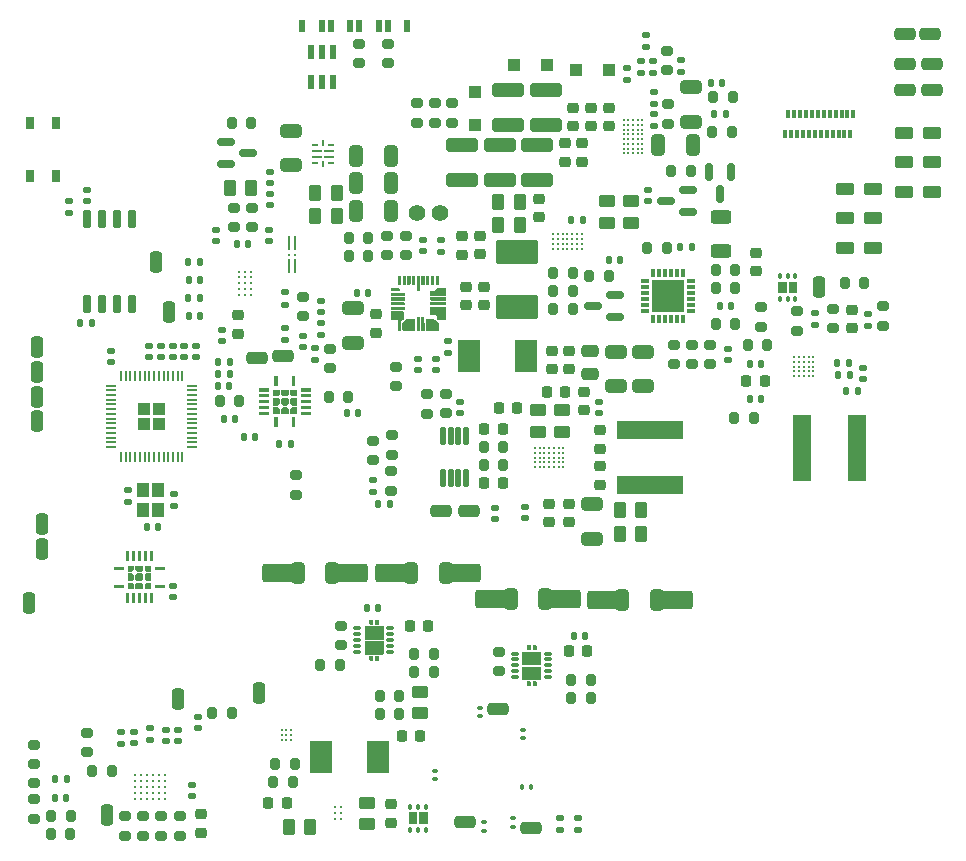
<source format=gbr>
%TF.GenerationSoftware,KiCad,Pcbnew,7.0.11-7.0.11~ubuntu22.04.1*%
%TF.CreationDate,2025-04-04T17:31:18+09:00*%
%TF.ProjectId,robot,726f626f-742e-46b6-9963-61645f706362,rev?*%
%TF.SameCoordinates,PX3938700PY9896800*%
%TF.FileFunction,Paste,Top*%
%TF.FilePolarity,Positive*%
%FSLAX46Y46*%
G04 Gerber Fmt 4.6, Leading zero omitted, Abs format (unit mm)*
G04 Created by KiCad (PCBNEW 7.0.11-7.0.11~ubuntu22.04.1) date 2025-04-04 17:31:18*
%MOMM*%
%LPD*%
G01*
G04 APERTURE LIST*
G04 Aperture macros list*
%AMRoundRect*
0 Rectangle with rounded corners*
0 $1 Rounding radius*
0 $2 $3 $4 $5 $6 $7 $8 $9 X,Y pos of 4 corners*
0 Add a 4 corners polygon primitive as box body*
4,1,4,$2,$3,$4,$5,$6,$7,$8,$9,$2,$3,0*
0 Add four circle primitives for the rounded corners*
1,1,$1+$1,$2,$3*
1,1,$1+$1,$4,$5*
1,1,$1+$1,$6,$7*
1,1,$1+$1,$8,$9*
0 Add four rect primitives between the rounded corners*
20,1,$1+$1,$2,$3,$4,$5,0*
20,1,$1+$1,$4,$5,$6,$7,0*
20,1,$1+$1,$6,$7,$8,$9,0*
20,1,$1+$1,$8,$9,$2,$3,0*%
%AMFreePoly0*
4,1,14,0.349999,-0.020000,0.349801,-0.050000,0.348840,-0.059754,0.345995,-0.069134,0.341374,-0.077778,0.334901,-0.085100,0.327579,-0.091573,0.318935,-0.096194,0.309555,-0.099039,0.299801,-0.100000,-0.349999,-0.100000,-0.349999,0.100000,0.230001,0.100000,0.349999,-0.020000,0.349999,-0.020000,$1*%
%AMFreePoly1*
4,1,23,0.350005,0.050000,0.750005,0.050000,0.759760,0.049039,0.769139,0.046194,0.777783,0.041573,0.785360,0.035355,0.791578,0.027778,0.796199,0.019134,0.799044,0.009754,0.800005,0.000000,0.800005,-0.050000,0.799044,-0.059754,0.796199,-0.069134,0.791578,-0.077778,0.785360,-0.085355,0.777783,-0.091573,0.769139,-0.096194,0.759760,-0.099039,0.750005,-0.100000,-0.350005,-0.100000,
-0.350005,0.100000,0.279995,0.100000,0.350005,0.050000,0.350005,0.050000,$1*%
%AMFreePoly2*
4,1,21,0.759954,0.099341,0.769334,0.096496,0.777978,0.091875,0.785555,0.085657,0.791773,0.078080,0.796394,0.069436,0.799239,0.060056,0.800200,0.050302,0.800005,-0.050000,0.799044,-0.059754,0.796199,-0.069134,0.791578,-0.077778,0.785360,-0.085355,0.777783,-0.091573,0.769139,-0.096193,0.759760,-0.099039,0.750005,-0.100000,-0.350005,-0.100000,-0.350005,0.100000,0.750200,0.100302,
0.759954,0.099341,0.759954,0.099341,$1*%
%AMFreePoly3*
4,1,17,1.027699,-0.250199,1.026738,-0.259953,1.023893,-0.269333,1.019272,-0.277977,1.013054,-0.285554,1.005477,-0.291772,0.996833,-0.296393,0.987454,-0.299238,0.977699,-0.300199,0.427699,-0.300199,0.294699,-0.100199,-0.572301,-0.100199,-0.572301,0.099801,0.427699,0.099801,0.427699,0.699801,1.027699,0.699801,1.027699,-0.250199,1.027699,-0.250199,$1*%
%AMFreePoly4*
4,1,14,0.630399,-0.283899,0.630800,-0.819000,0.629839,-0.828755,0.626994,-0.838134,0.622373,-0.846779,0.616155,-0.854355,0.608578,-0.860574,0.599934,-0.865194,0.590554,-0.868039,0.580800,-0.869000,-0.369601,-0.868899,-0.369601,0.131101,0.228399,0.131101,0.630399,-0.283899,0.630399,-0.283899,$1*%
%AMFreePoly5*
4,1,21,0.534954,0.099341,0.544334,0.096496,0.552978,0.091875,0.560555,0.085657,0.566773,0.078080,0.571394,0.069436,0.574239,0.060056,0.575200,0.050302,0.575005,-0.050000,0.574044,-0.059754,0.571199,-0.069134,0.566578,-0.077778,0.560360,-0.085355,0.552783,-0.091573,0.544139,-0.096194,0.534760,-0.099039,0.525005,-0.100000,-0.575005,-0.100000,-0.575005,0.100000,0.525200,0.100302,
0.534954,0.099341,0.534954,0.099341,$1*%
%AMFreePoly6*
4,1,23,0.534760,0.099039,0.544139,0.096193,0.552783,0.091573,0.560360,0.085355,0.566578,0.077778,0.571199,0.069134,0.574044,0.059754,0.575005,0.050000,0.575005,0.000000,0.574044,-0.009754,0.571199,-0.019134,0.566578,-0.027778,0.560360,-0.035355,0.552783,-0.041573,0.544139,-0.046194,0.534760,-0.049039,0.525005,-0.050000,0.125005,-0.050000,0.054995,-0.100000,-0.575005,-0.100000,
-0.575005,0.100000,0.525005,0.100000,0.534760,0.099039,0.534760,0.099039,$1*%
%AMFreePoly7*
4,1,14,0.590554,0.873440,0.599934,0.870595,0.608578,0.865975,0.616155,0.859756,0.622373,0.852180,0.626994,0.843535,0.629839,0.834156,0.630800,0.824401,0.630399,0.289300,0.228399,-0.125700,-0.369601,-0.125700,-0.369601,0.874300,0.580800,0.874401,0.590554,0.873440,0.590554,0.873440,$1*%
%AMFreePoly8*
4,1,25,0.344206,-0.893600,-0.305794,-0.893600,-0.305794,-0.680600,-0.450794,-0.493600,-0.855999,-0.493902,-0.865753,-0.492941,-0.875133,-0.490096,-0.883777,-0.485475,-0.891354,-0.479257,-0.897572,-0.471680,-0.905038,-0.453656,-0.905999,-0.443902,-0.905804,-0.343600,-0.905999,-0.043903,-0.905804,0.056398,-0.904843,0.066153,-0.901998,0.075532,-0.897378,0.084177,-0.891159,0.091753,-0.883583,0.097971,
-0.874938,0.102592,-0.865559,0.105437,-0.855804,0.106398,0.344206,0.106398,0.344206,-0.893600,0.344206,-0.893600,$1*%
%AMFreePoly9*
4,1,23,0.575005,-0.100000,-0.154995,-0.100000,-0.225005,-0.050000,-0.625005,-0.050000,-0.634760,-0.049039,-0.644139,-0.046193,-0.652783,-0.041573,-0.660360,-0.035355,-0.666578,-0.027778,-0.671199,-0.019134,-0.674044,-0.009754,-0.675005,0.000000,-0.675005,0.050000,-0.674044,0.059754,-0.671199,0.069134,-0.666578,0.077778,-0.660360,0.085355,-0.652783,0.091573,-0.644139,0.096194,-0.634760,0.099039,
-0.625005,0.100000,0.575005,0.100000,0.575005,-0.100000,0.575005,-0.100000,$1*%
%AMFreePoly10*
4,1,21,0.575005,-0.100000,-0.625200,-0.100302,-0.634954,-0.099341,-0.644334,-0.096496,-0.652978,-0.091875,-0.660555,-0.085657,-0.666773,-0.078080,-0.671394,-0.069436,-0.674239,-0.060056,-0.675200,-0.050302,-0.675005,0.050000,-0.674044,0.059754,-0.671199,0.069134,-0.666578,0.077778,-0.660360,0.085355,-0.652783,0.091573,-0.644139,0.096194,-0.634760,0.099039,-0.625005,0.100000,0.575005,0.100000,
0.575005,-0.100000,0.575005,-0.100000,$1*%
%AMFreePoly11*
4,1,22,0.344206,-0.493799,-0.855999,-0.494101,-0.865753,-0.493140,-0.875133,-0.490295,-0.883777,-0.485675,-0.891354,-0.479456,-0.897572,-0.471880,-0.902193,-0.463235,-0.905038,-0.453856,-0.905999,-0.444101,-0.905804,-0.233800,-0.904843,-0.224046,-0.897378,-0.206022,-0.891159,-0.198445,-0.883583,-0.192227,-0.874938,-0.187607,-0.865559,-0.184761,-0.855804,-0.183801,-0.505804,-0.183800,-0.305794,0.106200,
0.344206,0.106200,0.344206,-0.493799,0.344206,-0.493799,$1*%
%AMFreePoly12*
4,1,20,0.349999,0.099999,0.349999,-0.100000,-0.249999,-0.100001,-0.269508,-0.098079,-0.288267,-0.092389,-0.305556,-0.083148,-0.320710,-0.070711,-0.333146,-0.055558,-0.342387,-0.038269,-0.348078,-0.019510,-0.349999,-0.000001,-0.348078,0.019509,-0.342387,0.038268,-0.333146,0.055557,-0.320710,0.070710,-0.305556,0.083146,-0.288267,0.092387,-0.269508,0.098078,-0.249999,0.100000,0.349999,0.099999,
0.349999,0.099999,$1*%
%AMFreePoly13*
4,1,20,0.349999,-0.100000,-0.249999,-0.100000,-0.269508,-0.098079,-0.288267,-0.092388,-0.305556,-0.083147,-0.320710,-0.070711,-0.333146,-0.055557,-0.342387,-0.038269,-0.348078,-0.019509,-0.349999,0.000000,-0.348078,0.019509,-0.342387,0.038268,-0.333146,0.055557,-0.320710,0.070710,-0.305556,0.083147,-0.288267,0.092388,-0.269508,0.098078,-0.249999,0.100000,0.349999,0.100000,0.349999,-0.100000,
0.349999,-0.100000,$1*%
%AMFreePoly14*
4,1,21,0.575005,0.100000,0.575005,-0.100000,-0.525005,-0.100000,-0.534760,-0.099039,-0.544139,-0.096194,-0.552783,-0.091573,-0.560360,-0.085355,-0.566578,-0.077778,-0.571199,-0.069134,-0.574044,-0.059754,-0.575005,-0.050000,-0.575200,0.050302,-0.574239,0.060056,-0.571394,0.069436,-0.566773,0.078080,-0.560555,0.085657,-0.552978,0.091875,-0.544334,0.096496,-0.534954,0.099341,-0.525200,0.100302,
0.575005,0.100000,0.575005,0.100000,$1*%
G04 Aperture macros list end*
%ADD10C,0.100000*%
%ADD11C,0.010000*%
%ADD12R,0.300000X0.700000*%
%ADD13RoundRect,0.200000X-0.200000X-0.275000X0.200000X-0.275000X0.200000X0.275000X-0.200000X0.275000X0*%
%ADD14RoundRect,0.225000X0.225000X0.250000X-0.225000X0.250000X-0.225000X-0.250000X0.225000X-0.250000X0*%
%ADD15RoundRect,0.135000X0.135000X0.185000X-0.135000X0.185000X-0.135000X-0.185000X0.135000X-0.185000X0*%
%ADD16RoundRect,0.050000X-0.200000X0.100000X-0.200000X-0.100000X0.200000X-0.100000X0.200000X0.100000X0*%
%ADD17RoundRect,0.066000X0.209000X-0.434000X0.209000X0.434000X-0.209000X0.434000X-0.209000X-0.434000X0*%
%ADD18RoundRect,0.250000X0.250000X-0.650000X0.250000X0.650000X-0.250000X0.650000X-0.250000X-0.650000X0*%
%ADD19RoundRect,0.200000X-0.275000X0.200000X-0.275000X-0.200000X0.275000X-0.200000X0.275000X0.200000X0*%
%ADD20RoundRect,0.225000X0.250000X-0.225000X0.250000X0.225000X-0.250000X0.225000X-0.250000X-0.225000X0*%
%ADD21RoundRect,0.225000X-0.250000X0.225000X-0.250000X-0.225000X0.250000X-0.225000X0.250000X0.225000X0*%
%ADD22RoundRect,0.140000X-0.170000X0.140000X-0.170000X-0.140000X0.170000X-0.140000X0.170000X0.140000X0*%
%ADD23RoundRect,0.050000X0.200000X-0.100000X0.200000X0.100000X-0.200000X0.100000X-0.200000X-0.100000X0*%
%ADD24RoundRect,0.102000X0.025500X0.025500X-0.025500X0.025500X-0.025500X-0.025500X0.025500X-0.025500X0*%
%ADD25RoundRect,0.140000X0.170000X-0.140000X0.170000X0.140000X-0.170000X0.140000X-0.170000X-0.140000X0*%
%ADD26RoundRect,0.030600X0.224400X-0.554400X0.224400X0.554400X-0.224400X0.554400X-0.224400X-0.554400X0*%
%ADD27RoundRect,0.030600X-0.224400X0.554400X-0.224400X-0.554400X0.224400X-0.554400X0.224400X0.554400X0*%
%ADD28RoundRect,0.250000X0.300000X0.300000X-0.300000X0.300000X-0.300000X-0.300000X0.300000X-0.300000X0*%
%ADD29RoundRect,0.102000X-0.025500X-0.025500X0.025500X-0.025500X0.025500X0.025500X-0.025500X0.025500X0*%
%ADD30RoundRect,0.200000X0.200000X0.275000X-0.200000X0.275000X-0.200000X-0.275000X0.200000X-0.275000X0*%
%ADD31RoundRect,0.140000X0.140000X0.170000X-0.140000X0.170000X-0.140000X-0.170000X0.140000X-0.170000X0*%
%ADD32RoundRect,0.250000X0.650000X0.250000X-0.650000X0.250000X-0.650000X-0.250000X0.650000X-0.250000X0*%
%ADD33RoundRect,0.135000X-0.185000X0.135000X-0.185000X-0.135000X0.185000X-0.135000X0.185000X0.135000X0*%
%ADD34RoundRect,0.150000X0.150000X-0.650000X0.150000X0.650000X-0.150000X0.650000X-0.150000X-0.650000X0*%
%ADD35RoundRect,0.135000X0.185000X-0.135000X0.185000X0.135000X-0.185000X0.135000X-0.185000X-0.135000X0*%
%ADD36RoundRect,0.150000X-0.150000X0.587500X-0.150000X-0.587500X0.150000X-0.587500X0.150000X0.587500X0*%
%ADD37RoundRect,0.250000X0.450000X-0.262500X0.450000X0.262500X-0.450000X0.262500X-0.450000X-0.262500X0*%
%ADD38RoundRect,0.250000X0.262500X0.450000X-0.262500X0.450000X-0.262500X-0.450000X0.262500X-0.450000X0*%
%ADD39RoundRect,0.140000X-0.140000X-0.170000X0.140000X-0.170000X0.140000X0.170000X-0.140000X0.170000X0*%
%ADD40RoundRect,0.200000X0.275000X-0.200000X0.275000X0.200000X-0.275000X0.200000X-0.275000X-0.200000X0*%
%ADD41RoundRect,0.050000X0.237500X-0.075000X0.237500X0.075000X-0.237500X0.075000X-0.237500X-0.075000X0*%
%ADD42RoundRect,0.050000X0.362500X-0.075000X0.362500X0.075000X-0.362500X0.075000X-0.362500X-0.075000X0*%
%ADD43RoundRect,0.050000X-0.075000X-0.237500X0.075000X-0.237500X0.075000X0.237500X-0.075000X0.237500X0*%
%ADD44RoundRect,0.150000X-0.587500X-0.150000X0.587500X-0.150000X0.587500X0.150000X-0.587500X0.150000X0*%
%ADD45RoundRect,0.250000X-0.325000X-0.650000X0.325000X-0.650000X0.325000X0.650000X-0.325000X0.650000X0*%
%ADD46RoundRect,0.250000X-0.250000X0.650000X-0.250000X-0.650000X0.250000X-0.650000X0.250000X0.650000X0*%
%ADD47RoundRect,0.250000X0.650000X-0.325000X0.650000X0.325000X-0.650000X0.325000X-0.650000X-0.325000X0*%
%ADD48RoundRect,0.120000X-0.680000X-0.380000X0.680000X-0.380000X0.680000X0.380000X-0.680000X0.380000X0*%
%ADD49RoundRect,0.250000X-0.650000X-0.250000X0.650000X-0.250000X0.650000X0.250000X-0.650000X0.250000X0*%
%ADD50RoundRect,0.250000X-0.450000X0.262500X-0.450000X-0.262500X0.450000X-0.262500X0.450000X0.262500X0*%
%ADD51RoundRect,0.250000X-1.500000X-0.550000X1.500000X-0.550000X1.500000X0.550000X-1.500000X0.550000X0*%
%ADD52RoundRect,0.150000X0.587500X0.150000X-0.587500X0.150000X-0.587500X-0.150000X0.587500X-0.150000X0*%
%ADD53RoundRect,0.012000X0.288000X0.108000X-0.288000X0.108000X-0.288000X-0.108000X0.288000X-0.108000X0*%
%ADD54RoundRect,0.225000X-0.225000X-0.250000X0.225000X-0.250000X0.225000X0.250000X-0.225000X0.250000X0*%
%ADD55RoundRect,0.033333X0.116667X-0.191667X0.116667X0.191667X-0.116667X0.191667X-0.116667X-0.191667X0*%
%ADD56RoundRect,0.250000X-0.650000X0.325000X-0.650000X-0.325000X0.650000X-0.325000X0.650000X0.325000X0*%
%ADD57RoundRect,0.250000X-1.100000X0.325000X-1.100000X-0.325000X1.100000X-0.325000X1.100000X0.325000X0*%
%ADD58RoundRect,0.135000X-0.135000X-0.185000X0.135000X-0.185000X0.135000X0.185000X-0.135000X0.185000X0*%
%ADD59R,1.000000X1.200000*%
%ADD60RoundRect,0.250000X1.500000X0.550000X-1.500000X0.550000X-1.500000X-0.550000X1.500000X-0.550000X0*%
%ADD61RoundRect,0.250000X0.325000X0.650000X-0.325000X0.650000X-0.325000X-0.650000X0.325000X-0.650000X0*%
%ADD62R,0.750000X0.300000*%
%ADD63R,0.300000X0.750000*%
%ADD64R,2.700000X2.700000*%
%ADD65RoundRect,0.147500X-0.147500X-0.172500X0.147500X-0.172500X0.147500X0.172500X-0.147500X0.172500X0*%
%ADD66RoundRect,0.125000X0.000000X0.500000X0.000000X-0.500000X0.000000X-0.500000X0.000000X0.500000X0*%
%ADD67C,0.250000*%
%ADD68RoundRect,0.147500X0.172500X-0.147500X0.172500X0.147500X-0.172500X0.147500X-0.172500X-0.147500X0*%
%ADD69R,1.905000X2.790000*%
%ADD70C,1.400000*%
%ADD71RoundRect,0.250000X0.300000X-0.300000X0.300000X0.300000X-0.300000X0.300000X-0.300000X-0.300000X0*%
%ADD72RoundRect,0.250000X0.625000X-0.312500X0.625000X0.312500X-0.625000X0.312500X-0.625000X-0.312500X0*%
%ADD73RoundRect,0.050000X1.700000X-0.950000X1.700000X0.950000X-1.700000X0.950000X-1.700000X-0.950000X0*%
%ADD74RoundRect,0.120000X0.680000X0.380000X-0.680000X0.380000X-0.680000X-0.380000X0.680000X-0.380000X0*%
%ADD75RoundRect,0.250000X0.475000X-0.250000X0.475000X0.250000X-0.475000X0.250000X-0.475000X-0.250000X0*%
%ADD76R,1.600200X5.689600*%
%ADD77C,0.260000*%
%ADD78R,0.711200X0.990600*%
%ADD79RoundRect,0.250000X-0.292217X-0.292217X0.292217X-0.292217X0.292217X0.292217X-0.292217X0.292217X0*%
%ADD80RoundRect,0.050000X-0.387500X-0.050000X0.387500X-0.050000X0.387500X0.050000X-0.387500X0.050000X0*%
%ADD81RoundRect,0.050000X-0.050000X-0.387500X0.050000X-0.387500X0.050000X0.387500X-0.050000X0.387500X0*%
%ADD82RoundRect,0.020000X0.180000X-0.690000X0.180000X0.690000X-0.180000X0.690000X-0.180000X-0.690000X0*%
%ADD83R,5.689600X1.600200*%
%ADD84RoundRect,0.050000X0.100000X0.200000X-0.100000X0.200000X-0.100000X-0.200000X0.100000X-0.200000X0*%
%ADD85FreePoly0,0.000000*%
%ADD86FreePoly1,0.000000*%
%ADD87FreePoly2,0.000000*%
%ADD88R,0.127000X0.127000*%
%ADD89FreePoly3,90.000000*%
%ADD90FreePoly4,90.000000*%
%ADD91FreePoly5,90.000000*%
%ADD92FreePoly6,90.000000*%
%ADD93FreePoly7,90.000000*%
%ADD94FreePoly8,0.000000*%
%ADD95FreePoly9,0.000000*%
%ADD96FreePoly10,0.000000*%
%ADD97FreePoly11,0.000000*%
%ADD98FreePoly12,90.000000*%
%ADD99FreePoly13,90.000000*%
%ADD100FreePoly14,90.000000*%
G04 APERTURE END LIST*
%TO.C,Q5*%
D10*
X85270544Y-123579255D02*
X84522260Y-123579255D01*
X84522260Y-123400947D01*
X85270544Y-123400947D01*
X85270544Y-123579255D01*
G36*
X85270544Y-123579255D02*
G01*
X84522260Y-123579255D01*
X84522260Y-123400947D01*
X85270544Y-123400947D01*
X85270544Y-123579255D01*
G37*
X85270544Y-123079253D02*
X84522260Y-123079253D01*
X84522260Y-122900945D01*
X85270544Y-122900945D01*
X85270544Y-123079253D01*
G36*
X85270544Y-123079253D02*
G01*
X84522260Y-123079253D01*
X84522260Y-122900945D01*
X85270544Y-122900945D01*
X85270544Y-123079253D01*
G37*
X85270544Y-122579254D02*
X84522260Y-122579254D01*
X84522260Y-122400946D01*
X85270544Y-122400946D01*
X85270544Y-122579254D01*
G36*
X85270544Y-122579254D02*
G01*
X84522260Y-122579254D01*
X84522260Y-122400946D01*
X85270544Y-122400946D01*
X85270544Y-122579254D01*
G37*
X85270544Y-122079255D02*
X84522260Y-122079255D01*
X84522260Y-121900947D01*
X85270544Y-121900947D01*
X85270544Y-122079255D01*
G36*
X85270544Y-122079255D02*
G01*
X84522260Y-122079255D01*
X84522260Y-121900947D01*
X85270544Y-121900947D01*
X85270544Y-122079255D01*
G37*
X85270544Y-121579253D02*
X84522260Y-121579253D01*
X84522260Y-121400945D01*
X85270544Y-121400945D01*
X85270544Y-121579253D01*
G36*
X85270544Y-121579253D02*
G01*
X84522260Y-121579253D01*
X84522260Y-121400945D01*
X85270544Y-121400945D01*
X85270544Y-121579253D01*
G37*
X83966556Y-124595242D02*
X83788248Y-124595242D01*
X83788248Y-123846958D01*
X83966556Y-123846958D01*
X83966556Y-124595242D01*
G36*
X83966556Y-124595242D02*
G01*
X83788248Y-124595242D01*
X83788248Y-123846958D01*
X83966556Y-123846958D01*
X83966556Y-124595242D01*
G37*
X83966556Y-121133242D02*
X83788248Y-121133242D01*
X83788248Y-120384958D01*
X83966556Y-120384958D01*
X83966556Y-121133242D01*
G36*
X83966556Y-121133242D02*
G01*
X83788248Y-121133242D01*
X83788248Y-120384958D01*
X83966556Y-120384958D01*
X83966556Y-121133242D01*
G37*
X82466554Y-124595242D02*
X82288246Y-124595242D01*
X82288246Y-123846958D01*
X82466554Y-123846958D01*
X82466554Y-124595242D01*
G36*
X82466554Y-124595242D02*
G01*
X82288246Y-124595242D01*
X82288246Y-123846958D01*
X82466554Y-123846958D01*
X82466554Y-124595242D01*
G37*
X82466554Y-121133242D02*
X82288246Y-121133242D01*
X82288246Y-120384958D01*
X82466554Y-120384958D01*
X82466554Y-121133242D01*
G36*
X82466554Y-121133242D02*
G01*
X82288246Y-121133242D01*
X82288246Y-120384958D01*
X82466554Y-120384958D01*
X82466554Y-121133242D01*
G37*
X81732542Y-123579255D02*
X80984258Y-123579255D01*
X80984258Y-123400947D01*
X81732542Y-123400947D01*
X81732542Y-123579255D01*
G36*
X81732542Y-123579255D02*
G01*
X80984258Y-123579255D01*
X80984258Y-123400947D01*
X81732542Y-123400947D01*
X81732542Y-123579255D01*
G37*
X81732542Y-123079253D02*
X80984258Y-123079253D01*
X80984258Y-122900945D01*
X81732542Y-122900945D01*
X81732542Y-123079253D01*
G36*
X81732542Y-123079253D02*
G01*
X80984258Y-123079253D01*
X80984258Y-122900945D01*
X81732542Y-122900945D01*
X81732542Y-123079253D01*
G37*
X81732542Y-122579254D02*
X80984258Y-122579254D01*
X80984258Y-122400946D01*
X81732542Y-122400946D01*
X81732542Y-122579254D01*
G36*
X81732542Y-122579254D02*
G01*
X80984258Y-122579254D01*
X80984258Y-122400946D01*
X81732542Y-122400946D01*
X81732542Y-122579254D01*
G37*
X81732542Y-122079255D02*
X80984258Y-122079255D01*
X80984258Y-121900947D01*
X81732542Y-121900947D01*
X81732542Y-122079255D01*
G36*
X81732542Y-122079255D02*
G01*
X80984258Y-122079255D01*
X80984258Y-121900947D01*
X81732542Y-121900947D01*
X81732542Y-122079255D01*
G37*
X81732542Y-121579253D02*
X80984258Y-121579253D01*
X80984258Y-121400945D01*
X81732542Y-121400945D01*
X81732542Y-121579253D01*
G36*
X81732542Y-121579253D02*
G01*
X80984258Y-121579253D01*
X80984258Y-121400945D01*
X81732542Y-121400945D01*
X81732542Y-121579253D01*
G37*
X84077471Y-123440170D02*
X83621101Y-123440170D01*
X83621101Y-123125221D01*
X83762522Y-122983800D01*
X84077471Y-122983800D01*
X84077471Y-123440170D01*
G36*
X84077471Y-123440170D02*
G01*
X83621101Y-123440170D01*
X83621101Y-123125221D01*
X83762522Y-122983800D01*
X84077471Y-122983800D01*
X84077471Y-123440170D01*
G37*
X84077471Y-121996400D02*
X83762522Y-121996400D01*
X83621101Y-121854979D01*
X83621101Y-121540030D01*
X84077471Y-121540030D01*
X84077471Y-121996400D01*
G36*
X84077471Y-121996400D02*
G01*
X83762522Y-121996400D01*
X83621101Y-121854979D01*
X83621101Y-121540030D01*
X84077471Y-121540030D01*
X84077471Y-121996400D01*
G37*
X82633701Y-123125221D02*
X82633701Y-123440170D01*
X82177331Y-123440170D01*
X82177331Y-122983800D01*
X82492280Y-122983800D01*
X82633701Y-123125221D01*
G36*
X82633701Y-123125221D02*
G01*
X82633701Y-123440170D01*
X82177331Y-123440170D01*
X82177331Y-122983800D01*
X82492280Y-122983800D01*
X82633701Y-123125221D01*
G37*
X82633701Y-121854979D02*
X82492280Y-121996400D01*
X82177331Y-121996400D01*
X82177331Y-121540030D01*
X82633701Y-121540030D01*
X82633701Y-121854979D01*
G36*
X82633701Y-121854979D02*
G01*
X82492280Y-121996400D01*
X82177331Y-121996400D01*
X82177331Y-121540030D01*
X82633701Y-121540030D01*
X82633701Y-121854979D01*
G37*
X84077471Y-122783800D02*
X83762522Y-122783800D01*
X83621101Y-122642379D01*
X83621101Y-122337821D01*
X83762522Y-122196400D01*
X84077471Y-122196400D01*
X84077471Y-122783800D01*
G36*
X84077471Y-122783800D02*
G01*
X83762522Y-122783800D01*
X83621101Y-122642379D01*
X83621101Y-122337821D01*
X83762522Y-122196400D01*
X84077471Y-122196400D01*
X84077471Y-122783800D01*
G37*
X83421101Y-123125221D02*
X83421101Y-123440170D01*
X82833701Y-123440170D01*
X82833701Y-123125221D01*
X82975122Y-122983800D01*
X83279680Y-122983800D01*
X83421101Y-123125221D01*
G36*
X83421101Y-123125221D02*
G01*
X83421101Y-123440170D01*
X82833701Y-123440170D01*
X82833701Y-123125221D01*
X82975122Y-122983800D01*
X83279680Y-122983800D01*
X83421101Y-123125221D01*
G37*
X83421101Y-121854979D02*
X83279680Y-121996400D01*
X82975122Y-121996400D01*
X82833701Y-121854979D01*
X82833701Y-121540030D01*
X83421101Y-121540030D01*
X83421101Y-121854979D01*
G36*
X83421101Y-121854979D02*
G01*
X83279680Y-121996400D01*
X82975122Y-121996400D01*
X82833701Y-121854979D01*
X82833701Y-121540030D01*
X83421101Y-121540030D01*
X83421101Y-121854979D01*
G37*
X82633701Y-122337821D02*
X82633701Y-122642379D01*
X82492280Y-122783800D01*
X82177331Y-122783800D01*
X82177331Y-122196400D01*
X82492280Y-122196400D01*
X82633701Y-122337821D01*
G36*
X82633701Y-122337821D02*
G01*
X82633701Y-122642379D01*
X82492280Y-122783800D01*
X82177331Y-122783800D01*
X82177331Y-122196400D01*
X82492280Y-122196400D01*
X82633701Y-122337821D01*
G37*
X83421101Y-122337821D02*
X83421101Y-122642379D01*
X83279680Y-122783800D01*
X82975122Y-122783800D01*
X82833701Y-122642379D01*
X82833701Y-122337821D01*
X82975122Y-122196400D01*
X83279680Y-122196400D01*
X83421101Y-122337821D01*
G36*
X83421101Y-122337821D02*
G01*
X83421101Y-122642379D01*
X83279680Y-122783800D01*
X82975122Y-122783800D01*
X82833701Y-122642379D01*
X82833701Y-122337821D01*
X82975122Y-122196400D01*
X83279680Y-122196400D01*
X83421101Y-122337821D01*
G37*
%TO.C,U9*%
D11*
X91044130Y-144052529D02*
X91046130Y-144052529D01*
X91049130Y-144053529D01*
X91051130Y-144053529D01*
X91054130Y-144054529D01*
X91056130Y-144055529D01*
X91059130Y-144056529D01*
X91061130Y-144058529D01*
X91063130Y-144059529D01*
X91065130Y-144061529D01*
X91067130Y-144062529D01*
X91069130Y-144064529D01*
X91071130Y-144066529D01*
X91073130Y-144068529D01*
X91075130Y-144070529D01*
X91076130Y-144072529D01*
X91078130Y-144074529D01*
X91079130Y-144076529D01*
X91081130Y-144078529D01*
X91082130Y-144081529D01*
X91083130Y-144083529D01*
X91084130Y-144086529D01*
X91084130Y-144088529D01*
X91085130Y-144091529D01*
X91085130Y-144093529D01*
X91086130Y-144096529D01*
X91086130Y-144098529D01*
X91086130Y-144101529D01*
X91086130Y-144341529D01*
X91086130Y-144344529D01*
X91086130Y-144346529D01*
X91085130Y-144349529D01*
X91085130Y-144351529D01*
X91084130Y-144354529D01*
X91084130Y-144356529D01*
X91083130Y-144359529D01*
X91082130Y-144361529D01*
X91081130Y-144364529D01*
X91079130Y-144366529D01*
X91078130Y-144368529D01*
X91076130Y-144370529D01*
X91075130Y-144372529D01*
X91073130Y-144374529D01*
X91071130Y-144376529D01*
X91069130Y-144378529D01*
X91067130Y-144380529D01*
X91065130Y-144381529D01*
X91063130Y-144383529D01*
X91061130Y-144384529D01*
X91059130Y-144386529D01*
X91056130Y-144387529D01*
X91054130Y-144388529D01*
X91051130Y-144389529D01*
X91049130Y-144389529D01*
X91046130Y-144390529D01*
X91044130Y-144390529D01*
X91041130Y-144391529D01*
X91039130Y-144391529D01*
X91036130Y-144391529D01*
X90886130Y-144391529D01*
X90883130Y-144391529D01*
X90881130Y-144391529D01*
X90878130Y-144390529D01*
X90876130Y-144390529D01*
X90873130Y-144389529D01*
X90871130Y-144389529D01*
X90868130Y-144388529D01*
X90866130Y-144387529D01*
X90863130Y-144386529D01*
X90861130Y-144384529D01*
X90859130Y-144383529D01*
X90857130Y-144381529D01*
X90855130Y-144380529D01*
X90853130Y-144378529D01*
X90851130Y-144376529D01*
X90849130Y-144374529D01*
X90847130Y-144372529D01*
X90846130Y-144370529D01*
X90844130Y-144368529D01*
X90843130Y-144366529D01*
X90841130Y-144364529D01*
X90840130Y-144361529D01*
X90839130Y-144359529D01*
X90838130Y-144356529D01*
X90838130Y-144354529D01*
X90837130Y-144351529D01*
X90837130Y-144349529D01*
X90836130Y-144346529D01*
X90836130Y-144344529D01*
X90836130Y-144341529D01*
X90836130Y-144101529D01*
X90836130Y-144098529D01*
X90836130Y-144096529D01*
X90837130Y-144093529D01*
X90837130Y-144091529D01*
X90838130Y-144088529D01*
X90838130Y-144086529D01*
X90839130Y-144083529D01*
X90840130Y-144081529D01*
X90841130Y-144078529D01*
X90843130Y-144076529D01*
X90844130Y-144074529D01*
X90846130Y-144072529D01*
X90847130Y-144070529D01*
X90849130Y-144068529D01*
X90851130Y-144066529D01*
X90853130Y-144064529D01*
X90855130Y-144062529D01*
X90857130Y-144061529D01*
X90859130Y-144059529D01*
X90861130Y-144058529D01*
X90863130Y-144056529D01*
X90866130Y-144055529D01*
X90868130Y-144054529D01*
X90871130Y-144053529D01*
X90873130Y-144053529D01*
X90876130Y-144052529D01*
X90878130Y-144052529D01*
X90881130Y-144051529D01*
X90883130Y-144051529D01*
X90886130Y-144051529D01*
X91036130Y-144051529D01*
X91039130Y-144051529D01*
X91041130Y-144051529D01*
X91044130Y-144052529D01*
G36*
X91044130Y-144052529D02*
G01*
X91046130Y-144052529D01*
X91049130Y-144053529D01*
X91051130Y-144053529D01*
X91054130Y-144054529D01*
X91056130Y-144055529D01*
X91059130Y-144056529D01*
X91061130Y-144058529D01*
X91063130Y-144059529D01*
X91065130Y-144061529D01*
X91067130Y-144062529D01*
X91069130Y-144064529D01*
X91071130Y-144066529D01*
X91073130Y-144068529D01*
X91075130Y-144070529D01*
X91076130Y-144072529D01*
X91078130Y-144074529D01*
X91079130Y-144076529D01*
X91081130Y-144078529D01*
X91082130Y-144081529D01*
X91083130Y-144083529D01*
X91084130Y-144086529D01*
X91084130Y-144088529D01*
X91085130Y-144091529D01*
X91085130Y-144093529D01*
X91086130Y-144096529D01*
X91086130Y-144098529D01*
X91086130Y-144101529D01*
X91086130Y-144341529D01*
X91086130Y-144344529D01*
X91086130Y-144346529D01*
X91085130Y-144349529D01*
X91085130Y-144351529D01*
X91084130Y-144354529D01*
X91084130Y-144356529D01*
X91083130Y-144359529D01*
X91082130Y-144361529D01*
X91081130Y-144364529D01*
X91079130Y-144366529D01*
X91078130Y-144368529D01*
X91076130Y-144370529D01*
X91075130Y-144372529D01*
X91073130Y-144374529D01*
X91071130Y-144376529D01*
X91069130Y-144378529D01*
X91067130Y-144380529D01*
X91065130Y-144381529D01*
X91063130Y-144383529D01*
X91061130Y-144384529D01*
X91059130Y-144386529D01*
X91056130Y-144387529D01*
X91054130Y-144388529D01*
X91051130Y-144389529D01*
X91049130Y-144389529D01*
X91046130Y-144390529D01*
X91044130Y-144390529D01*
X91041130Y-144391529D01*
X91039130Y-144391529D01*
X91036130Y-144391529D01*
X90886130Y-144391529D01*
X90883130Y-144391529D01*
X90881130Y-144391529D01*
X90878130Y-144390529D01*
X90876130Y-144390529D01*
X90873130Y-144389529D01*
X90871130Y-144389529D01*
X90868130Y-144388529D01*
X90866130Y-144387529D01*
X90863130Y-144386529D01*
X90861130Y-144384529D01*
X90859130Y-144383529D01*
X90857130Y-144381529D01*
X90855130Y-144380529D01*
X90853130Y-144378529D01*
X90851130Y-144376529D01*
X90849130Y-144374529D01*
X90847130Y-144372529D01*
X90846130Y-144370529D01*
X90844130Y-144368529D01*
X90843130Y-144366529D01*
X90841130Y-144364529D01*
X90840130Y-144361529D01*
X90839130Y-144359529D01*
X90838130Y-144356529D01*
X90838130Y-144354529D01*
X90837130Y-144351529D01*
X90837130Y-144349529D01*
X90836130Y-144346529D01*
X90836130Y-144344529D01*
X90836130Y-144341529D01*
X90836130Y-144101529D01*
X90836130Y-144098529D01*
X90836130Y-144096529D01*
X90837130Y-144093529D01*
X90837130Y-144091529D01*
X90838130Y-144088529D01*
X90838130Y-144086529D01*
X90839130Y-144083529D01*
X90840130Y-144081529D01*
X90841130Y-144078529D01*
X90843130Y-144076529D01*
X90844130Y-144074529D01*
X90846130Y-144072529D01*
X90847130Y-144070529D01*
X90849130Y-144068529D01*
X90851130Y-144066529D01*
X90853130Y-144064529D01*
X90855130Y-144062529D01*
X90857130Y-144061529D01*
X90859130Y-144059529D01*
X90861130Y-144058529D01*
X90863130Y-144056529D01*
X90866130Y-144055529D01*
X90868130Y-144054529D01*
X90871130Y-144053529D01*
X90873130Y-144053529D01*
X90876130Y-144052529D01*
X90878130Y-144052529D01*
X90881130Y-144051529D01*
X90883130Y-144051529D01*
X90886130Y-144051529D01*
X91036130Y-144051529D01*
X91039130Y-144051529D01*
X91041130Y-144051529D01*
X91044130Y-144052529D01*
G37*
X91044130Y-140992529D02*
X91046130Y-140992529D01*
X91049130Y-140993529D01*
X91051130Y-140993529D01*
X91054130Y-140994529D01*
X91056130Y-140995529D01*
X91059130Y-140996529D01*
X91061130Y-140998529D01*
X91063130Y-140999529D01*
X91065130Y-141001529D01*
X91067130Y-141002529D01*
X91069130Y-141004529D01*
X91071130Y-141006529D01*
X91073130Y-141008529D01*
X91075130Y-141010529D01*
X91076130Y-141012529D01*
X91078130Y-141014529D01*
X91079130Y-141016529D01*
X91081130Y-141018529D01*
X91082130Y-141021529D01*
X91083130Y-141023529D01*
X91084130Y-141026529D01*
X91084130Y-141028529D01*
X91085130Y-141031529D01*
X91085130Y-141033529D01*
X91086130Y-141036529D01*
X91086130Y-141038529D01*
X91086130Y-141041529D01*
X91086130Y-141281529D01*
X91086130Y-141284529D01*
X91086130Y-141286529D01*
X91085130Y-141289529D01*
X91085130Y-141291529D01*
X91084130Y-141294529D01*
X91084130Y-141296529D01*
X91083130Y-141299529D01*
X91082130Y-141301529D01*
X91081130Y-141304529D01*
X91079130Y-141306529D01*
X91078130Y-141308529D01*
X91076130Y-141310529D01*
X91075130Y-141312529D01*
X91073130Y-141314529D01*
X91071130Y-141316529D01*
X91069130Y-141318529D01*
X91067130Y-141320529D01*
X91065130Y-141321529D01*
X91063130Y-141323529D01*
X91061130Y-141324529D01*
X91059130Y-141326529D01*
X91056130Y-141327529D01*
X91054130Y-141328529D01*
X91051130Y-141329529D01*
X91049130Y-141329529D01*
X91046130Y-141330529D01*
X91044130Y-141330529D01*
X91041130Y-141331529D01*
X91039130Y-141331529D01*
X91036130Y-141331529D01*
X90886130Y-141331529D01*
X90883130Y-141331529D01*
X90881130Y-141331529D01*
X90878130Y-141330529D01*
X90876130Y-141330529D01*
X90873130Y-141329529D01*
X90871130Y-141329529D01*
X90868130Y-141328529D01*
X90866130Y-141327529D01*
X90863130Y-141326529D01*
X90861130Y-141324529D01*
X90859130Y-141323529D01*
X90857130Y-141321529D01*
X90855130Y-141320529D01*
X90853130Y-141318529D01*
X90851130Y-141316529D01*
X90849130Y-141314529D01*
X90847130Y-141312529D01*
X90846130Y-141310529D01*
X90844130Y-141308529D01*
X90843130Y-141306529D01*
X90841130Y-141304529D01*
X90840130Y-141301529D01*
X90839130Y-141299529D01*
X90838130Y-141296529D01*
X90838130Y-141294529D01*
X90837130Y-141291529D01*
X90837130Y-141289529D01*
X90836130Y-141286529D01*
X90836130Y-141284529D01*
X90836130Y-141281529D01*
X90836130Y-141041529D01*
X90836130Y-141038529D01*
X90836130Y-141036529D01*
X90837130Y-141033529D01*
X90837130Y-141031529D01*
X90838130Y-141028529D01*
X90838130Y-141026529D01*
X90839130Y-141023529D01*
X90840130Y-141021529D01*
X90841130Y-141018529D01*
X90843130Y-141016529D01*
X90844130Y-141014529D01*
X90846130Y-141012529D01*
X90847130Y-141010529D01*
X90849130Y-141008529D01*
X90851130Y-141006529D01*
X90853130Y-141004529D01*
X90855130Y-141002529D01*
X90857130Y-141001529D01*
X90859130Y-140999529D01*
X90861130Y-140998529D01*
X90863130Y-140996529D01*
X90866130Y-140995529D01*
X90868130Y-140994529D01*
X90871130Y-140993529D01*
X90873130Y-140993529D01*
X90876130Y-140992529D01*
X90878130Y-140992529D01*
X90881130Y-140991529D01*
X90883130Y-140991529D01*
X90886130Y-140991529D01*
X91036130Y-140991529D01*
X91039130Y-140991529D01*
X91041130Y-140991529D01*
X91044130Y-140992529D01*
G36*
X91044130Y-140992529D02*
G01*
X91046130Y-140992529D01*
X91049130Y-140993529D01*
X91051130Y-140993529D01*
X91054130Y-140994529D01*
X91056130Y-140995529D01*
X91059130Y-140996529D01*
X91061130Y-140998529D01*
X91063130Y-140999529D01*
X91065130Y-141001529D01*
X91067130Y-141002529D01*
X91069130Y-141004529D01*
X91071130Y-141006529D01*
X91073130Y-141008529D01*
X91075130Y-141010529D01*
X91076130Y-141012529D01*
X91078130Y-141014529D01*
X91079130Y-141016529D01*
X91081130Y-141018529D01*
X91082130Y-141021529D01*
X91083130Y-141023529D01*
X91084130Y-141026529D01*
X91084130Y-141028529D01*
X91085130Y-141031529D01*
X91085130Y-141033529D01*
X91086130Y-141036529D01*
X91086130Y-141038529D01*
X91086130Y-141041529D01*
X91086130Y-141281529D01*
X91086130Y-141284529D01*
X91086130Y-141286529D01*
X91085130Y-141289529D01*
X91085130Y-141291529D01*
X91084130Y-141294529D01*
X91084130Y-141296529D01*
X91083130Y-141299529D01*
X91082130Y-141301529D01*
X91081130Y-141304529D01*
X91079130Y-141306529D01*
X91078130Y-141308529D01*
X91076130Y-141310529D01*
X91075130Y-141312529D01*
X91073130Y-141314529D01*
X91071130Y-141316529D01*
X91069130Y-141318529D01*
X91067130Y-141320529D01*
X91065130Y-141321529D01*
X91063130Y-141323529D01*
X91061130Y-141324529D01*
X91059130Y-141326529D01*
X91056130Y-141327529D01*
X91054130Y-141328529D01*
X91051130Y-141329529D01*
X91049130Y-141329529D01*
X91046130Y-141330529D01*
X91044130Y-141330529D01*
X91041130Y-141331529D01*
X91039130Y-141331529D01*
X91036130Y-141331529D01*
X90886130Y-141331529D01*
X90883130Y-141331529D01*
X90881130Y-141331529D01*
X90878130Y-141330529D01*
X90876130Y-141330529D01*
X90873130Y-141329529D01*
X90871130Y-141329529D01*
X90868130Y-141328529D01*
X90866130Y-141327529D01*
X90863130Y-141326529D01*
X90861130Y-141324529D01*
X90859130Y-141323529D01*
X90857130Y-141321529D01*
X90855130Y-141320529D01*
X90853130Y-141318529D01*
X90851130Y-141316529D01*
X90849130Y-141314529D01*
X90847130Y-141312529D01*
X90846130Y-141310529D01*
X90844130Y-141308529D01*
X90843130Y-141306529D01*
X90841130Y-141304529D01*
X90840130Y-141301529D01*
X90839130Y-141299529D01*
X90838130Y-141296529D01*
X90838130Y-141294529D01*
X90837130Y-141291529D01*
X90837130Y-141289529D01*
X90836130Y-141286529D01*
X90836130Y-141284529D01*
X90836130Y-141281529D01*
X90836130Y-141041529D01*
X90836130Y-141038529D01*
X90836130Y-141036529D01*
X90837130Y-141033529D01*
X90837130Y-141031529D01*
X90838130Y-141028529D01*
X90838130Y-141026529D01*
X90839130Y-141023529D01*
X90840130Y-141021529D01*
X90841130Y-141018529D01*
X90843130Y-141016529D01*
X90844130Y-141014529D01*
X90846130Y-141012529D01*
X90847130Y-141010529D01*
X90849130Y-141008529D01*
X90851130Y-141006529D01*
X90853130Y-141004529D01*
X90855130Y-141002529D01*
X90857130Y-141001529D01*
X90859130Y-140999529D01*
X90861130Y-140998529D01*
X90863130Y-140996529D01*
X90866130Y-140995529D01*
X90868130Y-140994529D01*
X90871130Y-140993529D01*
X90873130Y-140993529D01*
X90876130Y-140992529D01*
X90878130Y-140992529D01*
X90881130Y-140991529D01*
X90883130Y-140991529D01*
X90886130Y-140991529D01*
X91036130Y-140991529D01*
X91039130Y-140991529D01*
X91041130Y-140991529D01*
X91044130Y-140992529D01*
G37*
X90544130Y-144052529D02*
X90546130Y-144052529D01*
X90549130Y-144053529D01*
X90551130Y-144053529D01*
X90554130Y-144054529D01*
X90556130Y-144055529D01*
X90559130Y-144056529D01*
X90561130Y-144058529D01*
X90563130Y-144059529D01*
X90565130Y-144061529D01*
X90567130Y-144062529D01*
X90569130Y-144064529D01*
X90571130Y-144066529D01*
X90573130Y-144068529D01*
X90575130Y-144070529D01*
X90576130Y-144072529D01*
X90578130Y-144074529D01*
X90579130Y-144076529D01*
X90581130Y-144078529D01*
X90582130Y-144081529D01*
X90583130Y-144083529D01*
X90584130Y-144086529D01*
X90584130Y-144088529D01*
X90585130Y-144091529D01*
X90585130Y-144093529D01*
X90586130Y-144096529D01*
X90586130Y-144098529D01*
X90586130Y-144101529D01*
X90586130Y-144341529D01*
X90586130Y-144344529D01*
X90586130Y-144346529D01*
X90585130Y-144349529D01*
X90585130Y-144351529D01*
X90584130Y-144354529D01*
X90584130Y-144356529D01*
X90583130Y-144359529D01*
X90582130Y-144361529D01*
X90581130Y-144364529D01*
X90579130Y-144366529D01*
X90578130Y-144368529D01*
X90576130Y-144370529D01*
X90575130Y-144372529D01*
X90573130Y-144374529D01*
X90571130Y-144376529D01*
X90569130Y-144378529D01*
X90567130Y-144380529D01*
X90565130Y-144381529D01*
X90563130Y-144383529D01*
X90561130Y-144384529D01*
X90559130Y-144386529D01*
X90556130Y-144387529D01*
X90554130Y-144388529D01*
X90551130Y-144389529D01*
X90549130Y-144389529D01*
X90546130Y-144390529D01*
X90544130Y-144390529D01*
X90541130Y-144391529D01*
X90539130Y-144391529D01*
X90536130Y-144391529D01*
X90386130Y-144391529D01*
X90383130Y-144391529D01*
X90381130Y-144391529D01*
X90378130Y-144390529D01*
X90376130Y-144390529D01*
X90373130Y-144389529D01*
X90371130Y-144389529D01*
X90368130Y-144388529D01*
X90366130Y-144387529D01*
X90363130Y-144386529D01*
X90361130Y-144384529D01*
X90359130Y-144383529D01*
X90357130Y-144381529D01*
X90355130Y-144380529D01*
X90353130Y-144378529D01*
X90351130Y-144376529D01*
X90349130Y-144374529D01*
X90347130Y-144372529D01*
X90346130Y-144370529D01*
X90344130Y-144368529D01*
X90343130Y-144366529D01*
X90341130Y-144364529D01*
X90340130Y-144361529D01*
X90339130Y-144359529D01*
X90338130Y-144356529D01*
X90338130Y-144354529D01*
X90337130Y-144351529D01*
X90337130Y-144349529D01*
X90336130Y-144346529D01*
X90336130Y-144344529D01*
X90336130Y-144341529D01*
X90336130Y-144101529D01*
X90336130Y-144098529D01*
X90336130Y-144096529D01*
X90337130Y-144093529D01*
X90337130Y-144091529D01*
X90338130Y-144088529D01*
X90338130Y-144086529D01*
X90339130Y-144083529D01*
X90340130Y-144081529D01*
X90341130Y-144078529D01*
X90343130Y-144076529D01*
X90344130Y-144074529D01*
X90346130Y-144072529D01*
X90347130Y-144070529D01*
X90349130Y-144068529D01*
X90351130Y-144066529D01*
X90353130Y-144064529D01*
X90355130Y-144062529D01*
X90357130Y-144061529D01*
X90359130Y-144059529D01*
X90361130Y-144058529D01*
X90363130Y-144056529D01*
X90366130Y-144055529D01*
X90368130Y-144054529D01*
X90371130Y-144053529D01*
X90373130Y-144053529D01*
X90376130Y-144052529D01*
X90378130Y-144052529D01*
X90381130Y-144051529D01*
X90383130Y-144051529D01*
X90386130Y-144051529D01*
X90536130Y-144051529D01*
X90539130Y-144051529D01*
X90541130Y-144051529D01*
X90544130Y-144052529D01*
G36*
X90544130Y-144052529D02*
G01*
X90546130Y-144052529D01*
X90549130Y-144053529D01*
X90551130Y-144053529D01*
X90554130Y-144054529D01*
X90556130Y-144055529D01*
X90559130Y-144056529D01*
X90561130Y-144058529D01*
X90563130Y-144059529D01*
X90565130Y-144061529D01*
X90567130Y-144062529D01*
X90569130Y-144064529D01*
X90571130Y-144066529D01*
X90573130Y-144068529D01*
X90575130Y-144070529D01*
X90576130Y-144072529D01*
X90578130Y-144074529D01*
X90579130Y-144076529D01*
X90581130Y-144078529D01*
X90582130Y-144081529D01*
X90583130Y-144083529D01*
X90584130Y-144086529D01*
X90584130Y-144088529D01*
X90585130Y-144091529D01*
X90585130Y-144093529D01*
X90586130Y-144096529D01*
X90586130Y-144098529D01*
X90586130Y-144101529D01*
X90586130Y-144341529D01*
X90586130Y-144344529D01*
X90586130Y-144346529D01*
X90585130Y-144349529D01*
X90585130Y-144351529D01*
X90584130Y-144354529D01*
X90584130Y-144356529D01*
X90583130Y-144359529D01*
X90582130Y-144361529D01*
X90581130Y-144364529D01*
X90579130Y-144366529D01*
X90578130Y-144368529D01*
X90576130Y-144370529D01*
X90575130Y-144372529D01*
X90573130Y-144374529D01*
X90571130Y-144376529D01*
X90569130Y-144378529D01*
X90567130Y-144380529D01*
X90565130Y-144381529D01*
X90563130Y-144383529D01*
X90561130Y-144384529D01*
X90559130Y-144386529D01*
X90556130Y-144387529D01*
X90554130Y-144388529D01*
X90551130Y-144389529D01*
X90549130Y-144389529D01*
X90546130Y-144390529D01*
X90544130Y-144390529D01*
X90541130Y-144391529D01*
X90539130Y-144391529D01*
X90536130Y-144391529D01*
X90386130Y-144391529D01*
X90383130Y-144391529D01*
X90381130Y-144391529D01*
X90378130Y-144390529D01*
X90376130Y-144390529D01*
X90373130Y-144389529D01*
X90371130Y-144389529D01*
X90368130Y-144388529D01*
X90366130Y-144387529D01*
X90363130Y-144386529D01*
X90361130Y-144384529D01*
X90359130Y-144383529D01*
X90357130Y-144381529D01*
X90355130Y-144380529D01*
X90353130Y-144378529D01*
X90351130Y-144376529D01*
X90349130Y-144374529D01*
X90347130Y-144372529D01*
X90346130Y-144370529D01*
X90344130Y-144368529D01*
X90343130Y-144366529D01*
X90341130Y-144364529D01*
X90340130Y-144361529D01*
X90339130Y-144359529D01*
X90338130Y-144356529D01*
X90338130Y-144354529D01*
X90337130Y-144351529D01*
X90337130Y-144349529D01*
X90336130Y-144346529D01*
X90336130Y-144344529D01*
X90336130Y-144341529D01*
X90336130Y-144101529D01*
X90336130Y-144098529D01*
X90336130Y-144096529D01*
X90337130Y-144093529D01*
X90337130Y-144091529D01*
X90338130Y-144088529D01*
X90338130Y-144086529D01*
X90339130Y-144083529D01*
X90340130Y-144081529D01*
X90341130Y-144078529D01*
X90343130Y-144076529D01*
X90344130Y-144074529D01*
X90346130Y-144072529D01*
X90347130Y-144070529D01*
X90349130Y-144068529D01*
X90351130Y-144066529D01*
X90353130Y-144064529D01*
X90355130Y-144062529D01*
X90357130Y-144061529D01*
X90359130Y-144059529D01*
X90361130Y-144058529D01*
X90363130Y-144056529D01*
X90366130Y-144055529D01*
X90368130Y-144054529D01*
X90371130Y-144053529D01*
X90373130Y-144053529D01*
X90376130Y-144052529D01*
X90378130Y-144052529D01*
X90381130Y-144051529D01*
X90383130Y-144051529D01*
X90386130Y-144051529D01*
X90536130Y-144051529D01*
X90539130Y-144051529D01*
X90541130Y-144051529D01*
X90544130Y-144052529D01*
G37*
X90544130Y-140992529D02*
X90546130Y-140992529D01*
X90549130Y-140993529D01*
X90551130Y-140993529D01*
X90554130Y-140994529D01*
X90556130Y-140995529D01*
X90559130Y-140996529D01*
X90561130Y-140998529D01*
X90563130Y-140999529D01*
X90565130Y-141001529D01*
X90567130Y-141002529D01*
X90569130Y-141004529D01*
X90571130Y-141006529D01*
X90573130Y-141008529D01*
X90575130Y-141010529D01*
X90576130Y-141012529D01*
X90578130Y-141014529D01*
X90579130Y-141016529D01*
X90581130Y-141018529D01*
X90582130Y-141021529D01*
X90583130Y-141023529D01*
X90584130Y-141026529D01*
X90584130Y-141028529D01*
X90585130Y-141031529D01*
X90585130Y-141033529D01*
X90586130Y-141036529D01*
X90586130Y-141038529D01*
X90586130Y-141041529D01*
X90586130Y-141281529D01*
X90586130Y-141284529D01*
X90586130Y-141286529D01*
X90585130Y-141289529D01*
X90585130Y-141291529D01*
X90584130Y-141294529D01*
X90584130Y-141296529D01*
X90583130Y-141299529D01*
X90582130Y-141301529D01*
X90581130Y-141304529D01*
X90579130Y-141306529D01*
X90578130Y-141308529D01*
X90576130Y-141310529D01*
X90575130Y-141312529D01*
X90573130Y-141314529D01*
X90571130Y-141316529D01*
X90569130Y-141318529D01*
X90567130Y-141320529D01*
X90565130Y-141321529D01*
X90563130Y-141323529D01*
X90561130Y-141324529D01*
X90559130Y-141326529D01*
X90556130Y-141327529D01*
X90554130Y-141328529D01*
X90551130Y-141329529D01*
X90549130Y-141329529D01*
X90546130Y-141330529D01*
X90544130Y-141330529D01*
X90541130Y-141331529D01*
X90539130Y-141331529D01*
X90536130Y-141331529D01*
X90386130Y-141331529D01*
X90383130Y-141331529D01*
X90381130Y-141331529D01*
X90378130Y-141330529D01*
X90376130Y-141330529D01*
X90373130Y-141329529D01*
X90371130Y-141329529D01*
X90368130Y-141328529D01*
X90366130Y-141327529D01*
X90363130Y-141326529D01*
X90361130Y-141324529D01*
X90359130Y-141323529D01*
X90357130Y-141321529D01*
X90355130Y-141320529D01*
X90353130Y-141318529D01*
X90351130Y-141316529D01*
X90349130Y-141314529D01*
X90347130Y-141312529D01*
X90346130Y-141310529D01*
X90344130Y-141308529D01*
X90343130Y-141306529D01*
X90341130Y-141304529D01*
X90340130Y-141301529D01*
X90339130Y-141299529D01*
X90338130Y-141296529D01*
X90338130Y-141294529D01*
X90337130Y-141291529D01*
X90337130Y-141289529D01*
X90336130Y-141286529D01*
X90336130Y-141284529D01*
X90336130Y-141281529D01*
X90336130Y-141041529D01*
X90336130Y-141038529D01*
X90336130Y-141036529D01*
X90337130Y-141033529D01*
X90337130Y-141031529D01*
X90338130Y-141028529D01*
X90338130Y-141026529D01*
X90339130Y-141023529D01*
X90340130Y-141021529D01*
X90341130Y-141018529D01*
X90343130Y-141016529D01*
X90344130Y-141014529D01*
X90346130Y-141012529D01*
X90347130Y-141010529D01*
X90349130Y-141008529D01*
X90351130Y-141006529D01*
X90353130Y-141004529D01*
X90355130Y-141002529D01*
X90357130Y-141001529D01*
X90359130Y-140999529D01*
X90361130Y-140998529D01*
X90363130Y-140996529D01*
X90366130Y-140995529D01*
X90368130Y-140994529D01*
X90371130Y-140993529D01*
X90373130Y-140993529D01*
X90376130Y-140992529D01*
X90378130Y-140992529D01*
X90381130Y-140991529D01*
X90383130Y-140991529D01*
X90386130Y-140991529D01*
X90536130Y-140991529D01*
X90539130Y-140991529D01*
X90541130Y-140991529D01*
X90544130Y-140992529D01*
G36*
X90544130Y-140992529D02*
G01*
X90546130Y-140992529D01*
X90549130Y-140993529D01*
X90551130Y-140993529D01*
X90554130Y-140994529D01*
X90556130Y-140995529D01*
X90559130Y-140996529D01*
X90561130Y-140998529D01*
X90563130Y-140999529D01*
X90565130Y-141001529D01*
X90567130Y-141002529D01*
X90569130Y-141004529D01*
X90571130Y-141006529D01*
X90573130Y-141008529D01*
X90575130Y-141010529D01*
X90576130Y-141012529D01*
X90578130Y-141014529D01*
X90579130Y-141016529D01*
X90581130Y-141018529D01*
X90582130Y-141021529D01*
X90583130Y-141023529D01*
X90584130Y-141026529D01*
X90584130Y-141028529D01*
X90585130Y-141031529D01*
X90585130Y-141033529D01*
X90586130Y-141036529D01*
X90586130Y-141038529D01*
X90586130Y-141041529D01*
X90586130Y-141281529D01*
X90586130Y-141284529D01*
X90586130Y-141286529D01*
X90585130Y-141289529D01*
X90585130Y-141291529D01*
X90584130Y-141294529D01*
X90584130Y-141296529D01*
X90583130Y-141299529D01*
X90582130Y-141301529D01*
X90581130Y-141304529D01*
X90579130Y-141306529D01*
X90578130Y-141308529D01*
X90576130Y-141310529D01*
X90575130Y-141312529D01*
X90573130Y-141314529D01*
X90571130Y-141316529D01*
X90569130Y-141318529D01*
X90567130Y-141320529D01*
X90565130Y-141321529D01*
X90563130Y-141323529D01*
X90561130Y-141324529D01*
X90559130Y-141326529D01*
X90556130Y-141327529D01*
X90554130Y-141328529D01*
X90551130Y-141329529D01*
X90549130Y-141329529D01*
X90546130Y-141330529D01*
X90544130Y-141330529D01*
X90541130Y-141331529D01*
X90539130Y-141331529D01*
X90536130Y-141331529D01*
X90386130Y-141331529D01*
X90383130Y-141331529D01*
X90381130Y-141331529D01*
X90378130Y-141330529D01*
X90376130Y-141330529D01*
X90373130Y-141329529D01*
X90371130Y-141329529D01*
X90368130Y-141328529D01*
X90366130Y-141327529D01*
X90363130Y-141326529D01*
X90361130Y-141324529D01*
X90359130Y-141323529D01*
X90357130Y-141321529D01*
X90355130Y-141320529D01*
X90353130Y-141318529D01*
X90351130Y-141316529D01*
X90349130Y-141314529D01*
X90347130Y-141312529D01*
X90346130Y-141310529D01*
X90344130Y-141308529D01*
X90343130Y-141306529D01*
X90341130Y-141304529D01*
X90340130Y-141301529D01*
X90339130Y-141299529D01*
X90338130Y-141296529D01*
X90338130Y-141294529D01*
X90337130Y-141291529D01*
X90337130Y-141289529D01*
X90336130Y-141286529D01*
X90336130Y-141284529D01*
X90336130Y-141281529D01*
X90336130Y-141041529D01*
X90336130Y-141038529D01*
X90336130Y-141036529D01*
X90337130Y-141033529D01*
X90337130Y-141031529D01*
X90338130Y-141028529D01*
X90338130Y-141026529D01*
X90339130Y-141023529D01*
X90340130Y-141021529D01*
X90341130Y-141018529D01*
X90343130Y-141016529D01*
X90344130Y-141014529D01*
X90346130Y-141012529D01*
X90347130Y-141010529D01*
X90349130Y-141008529D01*
X90351130Y-141006529D01*
X90353130Y-141004529D01*
X90355130Y-141002529D01*
X90357130Y-141001529D01*
X90359130Y-140999529D01*
X90361130Y-140998529D01*
X90363130Y-140996529D01*
X90366130Y-140995529D01*
X90368130Y-140994529D01*
X90371130Y-140993529D01*
X90373130Y-140993529D01*
X90376130Y-140992529D01*
X90378130Y-140992529D01*
X90381130Y-140991529D01*
X90383130Y-140991529D01*
X90386130Y-140991529D01*
X90536130Y-140991529D01*
X90539130Y-140991529D01*
X90541130Y-140991529D01*
X90544130Y-140992529D01*
G37*
X91419130Y-142792529D02*
X91421130Y-142792529D01*
X91424130Y-142793529D01*
X91426130Y-142793529D01*
X91429130Y-142794529D01*
X91431130Y-142795529D01*
X91434130Y-142796529D01*
X91436130Y-142798529D01*
X91438130Y-142799529D01*
X91440130Y-142801529D01*
X91442130Y-142802529D01*
X91444130Y-142804529D01*
X91446130Y-142806529D01*
X91448130Y-142808529D01*
X91450130Y-142810529D01*
X91451130Y-142812529D01*
X91453130Y-142814529D01*
X91454130Y-142816529D01*
X91456130Y-142818529D01*
X91457130Y-142821529D01*
X91458130Y-142823529D01*
X91459130Y-142826529D01*
X91459130Y-142828529D01*
X91460130Y-142831529D01*
X91460130Y-142833529D01*
X91461130Y-142836529D01*
X91461130Y-142838529D01*
X91461130Y-142841529D01*
X91461130Y-143801529D01*
X91461130Y-143804529D01*
X91461130Y-143806529D01*
X91460130Y-143809529D01*
X91460130Y-143811529D01*
X91459130Y-143814529D01*
X91459130Y-143816529D01*
X91458130Y-143819529D01*
X91457130Y-143821529D01*
X91456130Y-143824529D01*
X91454130Y-143826529D01*
X91453130Y-143828529D01*
X91451130Y-143830529D01*
X91450130Y-143832529D01*
X91448130Y-143834529D01*
X91446130Y-143836529D01*
X91444130Y-143838529D01*
X91442130Y-143840529D01*
X91440130Y-143841529D01*
X91438130Y-143843529D01*
X91436130Y-143844529D01*
X91434130Y-143846529D01*
X91431130Y-143847529D01*
X91429130Y-143848529D01*
X91426130Y-143849529D01*
X91424130Y-143849529D01*
X91421130Y-143850529D01*
X91419130Y-143850529D01*
X91416130Y-143851529D01*
X91414130Y-143851529D01*
X91411130Y-143851529D01*
X90011130Y-143851529D01*
X90008130Y-143851529D01*
X90006130Y-143851529D01*
X90003130Y-143850529D01*
X90001130Y-143850529D01*
X89998130Y-143849529D01*
X89996130Y-143849529D01*
X89993130Y-143848529D01*
X89991130Y-143847529D01*
X89988130Y-143846529D01*
X89986130Y-143844529D01*
X89984130Y-143843529D01*
X89982130Y-143841529D01*
X89980130Y-143840529D01*
X89978130Y-143838529D01*
X89976130Y-143836529D01*
X89974130Y-143834529D01*
X89972130Y-143832529D01*
X89971130Y-143830529D01*
X89969130Y-143828529D01*
X89968130Y-143826529D01*
X89966130Y-143824529D01*
X89965130Y-143821529D01*
X89964130Y-143819529D01*
X89963130Y-143816529D01*
X89963130Y-143814529D01*
X89962130Y-143811529D01*
X89962130Y-143809529D01*
X89961130Y-143806529D01*
X89961130Y-143804529D01*
X89961130Y-143801529D01*
X89961130Y-142841529D01*
X89961130Y-142838529D01*
X89961130Y-142836529D01*
X89962130Y-142833529D01*
X89962130Y-142831529D01*
X89963130Y-142828529D01*
X89963130Y-142826529D01*
X89964130Y-142823529D01*
X89965130Y-142821529D01*
X89966130Y-142818529D01*
X89968130Y-142816529D01*
X89969130Y-142814529D01*
X89971130Y-142812529D01*
X89972130Y-142810529D01*
X89974130Y-142808529D01*
X89976130Y-142806529D01*
X89978130Y-142804529D01*
X89980130Y-142802529D01*
X89982130Y-142801529D01*
X89984130Y-142799529D01*
X89986130Y-142798529D01*
X89988130Y-142796529D01*
X89991130Y-142795529D01*
X89993130Y-142794529D01*
X89996130Y-142793529D01*
X89998130Y-142793529D01*
X90001130Y-142792529D01*
X90003130Y-142792529D01*
X90006130Y-142791529D01*
X90008130Y-142791529D01*
X90011130Y-142791529D01*
X91411130Y-142791529D01*
X91414130Y-142791529D01*
X91416130Y-142791529D01*
X91419130Y-142792529D01*
G36*
X91419130Y-142792529D02*
G01*
X91421130Y-142792529D01*
X91424130Y-142793529D01*
X91426130Y-142793529D01*
X91429130Y-142794529D01*
X91431130Y-142795529D01*
X91434130Y-142796529D01*
X91436130Y-142798529D01*
X91438130Y-142799529D01*
X91440130Y-142801529D01*
X91442130Y-142802529D01*
X91444130Y-142804529D01*
X91446130Y-142806529D01*
X91448130Y-142808529D01*
X91450130Y-142810529D01*
X91451130Y-142812529D01*
X91453130Y-142814529D01*
X91454130Y-142816529D01*
X91456130Y-142818529D01*
X91457130Y-142821529D01*
X91458130Y-142823529D01*
X91459130Y-142826529D01*
X91459130Y-142828529D01*
X91460130Y-142831529D01*
X91460130Y-142833529D01*
X91461130Y-142836529D01*
X91461130Y-142838529D01*
X91461130Y-142841529D01*
X91461130Y-143801529D01*
X91461130Y-143804529D01*
X91461130Y-143806529D01*
X91460130Y-143809529D01*
X91460130Y-143811529D01*
X91459130Y-143814529D01*
X91459130Y-143816529D01*
X91458130Y-143819529D01*
X91457130Y-143821529D01*
X91456130Y-143824529D01*
X91454130Y-143826529D01*
X91453130Y-143828529D01*
X91451130Y-143830529D01*
X91450130Y-143832529D01*
X91448130Y-143834529D01*
X91446130Y-143836529D01*
X91444130Y-143838529D01*
X91442130Y-143840529D01*
X91440130Y-143841529D01*
X91438130Y-143843529D01*
X91436130Y-143844529D01*
X91434130Y-143846529D01*
X91431130Y-143847529D01*
X91429130Y-143848529D01*
X91426130Y-143849529D01*
X91424130Y-143849529D01*
X91421130Y-143850529D01*
X91419130Y-143850529D01*
X91416130Y-143851529D01*
X91414130Y-143851529D01*
X91411130Y-143851529D01*
X90011130Y-143851529D01*
X90008130Y-143851529D01*
X90006130Y-143851529D01*
X90003130Y-143850529D01*
X90001130Y-143850529D01*
X89998130Y-143849529D01*
X89996130Y-143849529D01*
X89993130Y-143848529D01*
X89991130Y-143847529D01*
X89988130Y-143846529D01*
X89986130Y-143844529D01*
X89984130Y-143843529D01*
X89982130Y-143841529D01*
X89980130Y-143840529D01*
X89978130Y-143838529D01*
X89976130Y-143836529D01*
X89974130Y-143834529D01*
X89972130Y-143832529D01*
X89971130Y-143830529D01*
X89969130Y-143828529D01*
X89968130Y-143826529D01*
X89966130Y-143824529D01*
X89965130Y-143821529D01*
X89964130Y-143819529D01*
X89963130Y-143816529D01*
X89963130Y-143814529D01*
X89962130Y-143811529D01*
X89962130Y-143809529D01*
X89961130Y-143806529D01*
X89961130Y-143804529D01*
X89961130Y-143801529D01*
X89961130Y-142841529D01*
X89961130Y-142838529D01*
X89961130Y-142836529D01*
X89962130Y-142833529D01*
X89962130Y-142831529D01*
X89963130Y-142828529D01*
X89963130Y-142826529D01*
X89964130Y-142823529D01*
X89965130Y-142821529D01*
X89966130Y-142818529D01*
X89968130Y-142816529D01*
X89969130Y-142814529D01*
X89971130Y-142812529D01*
X89972130Y-142810529D01*
X89974130Y-142808529D01*
X89976130Y-142806529D01*
X89978130Y-142804529D01*
X89980130Y-142802529D01*
X89982130Y-142801529D01*
X89984130Y-142799529D01*
X89986130Y-142798529D01*
X89988130Y-142796529D01*
X89991130Y-142795529D01*
X89993130Y-142794529D01*
X89996130Y-142793529D01*
X89998130Y-142793529D01*
X90001130Y-142792529D01*
X90003130Y-142792529D01*
X90006130Y-142791529D01*
X90008130Y-142791529D01*
X90011130Y-142791529D01*
X91411130Y-142791529D01*
X91414130Y-142791529D01*
X91416130Y-142791529D01*
X91419130Y-142792529D01*
G37*
X91419130Y-141532529D02*
X91421130Y-141532529D01*
X91424130Y-141533529D01*
X91426130Y-141533529D01*
X91429130Y-141534529D01*
X91431130Y-141535529D01*
X91434130Y-141536529D01*
X91436130Y-141538529D01*
X91438130Y-141539529D01*
X91440130Y-141541529D01*
X91442130Y-141542529D01*
X91444130Y-141544529D01*
X91446130Y-141546529D01*
X91448130Y-141548529D01*
X91450130Y-141550529D01*
X91451130Y-141552529D01*
X91453130Y-141554529D01*
X91454130Y-141556529D01*
X91456130Y-141558529D01*
X91457130Y-141561529D01*
X91458130Y-141563529D01*
X91459130Y-141566529D01*
X91459130Y-141568529D01*
X91460130Y-141571529D01*
X91460130Y-141573529D01*
X91461130Y-141576529D01*
X91461130Y-141578529D01*
X91461130Y-141581529D01*
X91461130Y-142541529D01*
X91461130Y-142544529D01*
X91461130Y-142546529D01*
X91460130Y-142549529D01*
X91460130Y-142551529D01*
X91459130Y-142554529D01*
X91459130Y-142556529D01*
X91458130Y-142559529D01*
X91457130Y-142561529D01*
X91456130Y-142564529D01*
X91454130Y-142566529D01*
X91453130Y-142568529D01*
X91451130Y-142570529D01*
X91450130Y-142572529D01*
X91448130Y-142574529D01*
X91446130Y-142576529D01*
X91444130Y-142578529D01*
X91442130Y-142580529D01*
X91440130Y-142581529D01*
X91438130Y-142583529D01*
X91436130Y-142584529D01*
X91434130Y-142586529D01*
X91431130Y-142587529D01*
X91429130Y-142588529D01*
X91426130Y-142589529D01*
X91424130Y-142589529D01*
X91421130Y-142590529D01*
X91419130Y-142590529D01*
X91416130Y-142591529D01*
X91414130Y-142591529D01*
X91411130Y-142591529D01*
X90011130Y-142591529D01*
X90008130Y-142591529D01*
X90006130Y-142591529D01*
X90003130Y-142590529D01*
X90001130Y-142590529D01*
X89998130Y-142589529D01*
X89996130Y-142589529D01*
X89993130Y-142588529D01*
X89991130Y-142587529D01*
X89988130Y-142586529D01*
X89986130Y-142584529D01*
X89984130Y-142583529D01*
X89982130Y-142581529D01*
X89980130Y-142580529D01*
X89978130Y-142578529D01*
X89976130Y-142576529D01*
X89974130Y-142574529D01*
X89972130Y-142572529D01*
X89971130Y-142570529D01*
X89969130Y-142568529D01*
X89968130Y-142566529D01*
X89966130Y-142564529D01*
X89965130Y-142561529D01*
X89964130Y-142559529D01*
X89963130Y-142556529D01*
X89963130Y-142554529D01*
X89962130Y-142551529D01*
X89962130Y-142549529D01*
X89961130Y-142546529D01*
X89961130Y-142544529D01*
X89961130Y-142541529D01*
X89961130Y-141581529D01*
X89961130Y-141578529D01*
X89961130Y-141576529D01*
X89962130Y-141573529D01*
X89962130Y-141571529D01*
X89963130Y-141568529D01*
X89963130Y-141566529D01*
X89964130Y-141563529D01*
X89965130Y-141561529D01*
X89966130Y-141558529D01*
X89968130Y-141556529D01*
X89969130Y-141554529D01*
X89971130Y-141552529D01*
X89972130Y-141550529D01*
X89974130Y-141548529D01*
X89976130Y-141546529D01*
X89978130Y-141544529D01*
X89980130Y-141542529D01*
X89982130Y-141541529D01*
X89984130Y-141539529D01*
X89986130Y-141538529D01*
X89988130Y-141536529D01*
X89991130Y-141535529D01*
X89993130Y-141534529D01*
X89996130Y-141533529D01*
X89998130Y-141533529D01*
X90001130Y-141532529D01*
X90003130Y-141532529D01*
X90006130Y-141531529D01*
X90008130Y-141531529D01*
X90011130Y-141531529D01*
X91411130Y-141531529D01*
X91414130Y-141531529D01*
X91416130Y-141531529D01*
X91419130Y-141532529D01*
G36*
X91419130Y-141532529D02*
G01*
X91421130Y-141532529D01*
X91424130Y-141533529D01*
X91426130Y-141533529D01*
X91429130Y-141534529D01*
X91431130Y-141535529D01*
X91434130Y-141536529D01*
X91436130Y-141538529D01*
X91438130Y-141539529D01*
X91440130Y-141541529D01*
X91442130Y-141542529D01*
X91444130Y-141544529D01*
X91446130Y-141546529D01*
X91448130Y-141548529D01*
X91450130Y-141550529D01*
X91451130Y-141552529D01*
X91453130Y-141554529D01*
X91454130Y-141556529D01*
X91456130Y-141558529D01*
X91457130Y-141561529D01*
X91458130Y-141563529D01*
X91459130Y-141566529D01*
X91459130Y-141568529D01*
X91460130Y-141571529D01*
X91460130Y-141573529D01*
X91461130Y-141576529D01*
X91461130Y-141578529D01*
X91461130Y-141581529D01*
X91461130Y-142541529D01*
X91461130Y-142544529D01*
X91461130Y-142546529D01*
X91460130Y-142549529D01*
X91460130Y-142551529D01*
X91459130Y-142554529D01*
X91459130Y-142556529D01*
X91458130Y-142559529D01*
X91457130Y-142561529D01*
X91456130Y-142564529D01*
X91454130Y-142566529D01*
X91453130Y-142568529D01*
X91451130Y-142570529D01*
X91450130Y-142572529D01*
X91448130Y-142574529D01*
X91446130Y-142576529D01*
X91444130Y-142578529D01*
X91442130Y-142580529D01*
X91440130Y-142581529D01*
X91438130Y-142583529D01*
X91436130Y-142584529D01*
X91434130Y-142586529D01*
X91431130Y-142587529D01*
X91429130Y-142588529D01*
X91426130Y-142589529D01*
X91424130Y-142589529D01*
X91421130Y-142590529D01*
X91419130Y-142590529D01*
X91416130Y-142591529D01*
X91414130Y-142591529D01*
X91411130Y-142591529D01*
X90011130Y-142591529D01*
X90008130Y-142591529D01*
X90006130Y-142591529D01*
X90003130Y-142590529D01*
X90001130Y-142590529D01*
X89998130Y-142589529D01*
X89996130Y-142589529D01*
X89993130Y-142588529D01*
X89991130Y-142587529D01*
X89988130Y-142586529D01*
X89986130Y-142584529D01*
X89984130Y-142583529D01*
X89982130Y-142581529D01*
X89980130Y-142580529D01*
X89978130Y-142578529D01*
X89976130Y-142576529D01*
X89974130Y-142574529D01*
X89972130Y-142572529D01*
X89971130Y-142570529D01*
X89969130Y-142568529D01*
X89968130Y-142566529D01*
X89966130Y-142564529D01*
X89965130Y-142561529D01*
X89964130Y-142559529D01*
X89963130Y-142556529D01*
X89963130Y-142554529D01*
X89962130Y-142551529D01*
X89962130Y-142549529D01*
X89961130Y-142546529D01*
X89961130Y-142544529D01*
X89961130Y-142541529D01*
X89961130Y-141581529D01*
X89961130Y-141578529D01*
X89961130Y-141576529D01*
X89962130Y-141573529D01*
X89962130Y-141571529D01*
X89963130Y-141568529D01*
X89963130Y-141566529D01*
X89964130Y-141563529D01*
X89965130Y-141561529D01*
X89966130Y-141558529D01*
X89968130Y-141556529D01*
X89969130Y-141554529D01*
X89971130Y-141552529D01*
X89972130Y-141550529D01*
X89974130Y-141548529D01*
X89976130Y-141546529D01*
X89978130Y-141544529D01*
X89980130Y-141542529D01*
X89982130Y-141541529D01*
X89984130Y-141539529D01*
X89986130Y-141538529D01*
X89988130Y-141536529D01*
X89991130Y-141535529D01*
X89993130Y-141534529D01*
X89996130Y-141533529D01*
X89998130Y-141533529D01*
X90001130Y-141532529D01*
X90003130Y-141532529D01*
X90006130Y-141531529D01*
X90008130Y-141531529D01*
X90011130Y-141531529D01*
X91411130Y-141531529D01*
X91414130Y-141531529D01*
X91416130Y-141531529D01*
X91419130Y-141532529D01*
G37*
%TO.C,U25*%
G36*
X124950000Y-113350000D02*
G01*
X125650000Y-113350000D01*
X125650000Y-112350000D01*
X124950000Y-112350000D01*
X124950000Y-113350000D01*
G37*
G36*
X125850000Y-113350000D02*
G01*
X126550000Y-113350000D01*
X126550000Y-112350000D01*
X125850000Y-112350000D01*
X125850000Y-113350000D01*
G37*
%TO.C,Q6*%
D10*
X71906655Y-135955140D02*
X71728347Y-135955140D01*
X71728347Y-135206856D01*
X71906655Y-135206856D01*
X71906655Y-135955140D01*
G36*
X71906655Y-135955140D02*
G01*
X71728347Y-135955140D01*
X71728347Y-135206856D01*
X71906655Y-135206856D01*
X71906655Y-135955140D01*
G37*
X71406653Y-135955140D02*
X71228345Y-135955140D01*
X71228345Y-135206856D01*
X71406653Y-135206856D01*
X71406653Y-135955140D01*
G36*
X71406653Y-135955140D02*
G01*
X71228345Y-135955140D01*
X71228345Y-135206856D01*
X71406653Y-135206856D01*
X71406653Y-135955140D01*
G37*
X70906654Y-135955140D02*
X70728346Y-135955140D01*
X70728346Y-135206856D01*
X70906654Y-135206856D01*
X70906654Y-135955140D01*
G36*
X70906654Y-135955140D02*
G01*
X70728346Y-135955140D01*
X70728346Y-135206856D01*
X70906654Y-135206856D01*
X70906654Y-135955140D01*
G37*
X70406655Y-135955140D02*
X70228347Y-135955140D01*
X70228347Y-135206856D01*
X70406655Y-135206856D01*
X70406655Y-135955140D01*
G36*
X70406655Y-135955140D02*
G01*
X70228347Y-135955140D01*
X70228347Y-135206856D01*
X70406655Y-135206856D01*
X70406655Y-135955140D01*
G37*
X69906653Y-135955140D02*
X69728345Y-135955140D01*
X69728345Y-135206856D01*
X69906653Y-135206856D01*
X69906653Y-135955140D01*
G36*
X69906653Y-135955140D02*
G01*
X69728345Y-135955140D01*
X69728345Y-135206856D01*
X69906653Y-135206856D01*
X69906653Y-135955140D01*
G37*
X72922642Y-136689152D02*
X72174358Y-136689152D01*
X72174358Y-136510844D01*
X72922642Y-136510844D01*
X72922642Y-136689152D01*
G36*
X72922642Y-136689152D02*
G01*
X72174358Y-136689152D01*
X72174358Y-136510844D01*
X72922642Y-136510844D01*
X72922642Y-136689152D01*
G37*
X69460642Y-136689152D02*
X68712358Y-136689152D01*
X68712358Y-136510844D01*
X69460642Y-136510844D01*
X69460642Y-136689152D01*
G36*
X69460642Y-136689152D02*
G01*
X68712358Y-136689152D01*
X68712358Y-136510844D01*
X69460642Y-136510844D01*
X69460642Y-136689152D01*
G37*
X72922642Y-138189154D02*
X72174358Y-138189154D01*
X72174358Y-138010846D01*
X72922642Y-138010846D01*
X72922642Y-138189154D01*
G36*
X72922642Y-138189154D02*
G01*
X72174358Y-138189154D01*
X72174358Y-138010846D01*
X72922642Y-138010846D01*
X72922642Y-138189154D01*
G37*
X69460642Y-138189154D02*
X68712358Y-138189154D01*
X68712358Y-138010846D01*
X69460642Y-138010846D01*
X69460642Y-138189154D01*
G36*
X69460642Y-138189154D02*
G01*
X68712358Y-138189154D01*
X68712358Y-138010846D01*
X69460642Y-138010846D01*
X69460642Y-138189154D01*
G37*
X71906655Y-139493142D02*
X71728347Y-139493142D01*
X71728347Y-138744858D01*
X71906655Y-138744858D01*
X71906655Y-139493142D01*
G36*
X71906655Y-139493142D02*
G01*
X71728347Y-139493142D01*
X71728347Y-138744858D01*
X71906655Y-138744858D01*
X71906655Y-139493142D01*
G37*
X71406653Y-139493142D02*
X71228345Y-139493142D01*
X71228345Y-138744858D01*
X71406653Y-138744858D01*
X71406653Y-139493142D01*
G36*
X71406653Y-139493142D02*
G01*
X71228345Y-139493142D01*
X71228345Y-138744858D01*
X71406653Y-138744858D01*
X71406653Y-139493142D01*
G37*
X70906654Y-139493142D02*
X70728346Y-139493142D01*
X70728346Y-138744858D01*
X70906654Y-138744858D01*
X70906654Y-139493142D01*
G36*
X70906654Y-139493142D02*
G01*
X70728346Y-139493142D01*
X70728346Y-138744858D01*
X70906654Y-138744858D01*
X70906654Y-139493142D01*
G37*
X70406655Y-139493142D02*
X70228347Y-139493142D01*
X70228347Y-138744858D01*
X70406655Y-138744858D01*
X70406655Y-139493142D01*
G36*
X70406655Y-139493142D02*
G01*
X70228347Y-139493142D01*
X70228347Y-138744858D01*
X70406655Y-138744858D01*
X70406655Y-139493142D01*
G37*
X69906653Y-139493142D02*
X69728345Y-139493142D01*
X69728345Y-138744858D01*
X69906653Y-138744858D01*
X69906653Y-139493142D01*
G36*
X69906653Y-139493142D02*
G01*
X69728345Y-139493142D01*
X69728345Y-138744858D01*
X69906653Y-138744858D01*
X69906653Y-139493142D01*
G37*
X71767570Y-136856299D02*
X71452621Y-136856299D01*
X71311200Y-136714878D01*
X71311200Y-136399929D01*
X71767570Y-136399929D01*
X71767570Y-136856299D01*
G36*
X71767570Y-136856299D02*
G01*
X71452621Y-136856299D01*
X71311200Y-136714878D01*
X71311200Y-136399929D01*
X71767570Y-136399929D01*
X71767570Y-136856299D01*
G37*
X70323800Y-136714878D02*
X70182379Y-136856299D01*
X69867430Y-136856299D01*
X69867430Y-136399929D01*
X70323800Y-136399929D01*
X70323800Y-136714878D01*
G36*
X70323800Y-136714878D02*
G01*
X70182379Y-136856299D01*
X69867430Y-136856299D01*
X69867430Y-136399929D01*
X70323800Y-136399929D01*
X70323800Y-136714878D01*
G37*
X71767570Y-138300069D02*
X71311200Y-138300069D01*
X71311200Y-137985120D01*
X71452621Y-137843699D01*
X71767570Y-137843699D01*
X71767570Y-138300069D01*
G36*
X71767570Y-138300069D02*
G01*
X71311200Y-138300069D01*
X71311200Y-137985120D01*
X71452621Y-137843699D01*
X71767570Y-137843699D01*
X71767570Y-138300069D01*
G37*
X70323800Y-137985120D02*
X70323800Y-138300069D01*
X69867430Y-138300069D01*
X69867430Y-137843699D01*
X70182379Y-137843699D01*
X70323800Y-137985120D01*
G36*
X70323800Y-137985120D02*
G01*
X70323800Y-138300069D01*
X69867430Y-138300069D01*
X69867430Y-137843699D01*
X70182379Y-137843699D01*
X70323800Y-137985120D01*
G37*
X71111200Y-136714878D02*
X70969779Y-136856299D01*
X70665221Y-136856299D01*
X70523800Y-136714878D01*
X70523800Y-136399929D01*
X71111200Y-136399929D01*
X71111200Y-136714878D01*
G36*
X71111200Y-136714878D02*
G01*
X70969779Y-136856299D01*
X70665221Y-136856299D01*
X70523800Y-136714878D01*
X70523800Y-136399929D01*
X71111200Y-136399929D01*
X71111200Y-136714878D01*
G37*
X71767570Y-137643699D02*
X71452621Y-137643699D01*
X71311200Y-137502278D01*
X71311200Y-137197720D01*
X71452621Y-137056299D01*
X71767570Y-137056299D01*
X71767570Y-137643699D01*
G36*
X71767570Y-137643699D02*
G01*
X71452621Y-137643699D01*
X71311200Y-137502278D01*
X71311200Y-137197720D01*
X71452621Y-137056299D01*
X71767570Y-137056299D01*
X71767570Y-137643699D01*
G37*
X70323800Y-137197720D02*
X70323800Y-137502278D01*
X70182379Y-137643699D01*
X69867430Y-137643699D01*
X69867430Y-137056299D01*
X70182379Y-137056299D01*
X70323800Y-137197720D01*
G36*
X70323800Y-137197720D02*
G01*
X70323800Y-137502278D01*
X70182379Y-137643699D01*
X69867430Y-137643699D01*
X69867430Y-137056299D01*
X70182379Y-137056299D01*
X70323800Y-137197720D01*
G37*
X71111200Y-137985120D02*
X71111200Y-138300069D01*
X70523800Y-138300069D01*
X70523800Y-137985120D01*
X70665221Y-137843699D01*
X70969779Y-137843699D01*
X71111200Y-137985120D01*
G36*
X71111200Y-137985120D02*
G01*
X71111200Y-138300069D01*
X70523800Y-138300069D01*
X70523800Y-137985120D01*
X70665221Y-137843699D01*
X70969779Y-137843699D01*
X71111200Y-137985120D01*
G37*
X71111200Y-137197720D02*
X71111200Y-137502278D01*
X70969779Y-137643699D01*
X70665221Y-137643699D01*
X70523800Y-137502278D01*
X70523800Y-137197720D01*
X70665221Y-137056299D01*
X70969779Y-137056299D01*
X71111200Y-137197720D01*
G36*
X71111200Y-137197720D02*
G01*
X71111200Y-137502278D01*
X70969779Y-137643699D01*
X70665221Y-137643699D01*
X70523800Y-137502278D01*
X70523800Y-137197720D01*
X70665221Y-137056299D01*
X70969779Y-137056299D01*
X71111200Y-137197720D01*
G37*
%TO.C,U24*%
G36*
X93650000Y-158300000D02*
G01*
X94350000Y-158300000D01*
X94350000Y-157300000D01*
X93650000Y-157300000D01*
X93650000Y-158300000D01*
G37*
G36*
X94550000Y-158300000D02*
G01*
X95250000Y-158300000D01*
X95250000Y-157300000D01*
X94550000Y-157300000D01*
X94550000Y-158300000D01*
G37*
%TO.C,U8*%
D11*
X104363000Y-146211000D02*
X104365000Y-146211000D01*
X104368000Y-146212000D01*
X104370000Y-146212000D01*
X104373000Y-146213000D01*
X104375000Y-146214000D01*
X104378000Y-146215000D01*
X104380000Y-146217000D01*
X104382000Y-146218000D01*
X104384000Y-146220000D01*
X104386000Y-146221000D01*
X104388000Y-146223000D01*
X104390000Y-146225000D01*
X104392000Y-146227000D01*
X104394000Y-146229000D01*
X104395000Y-146231000D01*
X104397000Y-146233000D01*
X104398000Y-146235000D01*
X104400000Y-146237000D01*
X104401000Y-146240000D01*
X104402000Y-146242000D01*
X104403000Y-146245000D01*
X104403000Y-146247000D01*
X104404000Y-146250000D01*
X104404000Y-146252000D01*
X104405000Y-146255000D01*
X104405000Y-146257000D01*
X104405000Y-146260000D01*
X104405000Y-146500000D01*
X104405000Y-146503000D01*
X104405000Y-146505000D01*
X104404000Y-146508000D01*
X104404000Y-146510000D01*
X104403000Y-146513000D01*
X104403000Y-146515000D01*
X104402000Y-146518000D01*
X104401000Y-146520000D01*
X104400000Y-146523000D01*
X104398000Y-146525000D01*
X104397000Y-146527000D01*
X104395000Y-146529000D01*
X104394000Y-146531000D01*
X104392000Y-146533000D01*
X104390000Y-146535000D01*
X104388000Y-146537000D01*
X104386000Y-146539000D01*
X104384000Y-146540000D01*
X104382000Y-146542000D01*
X104380000Y-146543000D01*
X104378000Y-146545000D01*
X104375000Y-146546000D01*
X104373000Y-146547000D01*
X104370000Y-146548000D01*
X104368000Y-146548000D01*
X104365000Y-146549000D01*
X104363000Y-146549000D01*
X104360000Y-146550000D01*
X104358000Y-146550000D01*
X104355000Y-146550000D01*
X104205000Y-146550000D01*
X104202000Y-146550000D01*
X104200000Y-146550000D01*
X104197000Y-146549000D01*
X104195000Y-146549000D01*
X104192000Y-146548000D01*
X104190000Y-146548000D01*
X104187000Y-146547000D01*
X104185000Y-146546000D01*
X104182000Y-146545000D01*
X104180000Y-146543000D01*
X104178000Y-146542000D01*
X104176000Y-146540000D01*
X104174000Y-146539000D01*
X104172000Y-146537000D01*
X104170000Y-146535000D01*
X104168000Y-146533000D01*
X104166000Y-146531000D01*
X104165000Y-146529000D01*
X104163000Y-146527000D01*
X104162000Y-146525000D01*
X104160000Y-146523000D01*
X104159000Y-146520000D01*
X104158000Y-146518000D01*
X104157000Y-146515000D01*
X104157000Y-146513000D01*
X104156000Y-146510000D01*
X104156000Y-146508000D01*
X104155000Y-146505000D01*
X104155000Y-146503000D01*
X104155000Y-146500000D01*
X104155000Y-146260000D01*
X104155000Y-146257000D01*
X104155000Y-146255000D01*
X104156000Y-146252000D01*
X104156000Y-146250000D01*
X104157000Y-146247000D01*
X104157000Y-146245000D01*
X104158000Y-146242000D01*
X104159000Y-146240000D01*
X104160000Y-146237000D01*
X104162000Y-146235000D01*
X104163000Y-146233000D01*
X104165000Y-146231000D01*
X104166000Y-146229000D01*
X104168000Y-146227000D01*
X104170000Y-146225000D01*
X104172000Y-146223000D01*
X104174000Y-146221000D01*
X104176000Y-146220000D01*
X104178000Y-146218000D01*
X104180000Y-146217000D01*
X104182000Y-146215000D01*
X104185000Y-146214000D01*
X104187000Y-146213000D01*
X104190000Y-146212000D01*
X104192000Y-146212000D01*
X104195000Y-146211000D01*
X104197000Y-146211000D01*
X104200000Y-146210000D01*
X104202000Y-146210000D01*
X104205000Y-146210000D01*
X104355000Y-146210000D01*
X104358000Y-146210000D01*
X104360000Y-146210000D01*
X104363000Y-146211000D01*
G36*
X104363000Y-146211000D02*
G01*
X104365000Y-146211000D01*
X104368000Y-146212000D01*
X104370000Y-146212000D01*
X104373000Y-146213000D01*
X104375000Y-146214000D01*
X104378000Y-146215000D01*
X104380000Y-146217000D01*
X104382000Y-146218000D01*
X104384000Y-146220000D01*
X104386000Y-146221000D01*
X104388000Y-146223000D01*
X104390000Y-146225000D01*
X104392000Y-146227000D01*
X104394000Y-146229000D01*
X104395000Y-146231000D01*
X104397000Y-146233000D01*
X104398000Y-146235000D01*
X104400000Y-146237000D01*
X104401000Y-146240000D01*
X104402000Y-146242000D01*
X104403000Y-146245000D01*
X104403000Y-146247000D01*
X104404000Y-146250000D01*
X104404000Y-146252000D01*
X104405000Y-146255000D01*
X104405000Y-146257000D01*
X104405000Y-146260000D01*
X104405000Y-146500000D01*
X104405000Y-146503000D01*
X104405000Y-146505000D01*
X104404000Y-146508000D01*
X104404000Y-146510000D01*
X104403000Y-146513000D01*
X104403000Y-146515000D01*
X104402000Y-146518000D01*
X104401000Y-146520000D01*
X104400000Y-146523000D01*
X104398000Y-146525000D01*
X104397000Y-146527000D01*
X104395000Y-146529000D01*
X104394000Y-146531000D01*
X104392000Y-146533000D01*
X104390000Y-146535000D01*
X104388000Y-146537000D01*
X104386000Y-146539000D01*
X104384000Y-146540000D01*
X104382000Y-146542000D01*
X104380000Y-146543000D01*
X104378000Y-146545000D01*
X104375000Y-146546000D01*
X104373000Y-146547000D01*
X104370000Y-146548000D01*
X104368000Y-146548000D01*
X104365000Y-146549000D01*
X104363000Y-146549000D01*
X104360000Y-146550000D01*
X104358000Y-146550000D01*
X104355000Y-146550000D01*
X104205000Y-146550000D01*
X104202000Y-146550000D01*
X104200000Y-146550000D01*
X104197000Y-146549000D01*
X104195000Y-146549000D01*
X104192000Y-146548000D01*
X104190000Y-146548000D01*
X104187000Y-146547000D01*
X104185000Y-146546000D01*
X104182000Y-146545000D01*
X104180000Y-146543000D01*
X104178000Y-146542000D01*
X104176000Y-146540000D01*
X104174000Y-146539000D01*
X104172000Y-146537000D01*
X104170000Y-146535000D01*
X104168000Y-146533000D01*
X104166000Y-146531000D01*
X104165000Y-146529000D01*
X104163000Y-146527000D01*
X104162000Y-146525000D01*
X104160000Y-146523000D01*
X104159000Y-146520000D01*
X104158000Y-146518000D01*
X104157000Y-146515000D01*
X104157000Y-146513000D01*
X104156000Y-146510000D01*
X104156000Y-146508000D01*
X104155000Y-146505000D01*
X104155000Y-146503000D01*
X104155000Y-146500000D01*
X104155000Y-146260000D01*
X104155000Y-146257000D01*
X104155000Y-146255000D01*
X104156000Y-146252000D01*
X104156000Y-146250000D01*
X104157000Y-146247000D01*
X104157000Y-146245000D01*
X104158000Y-146242000D01*
X104159000Y-146240000D01*
X104160000Y-146237000D01*
X104162000Y-146235000D01*
X104163000Y-146233000D01*
X104165000Y-146231000D01*
X104166000Y-146229000D01*
X104168000Y-146227000D01*
X104170000Y-146225000D01*
X104172000Y-146223000D01*
X104174000Y-146221000D01*
X104176000Y-146220000D01*
X104178000Y-146218000D01*
X104180000Y-146217000D01*
X104182000Y-146215000D01*
X104185000Y-146214000D01*
X104187000Y-146213000D01*
X104190000Y-146212000D01*
X104192000Y-146212000D01*
X104195000Y-146211000D01*
X104197000Y-146211000D01*
X104200000Y-146210000D01*
X104202000Y-146210000D01*
X104205000Y-146210000D01*
X104355000Y-146210000D01*
X104358000Y-146210000D01*
X104360000Y-146210000D01*
X104363000Y-146211000D01*
G37*
X104363000Y-143151000D02*
X104365000Y-143151000D01*
X104368000Y-143152000D01*
X104370000Y-143152000D01*
X104373000Y-143153000D01*
X104375000Y-143154000D01*
X104378000Y-143155000D01*
X104380000Y-143157000D01*
X104382000Y-143158000D01*
X104384000Y-143160000D01*
X104386000Y-143161000D01*
X104388000Y-143163000D01*
X104390000Y-143165000D01*
X104392000Y-143167000D01*
X104394000Y-143169000D01*
X104395000Y-143171000D01*
X104397000Y-143173000D01*
X104398000Y-143175000D01*
X104400000Y-143177000D01*
X104401000Y-143180000D01*
X104402000Y-143182000D01*
X104403000Y-143185000D01*
X104403000Y-143187000D01*
X104404000Y-143190000D01*
X104404000Y-143192000D01*
X104405000Y-143195000D01*
X104405000Y-143197000D01*
X104405000Y-143200000D01*
X104405000Y-143440000D01*
X104405000Y-143443000D01*
X104405000Y-143445000D01*
X104404000Y-143448000D01*
X104404000Y-143450000D01*
X104403000Y-143453000D01*
X104403000Y-143455000D01*
X104402000Y-143458000D01*
X104401000Y-143460000D01*
X104400000Y-143463000D01*
X104398000Y-143465000D01*
X104397000Y-143467000D01*
X104395000Y-143469000D01*
X104394000Y-143471000D01*
X104392000Y-143473000D01*
X104390000Y-143475000D01*
X104388000Y-143477000D01*
X104386000Y-143479000D01*
X104384000Y-143480000D01*
X104382000Y-143482000D01*
X104380000Y-143483000D01*
X104378000Y-143485000D01*
X104375000Y-143486000D01*
X104373000Y-143487000D01*
X104370000Y-143488000D01*
X104368000Y-143488000D01*
X104365000Y-143489000D01*
X104363000Y-143489000D01*
X104360000Y-143490000D01*
X104358000Y-143490000D01*
X104355000Y-143490000D01*
X104205000Y-143490000D01*
X104202000Y-143490000D01*
X104200000Y-143490000D01*
X104197000Y-143489000D01*
X104195000Y-143489000D01*
X104192000Y-143488000D01*
X104190000Y-143488000D01*
X104187000Y-143487000D01*
X104185000Y-143486000D01*
X104182000Y-143485000D01*
X104180000Y-143483000D01*
X104178000Y-143482000D01*
X104176000Y-143480000D01*
X104174000Y-143479000D01*
X104172000Y-143477000D01*
X104170000Y-143475000D01*
X104168000Y-143473000D01*
X104166000Y-143471000D01*
X104165000Y-143469000D01*
X104163000Y-143467000D01*
X104162000Y-143465000D01*
X104160000Y-143463000D01*
X104159000Y-143460000D01*
X104158000Y-143458000D01*
X104157000Y-143455000D01*
X104157000Y-143453000D01*
X104156000Y-143450000D01*
X104156000Y-143448000D01*
X104155000Y-143445000D01*
X104155000Y-143443000D01*
X104155000Y-143440000D01*
X104155000Y-143200000D01*
X104155000Y-143197000D01*
X104155000Y-143195000D01*
X104156000Y-143192000D01*
X104156000Y-143190000D01*
X104157000Y-143187000D01*
X104157000Y-143185000D01*
X104158000Y-143182000D01*
X104159000Y-143180000D01*
X104160000Y-143177000D01*
X104162000Y-143175000D01*
X104163000Y-143173000D01*
X104165000Y-143171000D01*
X104166000Y-143169000D01*
X104168000Y-143167000D01*
X104170000Y-143165000D01*
X104172000Y-143163000D01*
X104174000Y-143161000D01*
X104176000Y-143160000D01*
X104178000Y-143158000D01*
X104180000Y-143157000D01*
X104182000Y-143155000D01*
X104185000Y-143154000D01*
X104187000Y-143153000D01*
X104190000Y-143152000D01*
X104192000Y-143152000D01*
X104195000Y-143151000D01*
X104197000Y-143151000D01*
X104200000Y-143150000D01*
X104202000Y-143150000D01*
X104205000Y-143150000D01*
X104355000Y-143150000D01*
X104358000Y-143150000D01*
X104360000Y-143150000D01*
X104363000Y-143151000D01*
G36*
X104363000Y-143151000D02*
G01*
X104365000Y-143151000D01*
X104368000Y-143152000D01*
X104370000Y-143152000D01*
X104373000Y-143153000D01*
X104375000Y-143154000D01*
X104378000Y-143155000D01*
X104380000Y-143157000D01*
X104382000Y-143158000D01*
X104384000Y-143160000D01*
X104386000Y-143161000D01*
X104388000Y-143163000D01*
X104390000Y-143165000D01*
X104392000Y-143167000D01*
X104394000Y-143169000D01*
X104395000Y-143171000D01*
X104397000Y-143173000D01*
X104398000Y-143175000D01*
X104400000Y-143177000D01*
X104401000Y-143180000D01*
X104402000Y-143182000D01*
X104403000Y-143185000D01*
X104403000Y-143187000D01*
X104404000Y-143190000D01*
X104404000Y-143192000D01*
X104405000Y-143195000D01*
X104405000Y-143197000D01*
X104405000Y-143200000D01*
X104405000Y-143440000D01*
X104405000Y-143443000D01*
X104405000Y-143445000D01*
X104404000Y-143448000D01*
X104404000Y-143450000D01*
X104403000Y-143453000D01*
X104403000Y-143455000D01*
X104402000Y-143458000D01*
X104401000Y-143460000D01*
X104400000Y-143463000D01*
X104398000Y-143465000D01*
X104397000Y-143467000D01*
X104395000Y-143469000D01*
X104394000Y-143471000D01*
X104392000Y-143473000D01*
X104390000Y-143475000D01*
X104388000Y-143477000D01*
X104386000Y-143479000D01*
X104384000Y-143480000D01*
X104382000Y-143482000D01*
X104380000Y-143483000D01*
X104378000Y-143485000D01*
X104375000Y-143486000D01*
X104373000Y-143487000D01*
X104370000Y-143488000D01*
X104368000Y-143488000D01*
X104365000Y-143489000D01*
X104363000Y-143489000D01*
X104360000Y-143490000D01*
X104358000Y-143490000D01*
X104355000Y-143490000D01*
X104205000Y-143490000D01*
X104202000Y-143490000D01*
X104200000Y-143490000D01*
X104197000Y-143489000D01*
X104195000Y-143489000D01*
X104192000Y-143488000D01*
X104190000Y-143488000D01*
X104187000Y-143487000D01*
X104185000Y-143486000D01*
X104182000Y-143485000D01*
X104180000Y-143483000D01*
X104178000Y-143482000D01*
X104176000Y-143480000D01*
X104174000Y-143479000D01*
X104172000Y-143477000D01*
X104170000Y-143475000D01*
X104168000Y-143473000D01*
X104166000Y-143471000D01*
X104165000Y-143469000D01*
X104163000Y-143467000D01*
X104162000Y-143465000D01*
X104160000Y-143463000D01*
X104159000Y-143460000D01*
X104158000Y-143458000D01*
X104157000Y-143455000D01*
X104157000Y-143453000D01*
X104156000Y-143450000D01*
X104156000Y-143448000D01*
X104155000Y-143445000D01*
X104155000Y-143443000D01*
X104155000Y-143440000D01*
X104155000Y-143200000D01*
X104155000Y-143197000D01*
X104155000Y-143195000D01*
X104156000Y-143192000D01*
X104156000Y-143190000D01*
X104157000Y-143187000D01*
X104157000Y-143185000D01*
X104158000Y-143182000D01*
X104159000Y-143180000D01*
X104160000Y-143177000D01*
X104162000Y-143175000D01*
X104163000Y-143173000D01*
X104165000Y-143171000D01*
X104166000Y-143169000D01*
X104168000Y-143167000D01*
X104170000Y-143165000D01*
X104172000Y-143163000D01*
X104174000Y-143161000D01*
X104176000Y-143160000D01*
X104178000Y-143158000D01*
X104180000Y-143157000D01*
X104182000Y-143155000D01*
X104185000Y-143154000D01*
X104187000Y-143153000D01*
X104190000Y-143152000D01*
X104192000Y-143152000D01*
X104195000Y-143151000D01*
X104197000Y-143151000D01*
X104200000Y-143150000D01*
X104202000Y-143150000D01*
X104205000Y-143150000D01*
X104355000Y-143150000D01*
X104358000Y-143150000D01*
X104360000Y-143150000D01*
X104363000Y-143151000D01*
G37*
X103863000Y-146211000D02*
X103865000Y-146211000D01*
X103868000Y-146212000D01*
X103870000Y-146212000D01*
X103873000Y-146213000D01*
X103875000Y-146214000D01*
X103878000Y-146215000D01*
X103880000Y-146217000D01*
X103882000Y-146218000D01*
X103884000Y-146220000D01*
X103886000Y-146221000D01*
X103888000Y-146223000D01*
X103890000Y-146225000D01*
X103892000Y-146227000D01*
X103894000Y-146229000D01*
X103895000Y-146231000D01*
X103897000Y-146233000D01*
X103898000Y-146235000D01*
X103900000Y-146237000D01*
X103901000Y-146240000D01*
X103902000Y-146242000D01*
X103903000Y-146245000D01*
X103903000Y-146247000D01*
X103904000Y-146250000D01*
X103904000Y-146252000D01*
X103905000Y-146255000D01*
X103905000Y-146257000D01*
X103905000Y-146260000D01*
X103905000Y-146500000D01*
X103905000Y-146503000D01*
X103905000Y-146505000D01*
X103904000Y-146508000D01*
X103904000Y-146510000D01*
X103903000Y-146513000D01*
X103903000Y-146515000D01*
X103902000Y-146518000D01*
X103901000Y-146520000D01*
X103900000Y-146523000D01*
X103898000Y-146525000D01*
X103897000Y-146527000D01*
X103895000Y-146529000D01*
X103894000Y-146531000D01*
X103892000Y-146533000D01*
X103890000Y-146535000D01*
X103888000Y-146537000D01*
X103886000Y-146539000D01*
X103884000Y-146540000D01*
X103882000Y-146542000D01*
X103880000Y-146543000D01*
X103878000Y-146545000D01*
X103875000Y-146546000D01*
X103873000Y-146547000D01*
X103870000Y-146548000D01*
X103868000Y-146548000D01*
X103865000Y-146549000D01*
X103863000Y-146549000D01*
X103860000Y-146550000D01*
X103858000Y-146550000D01*
X103855000Y-146550000D01*
X103705000Y-146550000D01*
X103702000Y-146550000D01*
X103700000Y-146550000D01*
X103697000Y-146549000D01*
X103695000Y-146549000D01*
X103692000Y-146548000D01*
X103690000Y-146548000D01*
X103687000Y-146547000D01*
X103685000Y-146546000D01*
X103682000Y-146545000D01*
X103680000Y-146543000D01*
X103678000Y-146542000D01*
X103676000Y-146540000D01*
X103674000Y-146539000D01*
X103672000Y-146537000D01*
X103670000Y-146535000D01*
X103668000Y-146533000D01*
X103666000Y-146531000D01*
X103665000Y-146529000D01*
X103663000Y-146527000D01*
X103662000Y-146525000D01*
X103660000Y-146523000D01*
X103659000Y-146520000D01*
X103658000Y-146518000D01*
X103657000Y-146515000D01*
X103657000Y-146513000D01*
X103656000Y-146510000D01*
X103656000Y-146508000D01*
X103655000Y-146505000D01*
X103655000Y-146503000D01*
X103655000Y-146500000D01*
X103655000Y-146260000D01*
X103655000Y-146257000D01*
X103655000Y-146255000D01*
X103656000Y-146252000D01*
X103656000Y-146250000D01*
X103657000Y-146247000D01*
X103657000Y-146245000D01*
X103658000Y-146242000D01*
X103659000Y-146240000D01*
X103660000Y-146237000D01*
X103662000Y-146235000D01*
X103663000Y-146233000D01*
X103665000Y-146231000D01*
X103666000Y-146229000D01*
X103668000Y-146227000D01*
X103670000Y-146225000D01*
X103672000Y-146223000D01*
X103674000Y-146221000D01*
X103676000Y-146220000D01*
X103678000Y-146218000D01*
X103680000Y-146217000D01*
X103682000Y-146215000D01*
X103685000Y-146214000D01*
X103687000Y-146213000D01*
X103690000Y-146212000D01*
X103692000Y-146212000D01*
X103695000Y-146211000D01*
X103697000Y-146211000D01*
X103700000Y-146210000D01*
X103702000Y-146210000D01*
X103705000Y-146210000D01*
X103855000Y-146210000D01*
X103858000Y-146210000D01*
X103860000Y-146210000D01*
X103863000Y-146211000D01*
G36*
X103863000Y-146211000D02*
G01*
X103865000Y-146211000D01*
X103868000Y-146212000D01*
X103870000Y-146212000D01*
X103873000Y-146213000D01*
X103875000Y-146214000D01*
X103878000Y-146215000D01*
X103880000Y-146217000D01*
X103882000Y-146218000D01*
X103884000Y-146220000D01*
X103886000Y-146221000D01*
X103888000Y-146223000D01*
X103890000Y-146225000D01*
X103892000Y-146227000D01*
X103894000Y-146229000D01*
X103895000Y-146231000D01*
X103897000Y-146233000D01*
X103898000Y-146235000D01*
X103900000Y-146237000D01*
X103901000Y-146240000D01*
X103902000Y-146242000D01*
X103903000Y-146245000D01*
X103903000Y-146247000D01*
X103904000Y-146250000D01*
X103904000Y-146252000D01*
X103905000Y-146255000D01*
X103905000Y-146257000D01*
X103905000Y-146260000D01*
X103905000Y-146500000D01*
X103905000Y-146503000D01*
X103905000Y-146505000D01*
X103904000Y-146508000D01*
X103904000Y-146510000D01*
X103903000Y-146513000D01*
X103903000Y-146515000D01*
X103902000Y-146518000D01*
X103901000Y-146520000D01*
X103900000Y-146523000D01*
X103898000Y-146525000D01*
X103897000Y-146527000D01*
X103895000Y-146529000D01*
X103894000Y-146531000D01*
X103892000Y-146533000D01*
X103890000Y-146535000D01*
X103888000Y-146537000D01*
X103886000Y-146539000D01*
X103884000Y-146540000D01*
X103882000Y-146542000D01*
X103880000Y-146543000D01*
X103878000Y-146545000D01*
X103875000Y-146546000D01*
X103873000Y-146547000D01*
X103870000Y-146548000D01*
X103868000Y-146548000D01*
X103865000Y-146549000D01*
X103863000Y-146549000D01*
X103860000Y-146550000D01*
X103858000Y-146550000D01*
X103855000Y-146550000D01*
X103705000Y-146550000D01*
X103702000Y-146550000D01*
X103700000Y-146550000D01*
X103697000Y-146549000D01*
X103695000Y-146549000D01*
X103692000Y-146548000D01*
X103690000Y-146548000D01*
X103687000Y-146547000D01*
X103685000Y-146546000D01*
X103682000Y-146545000D01*
X103680000Y-146543000D01*
X103678000Y-146542000D01*
X103676000Y-146540000D01*
X103674000Y-146539000D01*
X103672000Y-146537000D01*
X103670000Y-146535000D01*
X103668000Y-146533000D01*
X103666000Y-146531000D01*
X103665000Y-146529000D01*
X103663000Y-146527000D01*
X103662000Y-146525000D01*
X103660000Y-146523000D01*
X103659000Y-146520000D01*
X103658000Y-146518000D01*
X103657000Y-146515000D01*
X103657000Y-146513000D01*
X103656000Y-146510000D01*
X103656000Y-146508000D01*
X103655000Y-146505000D01*
X103655000Y-146503000D01*
X103655000Y-146500000D01*
X103655000Y-146260000D01*
X103655000Y-146257000D01*
X103655000Y-146255000D01*
X103656000Y-146252000D01*
X103656000Y-146250000D01*
X103657000Y-146247000D01*
X103657000Y-146245000D01*
X103658000Y-146242000D01*
X103659000Y-146240000D01*
X103660000Y-146237000D01*
X103662000Y-146235000D01*
X103663000Y-146233000D01*
X103665000Y-146231000D01*
X103666000Y-146229000D01*
X103668000Y-146227000D01*
X103670000Y-146225000D01*
X103672000Y-146223000D01*
X103674000Y-146221000D01*
X103676000Y-146220000D01*
X103678000Y-146218000D01*
X103680000Y-146217000D01*
X103682000Y-146215000D01*
X103685000Y-146214000D01*
X103687000Y-146213000D01*
X103690000Y-146212000D01*
X103692000Y-146212000D01*
X103695000Y-146211000D01*
X103697000Y-146211000D01*
X103700000Y-146210000D01*
X103702000Y-146210000D01*
X103705000Y-146210000D01*
X103855000Y-146210000D01*
X103858000Y-146210000D01*
X103860000Y-146210000D01*
X103863000Y-146211000D01*
G37*
X103863000Y-143151000D02*
X103865000Y-143151000D01*
X103868000Y-143152000D01*
X103870000Y-143152000D01*
X103873000Y-143153000D01*
X103875000Y-143154000D01*
X103878000Y-143155000D01*
X103880000Y-143157000D01*
X103882000Y-143158000D01*
X103884000Y-143160000D01*
X103886000Y-143161000D01*
X103888000Y-143163000D01*
X103890000Y-143165000D01*
X103892000Y-143167000D01*
X103894000Y-143169000D01*
X103895000Y-143171000D01*
X103897000Y-143173000D01*
X103898000Y-143175000D01*
X103900000Y-143177000D01*
X103901000Y-143180000D01*
X103902000Y-143182000D01*
X103903000Y-143185000D01*
X103903000Y-143187000D01*
X103904000Y-143190000D01*
X103904000Y-143192000D01*
X103905000Y-143195000D01*
X103905000Y-143197000D01*
X103905000Y-143200000D01*
X103905000Y-143440000D01*
X103905000Y-143443000D01*
X103905000Y-143445000D01*
X103904000Y-143448000D01*
X103904000Y-143450000D01*
X103903000Y-143453000D01*
X103903000Y-143455000D01*
X103902000Y-143458000D01*
X103901000Y-143460000D01*
X103900000Y-143463000D01*
X103898000Y-143465000D01*
X103897000Y-143467000D01*
X103895000Y-143469000D01*
X103894000Y-143471000D01*
X103892000Y-143473000D01*
X103890000Y-143475000D01*
X103888000Y-143477000D01*
X103886000Y-143479000D01*
X103884000Y-143480000D01*
X103882000Y-143482000D01*
X103880000Y-143483000D01*
X103878000Y-143485000D01*
X103875000Y-143486000D01*
X103873000Y-143487000D01*
X103870000Y-143488000D01*
X103868000Y-143488000D01*
X103865000Y-143489000D01*
X103863000Y-143489000D01*
X103860000Y-143490000D01*
X103858000Y-143490000D01*
X103855000Y-143490000D01*
X103705000Y-143490000D01*
X103702000Y-143490000D01*
X103700000Y-143490000D01*
X103697000Y-143489000D01*
X103695000Y-143489000D01*
X103692000Y-143488000D01*
X103690000Y-143488000D01*
X103687000Y-143487000D01*
X103685000Y-143486000D01*
X103682000Y-143485000D01*
X103680000Y-143483000D01*
X103678000Y-143482000D01*
X103676000Y-143480000D01*
X103674000Y-143479000D01*
X103672000Y-143477000D01*
X103670000Y-143475000D01*
X103668000Y-143473000D01*
X103666000Y-143471000D01*
X103665000Y-143469000D01*
X103663000Y-143467000D01*
X103662000Y-143465000D01*
X103660000Y-143463000D01*
X103659000Y-143460000D01*
X103658000Y-143458000D01*
X103657000Y-143455000D01*
X103657000Y-143453000D01*
X103656000Y-143450000D01*
X103656000Y-143448000D01*
X103655000Y-143445000D01*
X103655000Y-143443000D01*
X103655000Y-143440000D01*
X103655000Y-143200000D01*
X103655000Y-143197000D01*
X103655000Y-143195000D01*
X103656000Y-143192000D01*
X103656000Y-143190000D01*
X103657000Y-143187000D01*
X103657000Y-143185000D01*
X103658000Y-143182000D01*
X103659000Y-143180000D01*
X103660000Y-143177000D01*
X103662000Y-143175000D01*
X103663000Y-143173000D01*
X103665000Y-143171000D01*
X103666000Y-143169000D01*
X103668000Y-143167000D01*
X103670000Y-143165000D01*
X103672000Y-143163000D01*
X103674000Y-143161000D01*
X103676000Y-143160000D01*
X103678000Y-143158000D01*
X103680000Y-143157000D01*
X103682000Y-143155000D01*
X103685000Y-143154000D01*
X103687000Y-143153000D01*
X103690000Y-143152000D01*
X103692000Y-143152000D01*
X103695000Y-143151000D01*
X103697000Y-143151000D01*
X103700000Y-143150000D01*
X103702000Y-143150000D01*
X103705000Y-143150000D01*
X103855000Y-143150000D01*
X103858000Y-143150000D01*
X103860000Y-143150000D01*
X103863000Y-143151000D01*
G36*
X103863000Y-143151000D02*
G01*
X103865000Y-143151000D01*
X103868000Y-143152000D01*
X103870000Y-143152000D01*
X103873000Y-143153000D01*
X103875000Y-143154000D01*
X103878000Y-143155000D01*
X103880000Y-143157000D01*
X103882000Y-143158000D01*
X103884000Y-143160000D01*
X103886000Y-143161000D01*
X103888000Y-143163000D01*
X103890000Y-143165000D01*
X103892000Y-143167000D01*
X103894000Y-143169000D01*
X103895000Y-143171000D01*
X103897000Y-143173000D01*
X103898000Y-143175000D01*
X103900000Y-143177000D01*
X103901000Y-143180000D01*
X103902000Y-143182000D01*
X103903000Y-143185000D01*
X103903000Y-143187000D01*
X103904000Y-143190000D01*
X103904000Y-143192000D01*
X103905000Y-143195000D01*
X103905000Y-143197000D01*
X103905000Y-143200000D01*
X103905000Y-143440000D01*
X103905000Y-143443000D01*
X103905000Y-143445000D01*
X103904000Y-143448000D01*
X103904000Y-143450000D01*
X103903000Y-143453000D01*
X103903000Y-143455000D01*
X103902000Y-143458000D01*
X103901000Y-143460000D01*
X103900000Y-143463000D01*
X103898000Y-143465000D01*
X103897000Y-143467000D01*
X103895000Y-143469000D01*
X103894000Y-143471000D01*
X103892000Y-143473000D01*
X103890000Y-143475000D01*
X103888000Y-143477000D01*
X103886000Y-143479000D01*
X103884000Y-143480000D01*
X103882000Y-143482000D01*
X103880000Y-143483000D01*
X103878000Y-143485000D01*
X103875000Y-143486000D01*
X103873000Y-143487000D01*
X103870000Y-143488000D01*
X103868000Y-143488000D01*
X103865000Y-143489000D01*
X103863000Y-143489000D01*
X103860000Y-143490000D01*
X103858000Y-143490000D01*
X103855000Y-143490000D01*
X103705000Y-143490000D01*
X103702000Y-143490000D01*
X103700000Y-143490000D01*
X103697000Y-143489000D01*
X103695000Y-143489000D01*
X103692000Y-143488000D01*
X103690000Y-143488000D01*
X103687000Y-143487000D01*
X103685000Y-143486000D01*
X103682000Y-143485000D01*
X103680000Y-143483000D01*
X103678000Y-143482000D01*
X103676000Y-143480000D01*
X103674000Y-143479000D01*
X103672000Y-143477000D01*
X103670000Y-143475000D01*
X103668000Y-143473000D01*
X103666000Y-143471000D01*
X103665000Y-143469000D01*
X103663000Y-143467000D01*
X103662000Y-143465000D01*
X103660000Y-143463000D01*
X103659000Y-143460000D01*
X103658000Y-143458000D01*
X103657000Y-143455000D01*
X103657000Y-143453000D01*
X103656000Y-143450000D01*
X103656000Y-143448000D01*
X103655000Y-143445000D01*
X103655000Y-143443000D01*
X103655000Y-143440000D01*
X103655000Y-143200000D01*
X103655000Y-143197000D01*
X103655000Y-143195000D01*
X103656000Y-143192000D01*
X103656000Y-143190000D01*
X103657000Y-143187000D01*
X103657000Y-143185000D01*
X103658000Y-143182000D01*
X103659000Y-143180000D01*
X103660000Y-143177000D01*
X103662000Y-143175000D01*
X103663000Y-143173000D01*
X103665000Y-143171000D01*
X103666000Y-143169000D01*
X103668000Y-143167000D01*
X103670000Y-143165000D01*
X103672000Y-143163000D01*
X103674000Y-143161000D01*
X103676000Y-143160000D01*
X103678000Y-143158000D01*
X103680000Y-143157000D01*
X103682000Y-143155000D01*
X103685000Y-143154000D01*
X103687000Y-143153000D01*
X103690000Y-143152000D01*
X103692000Y-143152000D01*
X103695000Y-143151000D01*
X103697000Y-143151000D01*
X103700000Y-143150000D01*
X103702000Y-143150000D01*
X103705000Y-143150000D01*
X103855000Y-143150000D01*
X103858000Y-143150000D01*
X103860000Y-143150000D01*
X103863000Y-143151000D01*
G37*
X104738000Y-144951000D02*
X104740000Y-144951000D01*
X104743000Y-144952000D01*
X104745000Y-144952000D01*
X104748000Y-144953000D01*
X104750000Y-144954000D01*
X104753000Y-144955000D01*
X104755000Y-144957000D01*
X104757000Y-144958000D01*
X104759000Y-144960000D01*
X104761000Y-144961000D01*
X104763000Y-144963000D01*
X104765000Y-144965000D01*
X104767000Y-144967000D01*
X104769000Y-144969000D01*
X104770000Y-144971000D01*
X104772000Y-144973000D01*
X104773000Y-144975000D01*
X104775000Y-144977000D01*
X104776000Y-144980000D01*
X104777000Y-144982000D01*
X104778000Y-144985000D01*
X104778000Y-144987000D01*
X104779000Y-144990000D01*
X104779000Y-144992000D01*
X104780000Y-144995000D01*
X104780000Y-144997000D01*
X104780000Y-145000000D01*
X104780000Y-145960000D01*
X104780000Y-145963000D01*
X104780000Y-145965000D01*
X104779000Y-145968000D01*
X104779000Y-145970000D01*
X104778000Y-145973000D01*
X104778000Y-145975000D01*
X104777000Y-145978000D01*
X104776000Y-145980000D01*
X104775000Y-145983000D01*
X104773000Y-145985000D01*
X104772000Y-145987000D01*
X104770000Y-145989000D01*
X104769000Y-145991000D01*
X104767000Y-145993000D01*
X104765000Y-145995000D01*
X104763000Y-145997000D01*
X104761000Y-145999000D01*
X104759000Y-146000000D01*
X104757000Y-146002000D01*
X104755000Y-146003000D01*
X104753000Y-146005000D01*
X104750000Y-146006000D01*
X104748000Y-146007000D01*
X104745000Y-146008000D01*
X104743000Y-146008000D01*
X104740000Y-146009000D01*
X104738000Y-146009000D01*
X104735000Y-146010000D01*
X104733000Y-146010000D01*
X104730000Y-146010000D01*
X103330000Y-146010000D01*
X103327000Y-146010000D01*
X103325000Y-146010000D01*
X103322000Y-146009000D01*
X103320000Y-146009000D01*
X103317000Y-146008000D01*
X103315000Y-146008000D01*
X103312000Y-146007000D01*
X103310000Y-146006000D01*
X103307000Y-146005000D01*
X103305000Y-146003000D01*
X103303000Y-146002000D01*
X103301000Y-146000000D01*
X103299000Y-145999000D01*
X103297000Y-145997000D01*
X103295000Y-145995000D01*
X103293000Y-145993000D01*
X103291000Y-145991000D01*
X103290000Y-145989000D01*
X103288000Y-145987000D01*
X103287000Y-145985000D01*
X103285000Y-145983000D01*
X103284000Y-145980000D01*
X103283000Y-145978000D01*
X103282000Y-145975000D01*
X103282000Y-145973000D01*
X103281000Y-145970000D01*
X103281000Y-145968000D01*
X103280000Y-145965000D01*
X103280000Y-145963000D01*
X103280000Y-145960000D01*
X103280000Y-145000000D01*
X103280000Y-144997000D01*
X103280000Y-144995000D01*
X103281000Y-144992000D01*
X103281000Y-144990000D01*
X103282000Y-144987000D01*
X103282000Y-144985000D01*
X103283000Y-144982000D01*
X103284000Y-144980000D01*
X103285000Y-144977000D01*
X103287000Y-144975000D01*
X103288000Y-144973000D01*
X103290000Y-144971000D01*
X103291000Y-144969000D01*
X103293000Y-144967000D01*
X103295000Y-144965000D01*
X103297000Y-144963000D01*
X103299000Y-144961000D01*
X103301000Y-144960000D01*
X103303000Y-144958000D01*
X103305000Y-144957000D01*
X103307000Y-144955000D01*
X103310000Y-144954000D01*
X103312000Y-144953000D01*
X103315000Y-144952000D01*
X103317000Y-144952000D01*
X103320000Y-144951000D01*
X103322000Y-144951000D01*
X103325000Y-144950000D01*
X103327000Y-144950000D01*
X103330000Y-144950000D01*
X104730000Y-144950000D01*
X104733000Y-144950000D01*
X104735000Y-144950000D01*
X104738000Y-144951000D01*
G36*
X104738000Y-144951000D02*
G01*
X104740000Y-144951000D01*
X104743000Y-144952000D01*
X104745000Y-144952000D01*
X104748000Y-144953000D01*
X104750000Y-144954000D01*
X104753000Y-144955000D01*
X104755000Y-144957000D01*
X104757000Y-144958000D01*
X104759000Y-144960000D01*
X104761000Y-144961000D01*
X104763000Y-144963000D01*
X104765000Y-144965000D01*
X104767000Y-144967000D01*
X104769000Y-144969000D01*
X104770000Y-144971000D01*
X104772000Y-144973000D01*
X104773000Y-144975000D01*
X104775000Y-144977000D01*
X104776000Y-144980000D01*
X104777000Y-144982000D01*
X104778000Y-144985000D01*
X104778000Y-144987000D01*
X104779000Y-144990000D01*
X104779000Y-144992000D01*
X104780000Y-144995000D01*
X104780000Y-144997000D01*
X104780000Y-145000000D01*
X104780000Y-145960000D01*
X104780000Y-145963000D01*
X104780000Y-145965000D01*
X104779000Y-145968000D01*
X104779000Y-145970000D01*
X104778000Y-145973000D01*
X104778000Y-145975000D01*
X104777000Y-145978000D01*
X104776000Y-145980000D01*
X104775000Y-145983000D01*
X104773000Y-145985000D01*
X104772000Y-145987000D01*
X104770000Y-145989000D01*
X104769000Y-145991000D01*
X104767000Y-145993000D01*
X104765000Y-145995000D01*
X104763000Y-145997000D01*
X104761000Y-145999000D01*
X104759000Y-146000000D01*
X104757000Y-146002000D01*
X104755000Y-146003000D01*
X104753000Y-146005000D01*
X104750000Y-146006000D01*
X104748000Y-146007000D01*
X104745000Y-146008000D01*
X104743000Y-146008000D01*
X104740000Y-146009000D01*
X104738000Y-146009000D01*
X104735000Y-146010000D01*
X104733000Y-146010000D01*
X104730000Y-146010000D01*
X103330000Y-146010000D01*
X103327000Y-146010000D01*
X103325000Y-146010000D01*
X103322000Y-146009000D01*
X103320000Y-146009000D01*
X103317000Y-146008000D01*
X103315000Y-146008000D01*
X103312000Y-146007000D01*
X103310000Y-146006000D01*
X103307000Y-146005000D01*
X103305000Y-146003000D01*
X103303000Y-146002000D01*
X103301000Y-146000000D01*
X103299000Y-145999000D01*
X103297000Y-145997000D01*
X103295000Y-145995000D01*
X103293000Y-145993000D01*
X103291000Y-145991000D01*
X103290000Y-145989000D01*
X103288000Y-145987000D01*
X103287000Y-145985000D01*
X103285000Y-145983000D01*
X103284000Y-145980000D01*
X103283000Y-145978000D01*
X103282000Y-145975000D01*
X103282000Y-145973000D01*
X103281000Y-145970000D01*
X103281000Y-145968000D01*
X103280000Y-145965000D01*
X103280000Y-145963000D01*
X103280000Y-145960000D01*
X103280000Y-145000000D01*
X103280000Y-144997000D01*
X103280000Y-144995000D01*
X103281000Y-144992000D01*
X103281000Y-144990000D01*
X103282000Y-144987000D01*
X103282000Y-144985000D01*
X103283000Y-144982000D01*
X103284000Y-144980000D01*
X103285000Y-144977000D01*
X103287000Y-144975000D01*
X103288000Y-144973000D01*
X103290000Y-144971000D01*
X103291000Y-144969000D01*
X103293000Y-144967000D01*
X103295000Y-144965000D01*
X103297000Y-144963000D01*
X103299000Y-144961000D01*
X103301000Y-144960000D01*
X103303000Y-144958000D01*
X103305000Y-144957000D01*
X103307000Y-144955000D01*
X103310000Y-144954000D01*
X103312000Y-144953000D01*
X103315000Y-144952000D01*
X103317000Y-144952000D01*
X103320000Y-144951000D01*
X103322000Y-144951000D01*
X103325000Y-144950000D01*
X103327000Y-144950000D01*
X103330000Y-144950000D01*
X104730000Y-144950000D01*
X104733000Y-144950000D01*
X104735000Y-144950000D01*
X104738000Y-144951000D01*
G37*
X104738000Y-143691000D02*
X104740000Y-143691000D01*
X104743000Y-143692000D01*
X104745000Y-143692000D01*
X104748000Y-143693000D01*
X104750000Y-143694000D01*
X104753000Y-143695000D01*
X104755000Y-143697000D01*
X104757000Y-143698000D01*
X104759000Y-143700000D01*
X104761000Y-143701000D01*
X104763000Y-143703000D01*
X104765000Y-143705000D01*
X104767000Y-143707000D01*
X104769000Y-143709000D01*
X104770000Y-143711000D01*
X104772000Y-143713000D01*
X104773000Y-143715000D01*
X104775000Y-143717000D01*
X104776000Y-143720000D01*
X104777000Y-143722000D01*
X104778000Y-143725000D01*
X104778000Y-143727000D01*
X104779000Y-143730000D01*
X104779000Y-143732000D01*
X104780000Y-143735000D01*
X104780000Y-143737000D01*
X104780000Y-143740000D01*
X104780000Y-144700000D01*
X104780000Y-144703000D01*
X104780000Y-144705000D01*
X104779000Y-144708000D01*
X104779000Y-144710000D01*
X104778000Y-144713000D01*
X104778000Y-144715000D01*
X104777000Y-144718000D01*
X104776000Y-144720000D01*
X104775000Y-144723000D01*
X104773000Y-144725000D01*
X104772000Y-144727000D01*
X104770000Y-144729000D01*
X104769000Y-144731000D01*
X104767000Y-144733000D01*
X104765000Y-144735000D01*
X104763000Y-144737000D01*
X104761000Y-144739000D01*
X104759000Y-144740000D01*
X104757000Y-144742000D01*
X104755000Y-144743000D01*
X104753000Y-144745000D01*
X104750000Y-144746000D01*
X104748000Y-144747000D01*
X104745000Y-144748000D01*
X104743000Y-144748000D01*
X104740000Y-144749000D01*
X104738000Y-144749000D01*
X104735000Y-144750000D01*
X104733000Y-144750000D01*
X104730000Y-144750000D01*
X103330000Y-144750000D01*
X103327000Y-144750000D01*
X103325000Y-144750000D01*
X103322000Y-144749000D01*
X103320000Y-144749000D01*
X103317000Y-144748000D01*
X103315000Y-144748000D01*
X103312000Y-144747000D01*
X103310000Y-144746000D01*
X103307000Y-144745000D01*
X103305000Y-144743000D01*
X103303000Y-144742000D01*
X103301000Y-144740000D01*
X103299000Y-144739000D01*
X103297000Y-144737000D01*
X103295000Y-144735000D01*
X103293000Y-144733000D01*
X103291000Y-144731000D01*
X103290000Y-144729000D01*
X103288000Y-144727000D01*
X103287000Y-144725000D01*
X103285000Y-144723000D01*
X103284000Y-144720000D01*
X103283000Y-144718000D01*
X103282000Y-144715000D01*
X103282000Y-144713000D01*
X103281000Y-144710000D01*
X103281000Y-144708000D01*
X103280000Y-144705000D01*
X103280000Y-144703000D01*
X103280000Y-144700000D01*
X103280000Y-143740000D01*
X103280000Y-143737000D01*
X103280000Y-143735000D01*
X103281000Y-143732000D01*
X103281000Y-143730000D01*
X103282000Y-143727000D01*
X103282000Y-143725000D01*
X103283000Y-143722000D01*
X103284000Y-143720000D01*
X103285000Y-143717000D01*
X103287000Y-143715000D01*
X103288000Y-143713000D01*
X103290000Y-143711000D01*
X103291000Y-143709000D01*
X103293000Y-143707000D01*
X103295000Y-143705000D01*
X103297000Y-143703000D01*
X103299000Y-143701000D01*
X103301000Y-143700000D01*
X103303000Y-143698000D01*
X103305000Y-143697000D01*
X103307000Y-143695000D01*
X103310000Y-143694000D01*
X103312000Y-143693000D01*
X103315000Y-143692000D01*
X103317000Y-143692000D01*
X103320000Y-143691000D01*
X103322000Y-143691000D01*
X103325000Y-143690000D01*
X103327000Y-143690000D01*
X103330000Y-143690000D01*
X104730000Y-143690000D01*
X104733000Y-143690000D01*
X104735000Y-143690000D01*
X104738000Y-143691000D01*
G36*
X104738000Y-143691000D02*
G01*
X104740000Y-143691000D01*
X104743000Y-143692000D01*
X104745000Y-143692000D01*
X104748000Y-143693000D01*
X104750000Y-143694000D01*
X104753000Y-143695000D01*
X104755000Y-143697000D01*
X104757000Y-143698000D01*
X104759000Y-143700000D01*
X104761000Y-143701000D01*
X104763000Y-143703000D01*
X104765000Y-143705000D01*
X104767000Y-143707000D01*
X104769000Y-143709000D01*
X104770000Y-143711000D01*
X104772000Y-143713000D01*
X104773000Y-143715000D01*
X104775000Y-143717000D01*
X104776000Y-143720000D01*
X104777000Y-143722000D01*
X104778000Y-143725000D01*
X104778000Y-143727000D01*
X104779000Y-143730000D01*
X104779000Y-143732000D01*
X104780000Y-143735000D01*
X104780000Y-143737000D01*
X104780000Y-143740000D01*
X104780000Y-144700000D01*
X104780000Y-144703000D01*
X104780000Y-144705000D01*
X104779000Y-144708000D01*
X104779000Y-144710000D01*
X104778000Y-144713000D01*
X104778000Y-144715000D01*
X104777000Y-144718000D01*
X104776000Y-144720000D01*
X104775000Y-144723000D01*
X104773000Y-144725000D01*
X104772000Y-144727000D01*
X104770000Y-144729000D01*
X104769000Y-144731000D01*
X104767000Y-144733000D01*
X104765000Y-144735000D01*
X104763000Y-144737000D01*
X104761000Y-144739000D01*
X104759000Y-144740000D01*
X104757000Y-144742000D01*
X104755000Y-144743000D01*
X104753000Y-144745000D01*
X104750000Y-144746000D01*
X104748000Y-144747000D01*
X104745000Y-144748000D01*
X104743000Y-144748000D01*
X104740000Y-144749000D01*
X104738000Y-144749000D01*
X104735000Y-144750000D01*
X104733000Y-144750000D01*
X104730000Y-144750000D01*
X103330000Y-144750000D01*
X103327000Y-144750000D01*
X103325000Y-144750000D01*
X103322000Y-144749000D01*
X103320000Y-144749000D01*
X103317000Y-144748000D01*
X103315000Y-144748000D01*
X103312000Y-144747000D01*
X103310000Y-144746000D01*
X103307000Y-144745000D01*
X103305000Y-144743000D01*
X103303000Y-144742000D01*
X103301000Y-144740000D01*
X103299000Y-144739000D01*
X103297000Y-144737000D01*
X103295000Y-144735000D01*
X103293000Y-144733000D01*
X103291000Y-144731000D01*
X103290000Y-144729000D01*
X103288000Y-144727000D01*
X103287000Y-144725000D01*
X103285000Y-144723000D01*
X103284000Y-144720000D01*
X103283000Y-144718000D01*
X103282000Y-144715000D01*
X103282000Y-144713000D01*
X103281000Y-144710000D01*
X103281000Y-144708000D01*
X103280000Y-144705000D01*
X103280000Y-144703000D01*
X103280000Y-144700000D01*
X103280000Y-143740000D01*
X103280000Y-143737000D01*
X103280000Y-143735000D01*
X103281000Y-143732000D01*
X103281000Y-143730000D01*
X103282000Y-143727000D01*
X103282000Y-143725000D01*
X103283000Y-143722000D01*
X103284000Y-143720000D01*
X103285000Y-143717000D01*
X103287000Y-143715000D01*
X103288000Y-143713000D01*
X103290000Y-143711000D01*
X103291000Y-143709000D01*
X103293000Y-143707000D01*
X103295000Y-143705000D01*
X103297000Y-143703000D01*
X103299000Y-143701000D01*
X103301000Y-143700000D01*
X103303000Y-143698000D01*
X103305000Y-143697000D01*
X103307000Y-143695000D01*
X103310000Y-143694000D01*
X103312000Y-143693000D01*
X103315000Y-143692000D01*
X103317000Y-143692000D01*
X103320000Y-143691000D01*
X103322000Y-143691000D01*
X103325000Y-143690000D01*
X103327000Y-143690000D01*
X103330000Y-143690000D01*
X104730000Y-143690000D01*
X104733000Y-143690000D01*
X104735000Y-143690000D01*
X104738000Y-143691000D01*
G37*
%TO.C,U13*%
D10*
X92830197Y-113003600D02*
X92829999Y-113033600D01*
X92829038Y-113043354D01*
X92826193Y-113052734D01*
X92821572Y-113061378D01*
X92815099Y-113068700D01*
X92807777Y-113075173D01*
X92799133Y-113079794D01*
X92789753Y-113082639D01*
X92779999Y-113083600D01*
X92130199Y-113083600D01*
X92130199Y-112883600D01*
X92710199Y-112883600D01*
X92830197Y-113003600D01*
G36*
X92830197Y-113003600D02*
G01*
X92829999Y-113033600D01*
X92829038Y-113043354D01*
X92826193Y-113052734D01*
X92821572Y-113061378D01*
X92815099Y-113068700D01*
X92807777Y-113075173D01*
X92799133Y-113079794D01*
X92789753Y-113082639D01*
X92779999Y-113083600D01*
X92130199Y-113083600D01*
X92130199Y-112883600D01*
X92710199Y-112883600D01*
X92830197Y-113003600D01*
G37*
X94090554Y-115484161D02*
X94099933Y-115487006D01*
X94108578Y-115491627D01*
X94116154Y-115497845D01*
X94122373Y-115505422D01*
X94126993Y-115514066D01*
X94129838Y-115523446D01*
X94130799Y-115533200D01*
X94130698Y-116483601D01*
X93130698Y-116483601D01*
X93130698Y-115885601D01*
X93545698Y-115483601D01*
X94080799Y-115483200D01*
X94090554Y-115484161D01*
G36*
X94090554Y-115484161D02*
G01*
X94099933Y-115487006D01*
X94108578Y-115491627D01*
X94116154Y-115497845D01*
X94122373Y-115505422D01*
X94126993Y-115514066D01*
X94129838Y-115523446D01*
X94130799Y-115533200D01*
X94130698Y-116483601D01*
X93130698Y-116483601D01*
X93130698Y-115885601D01*
X93545698Y-115483601D01*
X94080799Y-115483200D01*
X94090554Y-115484161D01*
G37*
X95715699Y-115483601D02*
X96130699Y-115885601D01*
X96130699Y-116483601D01*
X95130699Y-116483601D01*
X95130598Y-115533200D01*
X95131559Y-115523446D01*
X95134404Y-115514066D01*
X95139024Y-115505422D01*
X95145243Y-115497845D01*
X95152819Y-115491627D01*
X95161464Y-115487006D01*
X95170843Y-115484161D01*
X95180598Y-115483200D01*
X95715699Y-115483601D01*
G36*
X95715699Y-115483601D02*
G01*
X96130699Y-115885601D01*
X96130699Y-116483601D01*
X95130699Y-116483601D01*
X95130598Y-115533200D01*
X95131559Y-115523446D01*
X95134404Y-115514066D01*
X95139024Y-115505422D01*
X95145243Y-115497845D01*
X95152819Y-115491627D01*
X95161464Y-115487006D01*
X95170843Y-115484161D01*
X95180598Y-115483200D01*
X95715699Y-115483601D01*
G37*
X93089952Y-114884062D02*
X93099332Y-114886907D01*
X93107976Y-114891528D01*
X93115553Y-114897746D01*
X93121771Y-114905323D01*
X93126392Y-114913967D01*
X93129237Y-114923346D01*
X93130198Y-114933101D01*
X93130198Y-115483101D01*
X92930198Y-115616101D01*
X92930198Y-116483101D01*
X92730198Y-116483101D01*
X92730198Y-115483101D01*
X92130198Y-115483101D01*
X92130198Y-114883101D01*
X93080198Y-114883101D01*
X93089952Y-114884062D01*
G36*
X93089952Y-114884062D02*
G01*
X93099332Y-114886907D01*
X93107976Y-114891528D01*
X93115553Y-114897746D01*
X93121771Y-114905323D01*
X93126392Y-114913967D01*
X93129237Y-114923346D01*
X93130198Y-114933101D01*
X93130198Y-115483101D01*
X92930198Y-115616101D01*
X92930198Y-116483101D01*
X92730198Y-116483101D01*
X92730198Y-115483101D01*
X92130198Y-115483101D01*
X92130198Y-114883101D01*
X93080198Y-114883101D01*
X93089952Y-114884062D01*
G37*
X92930200Y-112483598D02*
X92928278Y-112503107D01*
X92922588Y-112521866D01*
X92913347Y-112539155D01*
X92900911Y-112554309D01*
X92885757Y-112566745D01*
X92868468Y-112575986D01*
X92849709Y-112581677D01*
X92830200Y-112583598D01*
X92810691Y-112581677D01*
X92791931Y-112575986D01*
X92774643Y-112566745D01*
X92759489Y-112554309D01*
X92747053Y-112539155D01*
X92737812Y-112521866D01*
X92732121Y-112503107D01*
X92730200Y-112483598D01*
X92730200Y-111883600D01*
X92930199Y-111883600D01*
X92930200Y-112483598D01*
G36*
X92930200Y-112483598D02*
G01*
X92928278Y-112503107D01*
X92922588Y-112521866D01*
X92913347Y-112539155D01*
X92900911Y-112554309D01*
X92885757Y-112566745D01*
X92868468Y-112575986D01*
X92849709Y-112581677D01*
X92830200Y-112583598D01*
X92810691Y-112581677D01*
X92791931Y-112575986D01*
X92774643Y-112566745D01*
X92759489Y-112554309D01*
X92747053Y-112539155D01*
X92737812Y-112521866D01*
X92732121Y-112503107D01*
X92730200Y-112483598D01*
X92730200Y-111883600D01*
X92930199Y-111883600D01*
X92930200Y-112483598D01*
G37*
X93330199Y-112483598D02*
X93328278Y-112503107D01*
X93322587Y-112521866D01*
X93313346Y-112539155D01*
X93300910Y-112554309D01*
X93285756Y-112566745D01*
X93268467Y-112575986D01*
X93249708Y-112581677D01*
X93230199Y-112583598D01*
X93210690Y-112581677D01*
X93191931Y-112575986D01*
X93174642Y-112566745D01*
X93159488Y-112554309D01*
X93147052Y-112539155D01*
X93137811Y-112521866D01*
X93132120Y-112503107D01*
X93130199Y-112483598D01*
X93130199Y-111883600D01*
X93330199Y-111883600D01*
X93330199Y-112483598D01*
G36*
X93330199Y-112483598D02*
G01*
X93328278Y-112503107D01*
X93322587Y-112521866D01*
X93313346Y-112539155D01*
X93300910Y-112554309D01*
X93285756Y-112566745D01*
X93268467Y-112575986D01*
X93249708Y-112581677D01*
X93230199Y-112583598D01*
X93210690Y-112581677D01*
X93191931Y-112575986D01*
X93174642Y-112566745D01*
X93159488Y-112554309D01*
X93147052Y-112539155D01*
X93137811Y-112521866D01*
X93132120Y-112503107D01*
X93130199Y-112483598D01*
X93130199Y-111883600D01*
X93330199Y-111883600D01*
X93330199Y-112483598D01*
G37*
X93730198Y-112483598D02*
X93728277Y-112503107D01*
X93722586Y-112521866D01*
X93713345Y-112539155D01*
X93700909Y-112554309D01*
X93685755Y-112566745D01*
X93668467Y-112575986D01*
X93649707Y-112581677D01*
X93630198Y-112583598D01*
X93610689Y-112581677D01*
X93591930Y-112575986D01*
X93574641Y-112566745D01*
X93559488Y-112554309D01*
X93547051Y-112539155D01*
X93537810Y-112521866D01*
X93532120Y-112503107D01*
X93530198Y-112483598D01*
X93530198Y-111883600D01*
X93730198Y-111883600D01*
X93730198Y-112483598D01*
G36*
X93730198Y-112483598D02*
G01*
X93728277Y-112503107D01*
X93722586Y-112521866D01*
X93713345Y-112539155D01*
X93700909Y-112554309D01*
X93685755Y-112566745D01*
X93668467Y-112575986D01*
X93649707Y-112581677D01*
X93630198Y-112583598D01*
X93610689Y-112581677D01*
X93591930Y-112575986D01*
X93574641Y-112566745D01*
X93559488Y-112554309D01*
X93547051Y-112539155D01*
X93537810Y-112521866D01*
X93532120Y-112503107D01*
X93530198Y-112483598D01*
X93530198Y-111883600D01*
X93730198Y-111883600D01*
X93730198Y-112483598D01*
G37*
X94130200Y-112483598D02*
X94128279Y-112503107D01*
X94122588Y-112521866D01*
X94113347Y-112539155D01*
X94100911Y-112554309D01*
X94085757Y-112566745D01*
X94068468Y-112575986D01*
X94049709Y-112581677D01*
X94030200Y-112583598D01*
X94010691Y-112581677D01*
X93991932Y-112575986D01*
X93974643Y-112566745D01*
X93959489Y-112554309D01*
X93947053Y-112539155D01*
X93937812Y-112521866D01*
X93932121Y-112503107D01*
X93930200Y-112483598D01*
X93930200Y-111883600D01*
X94130200Y-111883600D01*
X94130200Y-112483598D01*
G36*
X94130200Y-112483598D02*
G01*
X94128279Y-112503107D01*
X94122588Y-112521866D01*
X94113347Y-112539155D01*
X94100911Y-112554309D01*
X94085757Y-112566745D01*
X94068468Y-112575986D01*
X94049709Y-112581677D01*
X94030200Y-112583598D01*
X94010691Y-112581677D01*
X93991932Y-112575986D01*
X93974643Y-112566745D01*
X93959489Y-112554309D01*
X93947053Y-112539155D01*
X93937812Y-112521866D01*
X93932121Y-112503107D01*
X93930200Y-112483598D01*
X93930200Y-111883600D01*
X94130200Y-111883600D01*
X94130200Y-112483598D01*
G37*
X94930198Y-112483598D02*
X94928277Y-112503107D01*
X94922586Y-112521866D01*
X94913345Y-112539155D01*
X94900909Y-112554309D01*
X94885755Y-112566745D01*
X94868467Y-112575986D01*
X94849707Y-112581677D01*
X94830198Y-112583598D01*
X94810689Y-112581677D01*
X94791930Y-112575986D01*
X94774641Y-112566745D01*
X94759488Y-112554309D01*
X94747051Y-112539155D01*
X94737810Y-112521866D01*
X94732120Y-112503107D01*
X94730198Y-112483598D01*
X94730198Y-111883600D01*
X94930198Y-111883600D01*
X94930198Y-112483598D01*
G36*
X94930198Y-112483598D02*
G01*
X94928277Y-112503107D01*
X94922586Y-112521866D01*
X94913345Y-112539155D01*
X94900909Y-112554309D01*
X94885755Y-112566745D01*
X94868467Y-112575986D01*
X94849707Y-112581677D01*
X94830198Y-112583598D01*
X94810689Y-112581677D01*
X94791930Y-112575986D01*
X94774641Y-112566745D01*
X94759488Y-112554309D01*
X94747051Y-112539155D01*
X94737810Y-112521866D01*
X94732120Y-112503107D01*
X94730198Y-112483598D01*
X94730198Y-111883600D01*
X94930198Y-111883600D01*
X94930198Y-112483598D01*
G37*
X95330200Y-112483598D02*
X95328279Y-112503107D01*
X95322588Y-112521866D01*
X95313347Y-112539155D01*
X95300911Y-112554309D01*
X95285757Y-112566745D01*
X95268469Y-112575986D01*
X95249709Y-112581677D01*
X95230200Y-112583598D01*
X95210691Y-112581677D01*
X95191932Y-112575986D01*
X95174643Y-112566745D01*
X95159489Y-112554309D01*
X95147053Y-112539155D01*
X95137812Y-112521866D01*
X95132122Y-112503107D01*
X95130200Y-112483598D01*
X95130200Y-111883600D01*
X95330200Y-111883600D01*
X95330200Y-112483598D01*
G36*
X95330200Y-112483598D02*
G01*
X95328279Y-112503107D01*
X95322588Y-112521866D01*
X95313347Y-112539155D01*
X95300911Y-112554309D01*
X95285757Y-112566745D01*
X95268469Y-112575986D01*
X95249709Y-112581677D01*
X95230200Y-112583598D01*
X95210691Y-112581677D01*
X95191932Y-112575986D01*
X95174643Y-112566745D01*
X95159489Y-112554309D01*
X95147053Y-112539155D01*
X95137812Y-112521866D01*
X95132122Y-112503107D01*
X95130200Y-112483598D01*
X95130200Y-111883600D01*
X95330200Y-111883600D01*
X95330200Y-112483598D01*
G37*
X95730199Y-112483598D02*
X95728278Y-112503107D01*
X95722587Y-112521866D01*
X95713346Y-112539155D01*
X95700910Y-112554309D01*
X95685756Y-112566745D01*
X95668468Y-112575986D01*
X95649708Y-112581677D01*
X95630199Y-112583598D01*
X95610690Y-112581677D01*
X95591931Y-112575986D01*
X95574642Y-112566745D01*
X95559489Y-112554309D01*
X95547052Y-112539155D01*
X95537811Y-112521866D01*
X95532121Y-112503107D01*
X95530199Y-112483598D01*
X95530199Y-111883600D01*
X95730199Y-111883600D01*
X95730199Y-112483598D01*
G36*
X95730199Y-112483598D02*
G01*
X95728278Y-112503107D01*
X95722587Y-112521866D01*
X95713346Y-112539155D01*
X95700910Y-112554309D01*
X95685756Y-112566745D01*
X95668468Y-112575986D01*
X95649708Y-112581677D01*
X95630199Y-112583598D01*
X95610690Y-112581677D01*
X95591931Y-112575986D01*
X95574642Y-112566745D01*
X95559489Y-112554309D01*
X95547052Y-112539155D01*
X95537811Y-112521866D01*
X95532121Y-112503107D01*
X95530199Y-112483598D01*
X95530199Y-111883600D01*
X95730199Y-111883600D01*
X95730199Y-112483598D01*
G37*
X96130199Y-112483598D02*
X96128277Y-112503107D01*
X96122587Y-112521866D01*
X96113346Y-112539155D01*
X96100909Y-112554309D01*
X96085756Y-112566745D01*
X96068467Y-112575986D01*
X96049708Y-112581677D01*
X96030199Y-112583598D01*
X96010689Y-112581677D01*
X95991930Y-112575986D01*
X95974641Y-112566745D01*
X95959488Y-112554309D01*
X95947052Y-112539155D01*
X95937811Y-112521866D01*
X95932120Y-112503107D01*
X95930198Y-112483598D01*
X95930199Y-111883600D01*
X96130198Y-111883600D01*
X96130199Y-112483598D01*
G36*
X96130199Y-112483598D02*
G01*
X96128277Y-112503107D01*
X96122587Y-112521866D01*
X96113346Y-112539155D01*
X96100909Y-112554309D01*
X96085756Y-112566745D01*
X96068467Y-112575986D01*
X96049708Y-112581677D01*
X96030199Y-112583598D01*
X96010689Y-112581677D01*
X95991930Y-112575986D01*
X95974641Y-112566745D01*
X95959488Y-112554309D01*
X95947052Y-112539155D01*
X95937811Y-112521866D01*
X95932120Y-112503107D01*
X95930198Y-112483598D01*
X95930199Y-111883600D01*
X96130198Y-111883600D01*
X96130199Y-112483598D01*
G37*
X93240152Y-113684260D02*
X93249532Y-113687105D01*
X93258176Y-113691726D01*
X93265753Y-113697944D01*
X93271971Y-113705521D01*
X93276592Y-113714165D01*
X93279437Y-113723545D01*
X93280398Y-113733299D01*
X93280203Y-113833601D01*
X93279242Y-113843355D01*
X93276397Y-113852735D01*
X93271776Y-113861379D01*
X93265558Y-113868956D01*
X93257981Y-113875174D01*
X93249337Y-113879794D01*
X93239958Y-113882640D01*
X93230203Y-113883601D01*
X92130193Y-113883601D01*
X92130193Y-113683601D01*
X93230398Y-113683299D01*
X93240152Y-113684260D01*
G36*
X93240152Y-113684260D02*
G01*
X93249532Y-113687105D01*
X93258176Y-113691726D01*
X93265753Y-113697944D01*
X93271971Y-113705521D01*
X93276592Y-113714165D01*
X93279437Y-113723545D01*
X93280398Y-113733299D01*
X93280203Y-113833601D01*
X93279242Y-113843355D01*
X93276397Y-113852735D01*
X93271776Y-113861379D01*
X93265558Y-113868956D01*
X93257981Y-113875174D01*
X93249337Y-113879794D01*
X93239958Y-113882640D01*
X93230203Y-113883601D01*
X92130193Y-113883601D01*
X92130193Y-113683601D01*
X93230398Y-113683299D01*
X93240152Y-113684260D01*
G37*
X93240152Y-114484260D02*
X93249532Y-114487105D01*
X93258176Y-114491726D01*
X93265753Y-114497944D01*
X93271971Y-114505521D01*
X93276592Y-114514165D01*
X93279437Y-114523545D01*
X93280398Y-114533299D01*
X93280203Y-114633601D01*
X93279242Y-114643355D01*
X93276397Y-114652735D01*
X93271776Y-114661379D01*
X93265558Y-114668956D01*
X93257981Y-114675174D01*
X93249337Y-114679794D01*
X93239958Y-114682640D01*
X93230203Y-114683601D01*
X92130193Y-114683601D01*
X92130193Y-114483601D01*
X93230398Y-114483299D01*
X93240152Y-114484260D01*
G36*
X93240152Y-114484260D02*
G01*
X93249532Y-114487105D01*
X93258176Y-114491726D01*
X93265753Y-114497944D01*
X93271971Y-114505521D01*
X93276592Y-114514165D01*
X93279437Y-114523545D01*
X93280398Y-114533299D01*
X93280203Y-114633601D01*
X93279242Y-114643355D01*
X93276397Y-114652735D01*
X93271776Y-114661379D01*
X93265558Y-114668956D01*
X93257981Y-114675174D01*
X93249337Y-114679794D01*
X93239958Y-114682640D01*
X93230203Y-114683601D01*
X92130193Y-114683601D01*
X92130193Y-114483601D01*
X93230398Y-114483299D01*
X93240152Y-114484260D01*
G37*
X94530199Y-112983604D02*
X94529238Y-112993359D01*
X94526393Y-113002738D01*
X94521772Y-113011382D01*
X94515554Y-113018959D01*
X94507977Y-113025177D01*
X94499333Y-113029798D01*
X94489953Y-113032643D01*
X94480199Y-113033604D01*
X94379897Y-113033799D01*
X94370143Y-113032838D01*
X94360763Y-113029993D01*
X94352119Y-113025372D01*
X94344542Y-113019154D01*
X94338324Y-113011577D01*
X94333703Y-113002933D01*
X94330858Y-112993553D01*
X94329897Y-112983799D01*
X94330199Y-111883594D01*
X94530199Y-111883594D01*
X94530199Y-112983604D01*
G36*
X94530199Y-112983604D02*
G01*
X94529238Y-112993359D01*
X94526393Y-113002738D01*
X94521772Y-113011382D01*
X94515554Y-113018959D01*
X94507977Y-113025177D01*
X94499333Y-113029798D01*
X94489953Y-113032643D01*
X94480199Y-113033604D01*
X94379897Y-113033799D01*
X94370143Y-113032838D01*
X94360763Y-113029993D01*
X94352119Y-113025372D01*
X94344542Y-113019154D01*
X94338324Y-113011577D01*
X94333703Y-113002933D01*
X94330858Y-112993553D01*
X94329897Y-112983799D01*
X94330199Y-111883594D01*
X94530199Y-111883594D01*
X94530199Y-112983604D01*
G37*
X94480199Y-115333596D02*
X94489953Y-115334557D01*
X94499333Y-115337402D01*
X94507977Y-115342023D01*
X94515554Y-115348241D01*
X94521772Y-115355818D01*
X94526393Y-115364462D01*
X94529238Y-115373841D01*
X94530199Y-115383596D01*
X94530199Y-116483606D01*
X94330199Y-116483606D01*
X94329897Y-115383401D01*
X94330858Y-115373647D01*
X94333703Y-115364267D01*
X94338324Y-115355623D01*
X94344542Y-115348046D01*
X94352119Y-115341828D01*
X94360763Y-115337207D01*
X94370143Y-115334362D01*
X94379897Y-115333401D01*
X94480199Y-115333596D01*
G36*
X94480199Y-115333596D02*
G01*
X94489953Y-115334557D01*
X94499333Y-115337402D01*
X94507977Y-115342023D01*
X94515554Y-115348241D01*
X94521772Y-115355818D01*
X94526393Y-115364462D01*
X94529238Y-115373841D01*
X94530199Y-115383596D01*
X94530199Y-116483606D01*
X94330199Y-116483606D01*
X94329897Y-115383401D01*
X94330858Y-115373647D01*
X94333703Y-115364267D01*
X94338324Y-115355623D01*
X94344542Y-115348046D01*
X94352119Y-115341828D01*
X94360763Y-115337207D01*
X94370143Y-115334362D01*
X94379897Y-115333401D01*
X94480199Y-115333596D01*
G37*
X96730205Y-113883600D02*
X95530000Y-113883902D01*
X95520246Y-113882941D01*
X95510866Y-113880096D01*
X95502222Y-113875475D01*
X95494645Y-113869257D01*
X95488427Y-113861680D01*
X95483806Y-113853036D01*
X95480961Y-113843656D01*
X95480000Y-113833902D01*
X95480195Y-113733600D01*
X95481156Y-113723846D01*
X95484001Y-113714466D01*
X95488622Y-113705822D01*
X95494840Y-113698245D01*
X95502417Y-113692027D01*
X95511061Y-113687406D01*
X95520440Y-113684561D01*
X95530195Y-113683600D01*
X96730205Y-113683600D01*
X96730205Y-113883600D01*
G36*
X96730205Y-113883600D02*
G01*
X95530000Y-113883902D01*
X95520246Y-113882941D01*
X95510866Y-113880096D01*
X95502222Y-113875475D01*
X95494645Y-113869257D01*
X95488427Y-113861680D01*
X95483806Y-113853036D01*
X95480961Y-113843656D01*
X95480000Y-113833902D01*
X95480195Y-113733600D01*
X95481156Y-113723846D01*
X95484001Y-113714466D01*
X95488622Y-113705822D01*
X95494840Y-113698245D01*
X95502417Y-113692027D01*
X95511061Y-113687406D01*
X95520440Y-113684561D01*
X95530195Y-113683600D01*
X96730205Y-113683600D01*
X96730205Y-113883600D01*
G37*
X96730205Y-113483599D02*
X95530000Y-113483901D01*
X95520246Y-113482940D01*
X95510866Y-113480095D01*
X95502222Y-113475475D01*
X95494645Y-113469256D01*
X95488427Y-113461680D01*
X95483806Y-113453035D01*
X95480961Y-113443656D01*
X95480000Y-113433901D01*
X95480195Y-113223600D01*
X95481156Y-113213846D01*
X95488621Y-113195822D01*
X95494840Y-113188245D01*
X95502416Y-113182027D01*
X95511061Y-113177407D01*
X95520440Y-113174561D01*
X95530195Y-113173601D01*
X95880195Y-113173600D01*
X96080205Y-112883600D01*
X96730205Y-112883600D01*
X96730205Y-113483599D01*
G36*
X96730205Y-113483599D02*
G01*
X95530000Y-113483901D01*
X95520246Y-113482940D01*
X95510866Y-113480095D01*
X95502222Y-113475475D01*
X95494645Y-113469256D01*
X95488427Y-113461680D01*
X95483806Y-113453035D01*
X95480961Y-113443656D01*
X95480000Y-113433901D01*
X95480195Y-113223600D01*
X95481156Y-113213846D01*
X95488621Y-113195822D01*
X95494840Y-113188245D01*
X95502416Y-113182027D01*
X95511061Y-113177407D01*
X95520440Y-113174561D01*
X95530195Y-113173601D01*
X95880195Y-113173600D01*
X96080205Y-112883600D01*
X96730205Y-112883600D01*
X96730205Y-113483599D01*
G37*
X92830203Y-113333599D02*
X93230203Y-113333599D01*
X93239958Y-113334560D01*
X93249337Y-113337405D01*
X93257981Y-113342026D01*
X93265558Y-113348244D01*
X93271776Y-113355821D01*
X93276397Y-113364465D01*
X93279242Y-113373845D01*
X93280203Y-113383599D01*
X93280203Y-113433599D01*
X93279242Y-113443353D01*
X93276397Y-113452733D01*
X93271776Y-113461377D01*
X93265558Y-113468954D01*
X93257981Y-113475172D01*
X93249337Y-113479793D01*
X93239958Y-113482638D01*
X93230203Y-113483599D01*
X92130193Y-113483599D01*
X92130193Y-113283599D01*
X92760193Y-113283599D01*
X92830203Y-113333599D01*
G36*
X92830203Y-113333599D02*
G01*
X93230203Y-113333599D01*
X93239958Y-113334560D01*
X93249337Y-113337405D01*
X93257981Y-113342026D01*
X93265558Y-113348244D01*
X93271776Y-113355821D01*
X93276397Y-113364465D01*
X93279242Y-113373845D01*
X93280203Y-113383599D01*
X93280203Y-113433599D01*
X93279242Y-113443353D01*
X93276397Y-113452733D01*
X93271776Y-113461377D01*
X93265558Y-113468954D01*
X93257981Y-113475172D01*
X93249337Y-113479793D01*
X93239958Y-113482638D01*
X93230203Y-113483599D01*
X92130193Y-113483599D01*
X92130193Y-113283599D01*
X92760193Y-113283599D01*
X92830203Y-113333599D01*
G37*
X92830203Y-114133599D02*
X93230203Y-114133599D01*
X93239958Y-114134560D01*
X93249337Y-114137405D01*
X93257981Y-114142026D01*
X93265558Y-114148244D01*
X93271776Y-114155821D01*
X93276397Y-114164465D01*
X93279242Y-114173845D01*
X93280203Y-114183599D01*
X93280203Y-114233599D01*
X93279242Y-114243353D01*
X93276397Y-114252733D01*
X93271776Y-114261377D01*
X93265558Y-114268954D01*
X93257981Y-114275172D01*
X93249337Y-114279793D01*
X93239958Y-114282638D01*
X93230203Y-114283599D01*
X92130193Y-114283599D01*
X92130193Y-114083599D01*
X92760193Y-114083599D01*
X92830203Y-114133599D01*
G36*
X92830203Y-114133599D02*
G01*
X93230203Y-114133599D01*
X93239958Y-114134560D01*
X93249337Y-114137405D01*
X93257981Y-114142026D01*
X93265558Y-114148244D01*
X93271776Y-114155821D01*
X93276397Y-114164465D01*
X93279242Y-114173845D01*
X93280203Y-114183599D01*
X93280203Y-114233599D01*
X93279242Y-114243353D01*
X93276397Y-114252733D01*
X93271776Y-114261377D01*
X93265558Y-114268954D01*
X93257981Y-114275172D01*
X93249337Y-114279793D01*
X93239958Y-114282638D01*
X93230203Y-114283599D01*
X92130193Y-114283599D01*
X92130193Y-114083599D01*
X92760193Y-114083599D01*
X92830203Y-114133599D01*
G37*
X94839952Y-115334557D02*
X94849332Y-115337402D01*
X94857976Y-115342023D01*
X94865553Y-115348241D01*
X94871771Y-115355818D01*
X94876392Y-115364462D01*
X94879237Y-115373841D01*
X94880198Y-115383596D01*
X94880198Y-115783596D01*
X94930198Y-115853606D01*
X94930198Y-116483606D01*
X94730198Y-116483606D01*
X94730198Y-115383596D01*
X94731159Y-115373841D01*
X94734005Y-115364462D01*
X94738625Y-115355818D01*
X94744843Y-115348241D01*
X94752420Y-115342023D01*
X94761064Y-115337402D01*
X94770444Y-115334557D01*
X94780198Y-115333596D01*
X94830198Y-115333596D01*
X94839952Y-115334557D01*
G36*
X94839952Y-115334557D02*
G01*
X94849332Y-115337402D01*
X94857976Y-115342023D01*
X94865553Y-115348241D01*
X94871771Y-115355818D01*
X94876392Y-115364462D01*
X94879237Y-115373841D01*
X94880198Y-115383596D01*
X94880198Y-115783596D01*
X94930198Y-115853606D01*
X94930198Y-116483606D01*
X94730198Y-116483606D01*
X94730198Y-115383596D01*
X94731159Y-115373841D01*
X94734005Y-115364462D01*
X94738625Y-115355818D01*
X94744843Y-115348241D01*
X94752420Y-115342023D01*
X94761064Y-115337402D01*
X94770444Y-115334557D01*
X94780198Y-115333596D01*
X94830198Y-115333596D01*
X94839952Y-115334557D01*
G37*
X96730205Y-114283601D02*
X96000205Y-114283601D01*
X95930195Y-114233601D01*
X95530195Y-114233601D01*
X95520440Y-114232640D01*
X95511061Y-114229794D01*
X95502417Y-114225174D01*
X95494840Y-114218956D01*
X95488622Y-114211379D01*
X95484001Y-114202735D01*
X95481156Y-114193355D01*
X95480195Y-114183601D01*
X95480195Y-114133601D01*
X95481156Y-114123847D01*
X95484001Y-114114467D01*
X95488622Y-114105823D01*
X95494840Y-114098246D01*
X95502417Y-114092028D01*
X95511061Y-114087407D01*
X95520440Y-114084562D01*
X95530195Y-114083601D01*
X96730205Y-114083601D01*
X96730205Y-114283601D01*
G36*
X96730205Y-114283601D02*
G01*
X96000205Y-114283601D01*
X95930195Y-114233601D01*
X95530195Y-114233601D01*
X95520440Y-114232640D01*
X95511061Y-114229794D01*
X95502417Y-114225174D01*
X95494840Y-114218956D01*
X95488622Y-114211379D01*
X95484001Y-114202735D01*
X95481156Y-114193355D01*
X95480195Y-114183601D01*
X95480195Y-114133601D01*
X95481156Y-114123847D01*
X95484001Y-114114467D01*
X95488622Y-114105823D01*
X95494840Y-114098246D01*
X95502417Y-114092028D01*
X95511061Y-114087407D01*
X95520440Y-114084562D01*
X95530195Y-114083601D01*
X96730205Y-114083601D01*
X96730205Y-114283601D01*
G37*
X96730205Y-115483600D02*
X96080205Y-115483600D01*
X96080205Y-115270600D01*
X95935205Y-115083600D01*
X95530000Y-115083902D01*
X95520246Y-115082941D01*
X95510866Y-115080096D01*
X95502222Y-115075475D01*
X95494645Y-115069257D01*
X95488427Y-115061680D01*
X95480961Y-115043656D01*
X95480000Y-115033902D01*
X95480195Y-114933600D01*
X95480000Y-114633903D01*
X95480195Y-114533602D01*
X95481156Y-114523847D01*
X95484001Y-114514468D01*
X95488621Y-114505823D01*
X95494840Y-114498247D01*
X95502416Y-114492029D01*
X95511061Y-114487408D01*
X95520440Y-114484563D01*
X95530195Y-114483602D01*
X96730205Y-114483602D01*
X96730205Y-115483600D01*
G36*
X96730205Y-115483600D02*
G01*
X96080205Y-115483600D01*
X96080205Y-115270600D01*
X95935205Y-115083600D01*
X95530000Y-115083902D01*
X95520246Y-115082941D01*
X95510866Y-115080096D01*
X95502222Y-115075475D01*
X95494645Y-115069257D01*
X95488427Y-115061680D01*
X95480961Y-115043656D01*
X95480000Y-115033902D01*
X95480195Y-114933600D01*
X95480000Y-114633903D01*
X95480195Y-114533602D01*
X95481156Y-114523847D01*
X95484001Y-114514468D01*
X95488621Y-114505823D01*
X95494840Y-114498247D01*
X95502416Y-114492029D01*
X95511061Y-114487408D01*
X95520440Y-114484563D01*
X95530195Y-114483602D01*
X96730205Y-114483602D01*
X96730205Y-115483600D01*
G37*
%TD*%
D12*
%TO.C,J1*%
X131050000Y-99849999D03*
X130550000Y-99849999D03*
X130050000Y-99849999D03*
X129550000Y-99849999D03*
X129050000Y-99849999D03*
X128550000Y-99849999D03*
X128050000Y-99849999D03*
X127550000Y-99849999D03*
X127050000Y-99849999D03*
X126550000Y-99849999D03*
X126050000Y-99849999D03*
X125550000Y-99849999D03*
X125800000Y-98150000D03*
X126300000Y-98150000D03*
X126800000Y-98150000D03*
X127300000Y-98150000D03*
X127800000Y-98150000D03*
X128300000Y-98150000D03*
X128800000Y-98150000D03*
X129300000Y-98150000D03*
X129800000Y-98150000D03*
X130300000Y-98150000D03*
X130800000Y-98150000D03*
X131300000Y-98150000D03*
%TD*%
D13*
%TO.C,R85*%
X87823682Y-144856065D03*
X86173682Y-144856065D03*
%TD*%
D14*
%TO.C,C101*%
X93075000Y-150800000D03*
X94625000Y-150800000D03*
%TD*%
D15*
%TO.C,R9*%
X129990000Y-120300000D03*
X131010000Y-120300000D03*
%TD*%
D16*
%TO.C,U23*%
X99700000Y-149150000D03*
X99700000Y-148450000D03*
%TD*%
D17*
%TO.C,D3*%
X87052666Y-90710000D03*
X88702666Y-90710000D03*
%TD*%
D18*
%TO.C,TP3*%
X74150000Y-147700000D03*
%TD*%
%TO.C,TP9*%
X128400000Y-112800000D03*
%TD*%
%TO.C,TP16*%
X62150000Y-124200000D03*
%TD*%
D19*
%TO.C,R31*%
X87911130Y-143166529D03*
X87911130Y-141516529D03*
%TD*%
D20*
%TO.C,C78*%
X105769200Y-118237800D03*
X105769200Y-119787800D03*
%TD*%
D21*
%TO.C,C34*%
X107250000Y-132697869D03*
X107250000Y-131147869D03*
%TD*%
D22*
%TO.C,C10*%
X74643600Y-118749900D03*
X74643600Y-117789900D03*
%TD*%
D23*
%TO.C,U22*%
X100050000Y-158150000D03*
X100050000Y-158850000D03*
%TD*%
D13*
%TO.C,R79*%
X90225000Y-108650000D03*
X88575000Y-108650000D03*
%TD*%
D24*
%TO.C,U4*%
X108290000Y-109555200D03*
X108290000Y-109155200D03*
X108290000Y-108755200D03*
X108290000Y-108355200D03*
X107890000Y-109555200D03*
X107890000Y-109155200D03*
X107890000Y-108755200D03*
X107890000Y-108355200D03*
X107490000Y-109555200D03*
X107490000Y-109155200D03*
X107490000Y-108755200D03*
X107490000Y-108355200D03*
X107090000Y-109555200D03*
X107090000Y-109155200D03*
X107090000Y-108755200D03*
X107090000Y-108355200D03*
X106690000Y-109555200D03*
X106690000Y-109155200D03*
X106690000Y-108755200D03*
X106690000Y-108355200D03*
X106290000Y-109555200D03*
X106290000Y-109155200D03*
X106290000Y-108755200D03*
X106290000Y-108355200D03*
X105890000Y-109555200D03*
X105890000Y-109155200D03*
X105890000Y-108755200D03*
X105890000Y-108355200D03*
%TD*%
D25*
%TO.C,C61*%
X81859000Y-107946700D03*
X81859000Y-108906700D03*
%TD*%
D26*
%TO.C,U7*%
X85360000Y-95420000D03*
X86310000Y-95420000D03*
X87260000Y-95420000D03*
D27*
X87260000Y-92920000D03*
X86310000Y-92920000D03*
X85360000Y-92920000D03*
%TD*%
D28*
%TO.C,D4*%
X110600000Y-94450000D03*
X107800000Y-94450000D03*
%TD*%
D29*
%TO.C,U6*%
X104343892Y-126456831D03*
X104343892Y-126856831D03*
X104343892Y-127256831D03*
X104343892Y-127656831D03*
X104343892Y-128056831D03*
X104743892Y-126456831D03*
X104743892Y-126856831D03*
X104743892Y-127256831D03*
X104743892Y-127656831D03*
X104743892Y-128056831D03*
X105143892Y-126456831D03*
X105143892Y-126856831D03*
X105143892Y-127256831D03*
X105143892Y-127656831D03*
X105143892Y-128056831D03*
X105543892Y-126456831D03*
X105543892Y-126856831D03*
X105543892Y-127256831D03*
X105543892Y-127656831D03*
X105543892Y-128056831D03*
X105943892Y-126456831D03*
X105943892Y-126856831D03*
X105943892Y-127256831D03*
X105943892Y-127656831D03*
X105943892Y-128056831D03*
X106343892Y-126456831D03*
X106343892Y-126856831D03*
X106343892Y-127256831D03*
X106343892Y-127656831D03*
X106343892Y-128056831D03*
X106743892Y-126456831D03*
X106743892Y-126856831D03*
X106743892Y-127256831D03*
X106743892Y-127656831D03*
X106743892Y-128056831D03*
%TD*%
D30*
%TO.C,R62*%
X119661892Y-115958831D03*
X121311892Y-115958831D03*
%TD*%
D22*
%TO.C,C6*%
X71697200Y-118749900D03*
X71697200Y-117789900D03*
%TD*%
D31*
%TO.C,C35*%
X82698201Y-126143900D03*
X83658201Y-126143900D03*
%TD*%
D25*
%TO.C,C66*%
X86200000Y-115900000D03*
X86200000Y-116860000D03*
%TD*%
D30*
%TO.C,R30*%
X94111130Y-145441529D03*
X95761130Y-145441529D03*
%TD*%
D13*
%TO.C,R25*%
X88536400Y-122136800D03*
X86886400Y-122136800D03*
%TD*%
D20*
%TO.C,C56*%
X79200000Y-115225000D03*
X79200000Y-116775000D03*
%TD*%
D30*
%TO.C,R22*%
X77679400Y-122486300D03*
X79329400Y-122486300D03*
%TD*%
D22*
%TO.C,C32*%
X103511892Y-132402869D03*
X103511892Y-131442869D03*
%TD*%
D31*
%TO.C,C36*%
X78024400Y-124010300D03*
X78984400Y-124010300D03*
%TD*%
D32*
%TO.C,TP8*%
X135650000Y-96150000D03*
%TD*%
D20*
%TO.C,C130*%
X106900000Y-100650000D03*
X106900000Y-102200000D03*
%TD*%
D33*
%TO.C,R100*%
X114300000Y-94720000D03*
X114300000Y-93700000D03*
%TD*%
D22*
%TO.C,C50*%
X75800000Y-150180000D03*
X75800000Y-149220000D03*
%TD*%
D34*
%TO.C,U2*%
X66384193Y-114282431D03*
X67654193Y-114282431D03*
X68924193Y-114282431D03*
X70194193Y-114282431D03*
X70194193Y-107082431D03*
X68924193Y-107082431D03*
X67654193Y-107082431D03*
X66384193Y-107082431D03*
%TD*%
D19*
%TO.C,R84*%
X92200000Y-127025000D03*
X92200000Y-125375000D03*
%TD*%
D22*
%TO.C,C38*%
X85700000Y-118980000D03*
X85700000Y-118020000D03*
%TD*%
D19*
%TO.C,R38*%
X69600000Y-159275000D03*
X69600000Y-157625000D03*
%TD*%
D35*
%TO.C,R2*%
X64860000Y-105510000D03*
X64860000Y-106530000D03*
%TD*%
D36*
%TO.C,Q3*%
X120970000Y-103075000D03*
X119070000Y-103075000D03*
X120020000Y-104950000D03*
%TD*%
D35*
%TO.C,R33*%
X106500000Y-157740000D03*
X106500000Y-158760000D03*
%TD*%
D21*
%TO.C,C27*%
X108496892Y-123233831D03*
X108496892Y-121683831D03*
%TD*%
D37*
%TO.C,R11*%
X94625000Y-148912500D03*
X94625000Y-147087500D03*
%TD*%
D31*
%TO.C,C94*%
X129950000Y-119250000D03*
X130910000Y-119250000D03*
%TD*%
D38*
%TO.C,R71*%
X113342500Y-133700000D03*
X111517500Y-133700000D03*
%TD*%
D39*
%TO.C,C54*%
X64705400Y-154470400D03*
X63745400Y-154470400D03*
%TD*%
D40*
%TO.C,R105*%
X94350000Y-97250000D03*
X94350000Y-98900000D03*
%TD*%
D41*
%TO.C,IC1*%
X85724000Y-100775000D03*
D42*
X85849000Y-101275000D03*
X85849000Y-101775000D03*
D41*
X85724000Y-102275000D03*
D43*
X86387000Y-102437000D03*
D41*
X87050000Y-102275000D03*
D42*
X86925000Y-101775000D03*
X86925000Y-101275000D03*
D41*
X87050000Y-100775000D03*
D43*
X86387000Y-100612000D03*
%TD*%
D22*
%TO.C,C8*%
X73678400Y-118749900D03*
X73678400Y-117789900D03*
%TD*%
D18*
%TO.C,TP7*%
X61500000Y-139600000D03*
%TD*%
D22*
%TO.C,C62*%
X81880400Y-105880300D03*
X81880400Y-104920300D03*
%TD*%
D31*
%TO.C,C60*%
X79118400Y-109188700D03*
X80078400Y-109188700D03*
%TD*%
D35*
%TO.C,R5*%
X73790000Y-130350000D03*
X73790000Y-131370000D03*
%TD*%
D31*
%TO.C,C95*%
X130720000Y-121600000D03*
X131680000Y-121600000D03*
%TD*%
D17*
%TO.C,D2*%
X84636000Y-90710000D03*
X86286000Y-90710000D03*
%TD*%
D44*
%TO.C,Q7*%
X78150000Y-100500000D03*
X78150000Y-102400000D03*
X80025000Y-101450000D03*
%TD*%
D45*
%TO.C,C107*%
X89175000Y-104000000D03*
X92125000Y-104000000D03*
%TD*%
D19*
%TO.C,R45*%
X80359000Y-107740900D03*
X80359000Y-106090900D03*
%TD*%
%TO.C,R10*%
X84145207Y-130422869D03*
X84145207Y-128772869D03*
%TD*%
D38*
%TO.C,R77*%
X87562500Y-104850000D03*
X85737500Y-104850000D03*
%TD*%
D40*
%TO.C,R24*%
X87000000Y-118050000D03*
X87000000Y-119700000D03*
%TD*%
D30*
%TO.C,R64*%
X119661892Y-112908831D03*
X121311892Y-112908831D03*
%TD*%
D24*
%TO.C,U16*%
X87900000Y-157850000D03*
X87900000Y-157350000D03*
X87900000Y-156850000D03*
X87400000Y-157850000D03*
X87400000Y-157350000D03*
X87400000Y-156850000D03*
%TD*%
D22*
%TO.C,C47*%
X71734400Y-151137600D03*
X71734400Y-150177600D03*
%TD*%
D46*
%TO.C,TP11*%
X62650000Y-135000000D03*
%TD*%
D47*
%TO.C,C109*%
X117550000Y-98825000D03*
X117550000Y-95875000D03*
%TD*%
D18*
%TO.C,TP2*%
X62150000Y-117900000D03*
%TD*%
D35*
%TO.C,R46*%
X83154400Y-113276100D03*
X83154400Y-114296100D03*
%TD*%
D39*
%TO.C,C111*%
X120480000Y-98200000D03*
X119520000Y-98200000D03*
%TD*%
D25*
%TO.C,C2*%
X69880000Y-130030000D03*
X69880000Y-130990000D03*
%TD*%
D18*
%TO.C,TP6*%
X68100000Y-157550000D03*
%TD*%
D48*
%TO.C,S3*%
X130600000Y-104500000D03*
X130600000Y-107000000D03*
X130600000Y-109500000D03*
X133000000Y-104500000D03*
X133000000Y-107000000D03*
X133000000Y-109500000D03*
%TD*%
D39*
%TO.C,C53*%
X64680000Y-156070600D03*
X63720000Y-156070600D03*
%TD*%
D49*
%TO.C,TP22*%
X137800000Y-91400000D03*
%TD*%
D13*
%TO.C,R92*%
X124025000Y-117700000D03*
X122375000Y-117700000D03*
%TD*%
D50*
%TO.C,R70*%
X104596892Y-123266331D03*
X104596892Y-125091331D03*
%TD*%
D18*
%TO.C,TP5*%
X81000000Y-147150000D03*
%TD*%
D14*
%TO.C,C43*%
X93723682Y-141491529D03*
X95273682Y-141491529D03*
%TD*%
D51*
%TO.C,C89*%
X110525000Y-139275000D03*
D45*
X111750000Y-139275000D03*
X114700000Y-139275000D03*
D51*
X115925000Y-139275000D03*
%TD*%
D19*
%TO.C,R81*%
X93400000Y-110125000D03*
X93400000Y-108475000D03*
%TD*%
D39*
%TO.C,C41*%
X91080000Y-140000000D03*
X90120000Y-140000000D03*
%TD*%
D13*
%TO.C,R65*%
X78675000Y-148850000D03*
X77025000Y-148850000D03*
%TD*%
D38*
%TO.C,R68*%
X103062500Y-105650000D03*
X101237500Y-105650000D03*
%TD*%
D32*
%TO.C,TP19*%
X98800000Y-131800000D03*
%TD*%
D13*
%TO.C,R76*%
X107525000Y-114700000D03*
X105875000Y-114700000D03*
%TD*%
D40*
%TO.C,R37*%
X71150000Y-157625000D03*
X71150000Y-159275000D03*
%TD*%
D25*
%TO.C,C69*%
X95954199Y-118885200D03*
X95954199Y-119845200D03*
%TD*%
D13*
%TO.C,R18*%
X110584300Y-111922000D03*
X108934300Y-111922000D03*
%TD*%
D38*
%TO.C,R44*%
X80310900Y-104442100D03*
X78485900Y-104442100D03*
%TD*%
D52*
%TO.C,Q1*%
X111128600Y-115386600D03*
X111128600Y-113486600D03*
X109253600Y-114436600D03*
%TD*%
D25*
%TO.C,C44*%
X73717500Y-138100000D03*
X73717500Y-139060000D03*
%TD*%
D53*
%TO.C,U9*%
X92111130Y-143691529D03*
X92111130Y-143191529D03*
X92111130Y-142691529D03*
X92111130Y-142191529D03*
X92111130Y-141691529D03*
X89311130Y-141691529D03*
X89311130Y-142191529D03*
X89311130Y-142691529D03*
X89311130Y-143191529D03*
X89311130Y-143691529D03*
%TD*%
D49*
%TO.C,TP23*%
X135700000Y-91400000D03*
%TD*%
D30*
%TO.C,R57*%
X91225000Y-148950000D03*
X92875000Y-148950000D03*
%TD*%
D31*
%TO.C,C12*%
X77488400Y-121165500D03*
X78448400Y-121165500D03*
%TD*%
D40*
%TO.C,R103*%
X97350000Y-97250000D03*
X97350000Y-98900000D03*
%TD*%
D54*
%TO.C,C25*%
X102825000Y-123100000D03*
X101275000Y-123100000D03*
%TD*%
D49*
%TO.C,TP20*%
X138000000Y-93900000D03*
%TD*%
D55*
%TO.C,U25*%
X125100000Y-113825000D03*
X125750000Y-113825000D03*
X126400000Y-113825000D03*
X126400000Y-111875000D03*
X125750000Y-111875000D03*
X125100000Y-111875000D03*
%TD*%
D38*
%TO.C,R78*%
X87550000Y-106775000D03*
X85725000Y-106775000D03*
%TD*%
D35*
%TO.C,R101*%
X112150000Y-94240000D03*
X112150000Y-95260000D03*
%TD*%
D31*
%TO.C,C103*%
X116661892Y-109438831D03*
X117621892Y-109438831D03*
%TD*%
D45*
%TO.C,C108*%
X89175000Y-101700000D03*
X92125000Y-101700000D03*
%TD*%
D50*
%TO.C,R69*%
X106596892Y-123261331D03*
X106596892Y-125086331D03*
%TD*%
D13*
%TO.C,R16*%
X107534000Y-111657800D03*
X105884000Y-111657800D03*
%TD*%
D38*
%TO.C,R74*%
X85312500Y-158500000D03*
X83487500Y-158500000D03*
%TD*%
D52*
%TO.C,Q4*%
X117280000Y-106500000D03*
X117280000Y-104600000D03*
X115405000Y-105550000D03*
%TD*%
D30*
%TO.C,R34*%
X63345600Y-159100000D03*
X64995600Y-159100000D03*
%TD*%
D13*
%TO.C,R13*%
X84025000Y-153200000D03*
X82375000Y-153200000D03*
%TD*%
D19*
%TO.C,R43*%
X78836400Y-107740900D03*
X78836400Y-106090900D03*
%TD*%
D39*
%TO.C,C72*%
X90230000Y-113300000D03*
X89270000Y-113300000D03*
%TD*%
D22*
%TO.C,C63*%
X81900000Y-104000000D03*
X81900000Y-103040000D03*
%TD*%
D39*
%TO.C,C57*%
X75974800Y-115275600D03*
X75014800Y-115275600D03*
%TD*%
D56*
%TO.C,C91*%
X109200000Y-131225000D03*
X109200000Y-134175000D03*
%TD*%
D54*
%TO.C,C28*%
X101619892Y-129415831D03*
X100069892Y-129415831D03*
%TD*%
D56*
%TO.C,C83*%
X113500000Y-118275000D03*
X113500000Y-121225000D03*
%TD*%
D15*
%TO.C,R7*%
X91090000Y-131200000D03*
X92110000Y-131200000D03*
%TD*%
D16*
%TO.C,U21*%
X103350000Y-151000000D03*
X103350000Y-150300000D03*
%TD*%
D56*
%TO.C,C79*%
X88900000Y-114625000D03*
X88900000Y-117575000D03*
%TD*%
D57*
%TO.C,C131*%
X104550000Y-100775000D03*
X104550000Y-103725000D03*
%TD*%
D54*
%TO.C,C26*%
X101619892Y-124843831D03*
X100069892Y-124843831D03*
%TD*%
D15*
%TO.C,R42*%
X74984800Y-113751600D03*
X76004800Y-113751600D03*
%TD*%
D31*
%TO.C,C22*%
X107420000Y-107100000D03*
X108380000Y-107100000D03*
%TD*%
D22*
%TO.C,C9*%
X72713200Y-118749900D03*
X72713200Y-117789900D03*
%TD*%
D58*
%TO.C,R4*%
X78506400Y-120172869D03*
X77486400Y-120172869D03*
%TD*%
D51*
%TO.C,C90*%
X92600000Y-137000000D03*
D45*
X93825000Y-137000000D03*
X96775000Y-137000000D03*
D51*
X98000000Y-137000000D03*
%TD*%
D22*
%TO.C,C15*%
X68470000Y-119180000D03*
X68470000Y-118220000D03*
%TD*%
D45*
%TO.C,C106*%
X89200000Y-106350000D03*
X92150000Y-106350000D03*
%TD*%
D39*
%TO.C,C58*%
X75974800Y-112227600D03*
X75014800Y-112227600D03*
%TD*%
D19*
%TO.C,R60*%
X117661892Y-119333831D03*
X117661892Y-117683831D03*
%TD*%
D35*
%TO.C,R32*%
X108025000Y-157740000D03*
X108025000Y-158760000D03*
%TD*%
D32*
%TO.C,TP27*%
X80800000Y-118800000D03*
%TD*%
D59*
%TO.C,Y1*%
X71170000Y-130030000D03*
X71170000Y-131730000D03*
X72470000Y-131730000D03*
X72470000Y-130030000D03*
%TD*%
D49*
%TO.C,TP15*%
X138000000Y-96150000D03*
%TD*%
D20*
%TO.C,C97*%
X92123993Y-156614931D03*
X92123993Y-158164931D03*
%TD*%
%TO.C,C136*%
X107600000Y-97645000D03*
X107600000Y-99195000D03*
%TD*%
D19*
%TO.C,R19*%
X96780892Y-123496831D03*
X96780892Y-121846831D03*
%TD*%
D60*
%TO.C,C74*%
X106450000Y-139250000D03*
D61*
X105225000Y-139250000D03*
X102275000Y-139250000D03*
D60*
X101050000Y-139250000D03*
%TD*%
D25*
%TO.C,C84*%
X132100000Y-119670000D03*
X132100000Y-120630000D03*
%TD*%
D58*
%TO.C,R3*%
X78505207Y-119172869D03*
X77485207Y-119172869D03*
%TD*%
D17*
%TO.C,D1*%
X91886000Y-90710000D03*
X93536000Y-90710000D03*
%TD*%
D62*
%TO.C,U18*%
X113686892Y-112308831D03*
X113686892Y-112808831D03*
X113686892Y-113308831D03*
X113686892Y-113808831D03*
X113686892Y-114308831D03*
X113686892Y-114808831D03*
D63*
X114361892Y-115483831D03*
X114861892Y-115483831D03*
X115361892Y-115483831D03*
X115861892Y-115483831D03*
X116361892Y-115483831D03*
X116861892Y-115483831D03*
D62*
X117536892Y-114808831D03*
X117536892Y-114308831D03*
X117536892Y-113808831D03*
X117536892Y-113308831D03*
X117536892Y-112808831D03*
X117536892Y-112308831D03*
D63*
X116861892Y-111633831D03*
X116361892Y-111633831D03*
X115861892Y-111633831D03*
X115361892Y-111633831D03*
X114861892Y-111633831D03*
X114361892Y-111633831D03*
D64*
X115611892Y-113558831D03*
%TD*%
D29*
%TO.C,U11*%
X70488800Y-154129400D03*
X70488800Y-154629400D03*
X70488800Y-155129400D03*
X70488800Y-155629400D03*
X70488800Y-156129400D03*
X70988800Y-154129400D03*
X70988800Y-154629400D03*
X70988800Y-155129400D03*
X70988800Y-155629400D03*
X70988800Y-156129400D03*
X71488800Y-154129400D03*
X71488800Y-154629400D03*
X71488800Y-155129400D03*
X71488800Y-155629400D03*
X71488800Y-156129400D03*
X71988800Y-154129400D03*
X71988800Y-154629400D03*
X71988800Y-155129400D03*
X71988800Y-155629400D03*
X71988800Y-156129400D03*
X72488800Y-154129400D03*
X72488800Y-154629400D03*
X72488800Y-155129400D03*
X72488800Y-155629400D03*
X72488800Y-156129400D03*
X72988800Y-154129400D03*
X72988800Y-154629400D03*
X72988800Y-155129400D03*
X72988800Y-155629400D03*
X72988800Y-156129400D03*
%TD*%
D32*
%TO.C,TP14*%
X104000000Y-158600000D03*
%TD*%
D65*
%TO.C,D11*%
X119215000Y-95500000D03*
X120185000Y-95500000D03*
%TD*%
D31*
%TO.C,C21*%
X110590000Y-110500000D03*
X111550000Y-110500000D03*
%TD*%
D66*
%TO.C,Q2*%
X83545207Y-109072869D03*
D67*
X83545207Y-110072869D03*
D66*
X83545207Y-111072869D03*
X84045207Y-111072869D03*
D67*
X84045207Y-110072869D03*
D66*
X84045207Y-109072869D03*
%TD*%
D40*
%TO.C,R49*%
X91788599Y-108481800D03*
X91788599Y-110131800D03*
%TD*%
D49*
%TO.C,TP4*%
X98450000Y-158150000D03*
%TD*%
D68*
%TO.C,D9*%
X113750000Y-92485000D03*
X113750000Y-91515000D03*
%TD*%
D69*
%TO.C,L2*%
X98769707Y-118672869D03*
X103620707Y-118672869D03*
%TD*%
D30*
%TO.C,R36*%
X66850000Y-153800000D03*
X68500000Y-153800000D03*
%TD*%
D15*
%TO.C,R41*%
X74984800Y-110703600D03*
X76004800Y-110703600D03*
%TD*%
D32*
%TO.C,TP26*%
X83030000Y-118640000D03*
%TD*%
D20*
%TO.C,C132*%
X110600000Y-97645000D03*
X110600000Y-99195000D03*
%TD*%
D70*
%TO.C,TP12*%
X96344599Y-106512800D03*
X94344599Y-106512800D03*
%TD*%
D71*
%TO.C,D10*%
X99250000Y-99100000D03*
X99250000Y-96300000D03*
%TD*%
D35*
%TO.C,R47*%
X83154400Y-116286500D03*
X83154400Y-117306500D03*
%TD*%
D22*
%TO.C,C71*%
X94836599Y-109786800D03*
X94836599Y-108826800D03*
%TD*%
D40*
%TO.C,R14*%
X90600000Y-125850000D03*
X90600000Y-127500000D03*
%TD*%
D20*
%TO.C,C75*%
X90850000Y-115137800D03*
X90850000Y-116687800D03*
%TD*%
D50*
%TO.C,R54*%
X110479329Y-105550000D03*
X110479329Y-107375000D03*
%TD*%
D46*
%TO.C,TP24*%
X62650000Y-132850000D03*
%TD*%
D22*
%TO.C,C52*%
X74100000Y-151280000D03*
X74100000Y-150320000D03*
%TD*%
%TO.C,C24*%
X98000000Y-123480000D03*
X98000000Y-122520000D03*
%TD*%
D72*
%TO.C,R51*%
X120136892Y-109771331D03*
X120136892Y-106846331D03*
%TD*%
D20*
%TO.C,C49*%
X76050000Y-157475000D03*
X76050000Y-159025000D03*
%TD*%
D40*
%TO.C,R86*%
X92600000Y-119575000D03*
X92600000Y-121225000D03*
%TD*%
D47*
%TO.C,C96*%
X83725000Y-102525000D03*
X83725000Y-99575000D03*
%TD*%
D35*
%TO.C,R98*%
X114400000Y-96290000D03*
X114400000Y-97310000D03*
%TD*%
D40*
%TO.C,R39*%
X72700000Y-157625000D03*
X72700000Y-159275000D03*
%TD*%
D30*
%TO.C,R26*%
X107430000Y-146076000D03*
X109080000Y-146076000D03*
%TD*%
D25*
%TO.C,C65*%
X86202400Y-113992869D03*
X86202400Y-114952869D03*
%TD*%
D57*
%TO.C,C137*%
X105250000Y-96125000D03*
X105250000Y-99075000D03*
%TD*%
D22*
%TO.C,C45*%
X73100000Y-151280000D03*
X73100000Y-150320000D03*
%TD*%
D19*
%TO.C,R59*%
X116136892Y-119333831D03*
X116136892Y-117683831D03*
%TD*%
D30*
%TO.C,R17*%
X105884000Y-113181800D03*
X107534000Y-113181800D03*
%TD*%
D28*
%TO.C,D6*%
X105400000Y-94050000D03*
X102600000Y-94050000D03*
%TD*%
D30*
%TO.C,R27*%
X94111130Y-143917529D03*
X95761130Y-143917529D03*
%TD*%
D22*
%TO.C,C59*%
X77312400Y-108906700D03*
X77312400Y-107946700D03*
%TD*%
D73*
%TO.C,D7*%
X102845207Y-114497869D03*
X102845207Y-109847869D03*
%TD*%
D13*
%TO.C,R80*%
X90225000Y-110175000D03*
X88575000Y-110175000D03*
%TD*%
%TO.C,R66*%
X117555000Y-103030000D03*
X115905000Y-103030000D03*
%TD*%
D18*
%TO.C,TP33*%
X73400000Y-114900000D03*
%TD*%
D49*
%TO.C,TP13*%
X101200000Y-148550000D03*
%TD*%
D21*
%TO.C,C77*%
X99995207Y-114347869D03*
X99995207Y-112797869D03*
%TD*%
D57*
%TO.C,C133*%
X101350000Y-100775000D03*
X101350000Y-103725000D03*
%TD*%
D19*
%TO.C,R96*%
X115500000Y-94475000D03*
X115500000Y-92825000D03*
%TD*%
D31*
%TO.C,C13*%
X79715207Y-125472869D03*
X80675207Y-125472869D03*
%TD*%
D74*
%TO.C,S4*%
X138000000Y-104750000D03*
X138000000Y-102250000D03*
X138000000Y-99750000D03*
X135600000Y-104750000D03*
X135600000Y-102250000D03*
X135600000Y-99750000D03*
%TD*%
D30*
%TO.C,R89*%
X119375000Y-99700000D03*
X121025000Y-99700000D03*
%TD*%
D25*
%TO.C,C73*%
X97000000Y-117420000D03*
X97000000Y-118380000D03*
%TD*%
D30*
%TO.C,R29*%
X107430000Y-147600000D03*
X109080000Y-147600000D03*
%TD*%
D14*
%TO.C,C42*%
X107225000Y-143650000D03*
X108775000Y-143650000D03*
%TD*%
D29*
%TO.C,U14*%
X126316800Y-118760300D03*
X126316800Y-119160300D03*
X126316800Y-119560300D03*
X126316800Y-119960300D03*
X126316800Y-120360300D03*
X126716800Y-118760300D03*
X126716800Y-119160300D03*
X126716800Y-119560300D03*
X126716800Y-119960300D03*
X126716800Y-120360300D03*
X127116800Y-118760300D03*
X127116800Y-119160300D03*
X127116800Y-119560300D03*
X127116800Y-119960300D03*
X127116800Y-120360300D03*
X127516800Y-118760300D03*
X127516800Y-119160300D03*
X127516800Y-119560300D03*
X127516800Y-119960300D03*
X127516800Y-120360300D03*
X127916800Y-118760300D03*
X127916800Y-119160300D03*
X127916800Y-119560300D03*
X127916800Y-119960300D03*
X127916800Y-120360300D03*
%TD*%
D46*
%TO.C,TP17*%
X62150000Y-120000000D03*
%TD*%
D39*
%TO.C,C85*%
X123496800Y-122310300D03*
X122536800Y-122310300D03*
%TD*%
D60*
%TO.C,C86*%
X88425000Y-137000000D03*
D61*
X87200000Y-137000000D03*
X84250000Y-137000000D03*
D60*
X83025000Y-137000000D03*
%TD*%
D57*
%TO.C,C135*%
X98150000Y-100775000D03*
X98150000Y-103725000D03*
%TD*%
D16*
%TO.C,U19*%
X102450000Y-158500000D03*
X102450000Y-157800000D03*
%TD*%
D40*
%TO.C,R95*%
X61900000Y-151550000D03*
X61900000Y-153200000D03*
X61900000Y-154850000D03*
%TD*%
D25*
%TO.C,C55*%
X77810000Y-116436200D03*
X77810000Y-117396200D03*
%TD*%
D40*
%TO.C,R102*%
X115650000Y-97325000D03*
X115650000Y-98975000D03*
%TD*%
D19*
%TO.C,R55*%
X123469800Y-116169300D03*
X123469800Y-114519300D03*
%TD*%
D22*
%TO.C,C88*%
X128047800Y-115999300D03*
X128047800Y-115039300D03*
%TD*%
D25*
%TO.C,C29*%
X109750000Y-122520000D03*
X109750000Y-123480000D03*
%TD*%
D22*
%TO.C,C46*%
X70400000Y-151460000D03*
X70400000Y-150500000D03*
%TD*%
D61*
%TO.C,C127*%
X117750000Y-100800000D03*
X114800000Y-100800000D03*
%TD*%
D33*
%TO.C,TH2*%
X114450000Y-99210000D03*
X114450000Y-98190000D03*
%TD*%
D25*
%TO.C,C48*%
X75325000Y-154970000D03*
X75325000Y-155930000D03*
%TD*%
D57*
%TO.C,C138*%
X102050000Y-96125000D03*
X102050000Y-99075000D03*
%TD*%
D25*
%TO.C,C64*%
X84678400Y-116965069D03*
X84678400Y-117925069D03*
%TD*%
D38*
%TO.C,R72*%
X113342500Y-131690000D03*
X111517500Y-131690000D03*
%TD*%
D22*
%TO.C,C92*%
X132550000Y-116100000D03*
X132550000Y-115140000D03*
%TD*%
D14*
%TO.C,C1*%
X105325000Y-121700000D03*
X106875000Y-121700000D03*
%TD*%
D23*
%TO.C,U20*%
X95850000Y-153750000D03*
X95850000Y-154450000D03*
%TD*%
D22*
%TO.C,C5*%
X66379793Y-105527131D03*
X66379793Y-104567131D03*
%TD*%
D40*
%TO.C,R15*%
X92125000Y-128400000D03*
X92125000Y-130050000D03*
%TD*%
D39*
%TO.C,C3*%
X72470000Y-133150000D03*
X71510000Y-133150000D03*
%TD*%
%TO.C,C4*%
X123496800Y-119310300D03*
X122536800Y-119310300D03*
%TD*%
D33*
%TO.C,R6*%
X90600000Y-130210000D03*
X90600000Y-129190000D03*
%TD*%
D18*
%TO.C,TP10*%
X72300000Y-110700000D03*
%TD*%
D21*
%TO.C,C68*%
X99695207Y-110047869D03*
X99695207Y-108497869D03*
%TD*%
D40*
%TO.C,R104*%
X95850000Y-97250000D03*
X95850000Y-98900000D03*
%TD*%
D31*
%TO.C,C40*%
X107640000Y-142400000D03*
X108600000Y-142400000D03*
%TD*%
D69*
%TO.C,L4*%
X91050000Y-152600000D03*
X86199000Y-152600000D03*
%TD*%
D75*
%TO.C,C81*%
X109000000Y-118250000D03*
X109000000Y-120150000D03*
%TD*%
D76*
%TO.C,L3*%
X126950500Y-126456300D03*
X131649500Y-126456300D03*
%TD*%
D77*
%TO.C,U1*%
X111850000Y-98690000D03*
X112250000Y-98690000D03*
X112650000Y-98690000D03*
X113050000Y-98690000D03*
X113450000Y-98690000D03*
X111850000Y-99090000D03*
X112250000Y-99090000D03*
X112650000Y-99090000D03*
X113050000Y-99090000D03*
X113450000Y-99090000D03*
X111850000Y-99490000D03*
X112250000Y-99490000D03*
X112650000Y-99490000D03*
X113050000Y-99490000D03*
X113450000Y-99490000D03*
X111850000Y-99890000D03*
X112250000Y-99890000D03*
X112650000Y-99890000D03*
X113050000Y-99890000D03*
X113450000Y-99890000D03*
X111850000Y-100290000D03*
X112250000Y-100290000D03*
X112650000Y-100290000D03*
X113050000Y-100290000D03*
X113450000Y-100290000D03*
X111850000Y-100690000D03*
X112250000Y-100690000D03*
X112650000Y-100690000D03*
X113050000Y-100690000D03*
X113450000Y-100690000D03*
X111850000Y-101090000D03*
X112250000Y-101090000D03*
X112650000Y-101090000D03*
X113050000Y-101090000D03*
X113450000Y-101090000D03*
X111850000Y-101490000D03*
X112250000Y-101490000D03*
X112650000Y-101490000D03*
X113050000Y-101490000D03*
X113450000Y-101490000D03*
%TD*%
D30*
%TO.C,R20*%
X100019892Y-127891831D03*
X101669892Y-127891831D03*
%TD*%
D32*
%TO.C,TP18*%
X96400000Y-131800000D03*
%TD*%
D25*
%TO.C,C112*%
X113350000Y-93710000D03*
X113350000Y-94670000D03*
%TD*%
D13*
%TO.C,R58*%
X115490000Y-109490000D03*
X113840000Y-109490000D03*
%TD*%
D17*
%TO.C,D5*%
X89469332Y-90710000D03*
X91119332Y-90710000D03*
%TD*%
D22*
%TO.C,C110*%
X116750000Y-94580000D03*
X116750000Y-93620000D03*
%TD*%
D19*
%TO.C,R40*%
X74250000Y-159275000D03*
X74250000Y-157625000D03*
%TD*%
%TO.C,R94*%
X133850000Y-116100000D03*
X133850000Y-114450000D03*
%TD*%
D20*
%TO.C,C76*%
X107250000Y-118225000D03*
X107250000Y-119775000D03*
%TD*%
D40*
%TO.C,R48*%
X84678400Y-113622869D03*
X84678400Y-115272869D03*
%TD*%
D22*
%TO.C,C99*%
X101000000Y-132455000D03*
X101000000Y-131495000D03*
%TD*%
D30*
%TO.C,R21*%
X100019892Y-126367831D03*
X101669892Y-126367831D03*
%TD*%
D40*
%TO.C,R56*%
X91910000Y-92224531D03*
X91910000Y-93874531D03*
%TD*%
D54*
%TO.C,C87*%
X123791800Y-120810300D03*
X122241800Y-120810300D03*
%TD*%
D21*
%TO.C,C30*%
X109861892Y-126507831D03*
X109861892Y-124957831D03*
%TD*%
D13*
%TO.C,R75*%
X92875000Y-147400000D03*
X91225000Y-147400000D03*
%TD*%
%TO.C,R12*%
X83825000Y-154700000D03*
X82175000Y-154700000D03*
%TD*%
D78*
%TO.C,S2*%
X63774999Y-98924999D03*
X63774999Y-103425001D03*
X61625001Y-98924999D03*
X61625001Y-103425001D03*
%TD*%
D58*
%TO.C,R1*%
X66850000Y-115900000D03*
X65830000Y-115900000D03*
%TD*%
D18*
%TO.C,TP1*%
X62150000Y-122100000D03*
%TD*%
D20*
%TO.C,C134*%
X109100000Y-97645000D03*
X109100000Y-99195000D03*
%TD*%
D55*
%TO.C,U24*%
X93800000Y-158775000D03*
X94450000Y-158775000D03*
X95100000Y-158775000D03*
X95100000Y-156825000D03*
X94450000Y-156825000D03*
X93800000Y-156825000D03*
%TD*%
D13*
%TO.C,R99*%
X121075000Y-96700000D03*
X119425000Y-96700000D03*
%TD*%
D21*
%TO.C,C33*%
X105543892Y-132697869D03*
X105543892Y-131147869D03*
%TD*%
%TO.C,C93*%
X131200000Y-116275000D03*
X131200000Y-114725000D03*
%TD*%
D79*
%TO.C,U3*%
X71262900Y-123118800D03*
X71262900Y-124393800D03*
X72537900Y-123118800D03*
X72537900Y-124393800D03*
D80*
X68462900Y-121156300D03*
X68462900Y-121556300D03*
X68462900Y-121956300D03*
X68462900Y-122356300D03*
X68462900Y-122756300D03*
X68462900Y-123156300D03*
X68462900Y-123556300D03*
X68462900Y-123956300D03*
X68462900Y-124356300D03*
X68462900Y-124756300D03*
X68462900Y-125156300D03*
X68462900Y-125556300D03*
X68462900Y-125956300D03*
X68462900Y-126356300D03*
D81*
X69300400Y-127193800D03*
X69700400Y-127193800D03*
X70100400Y-127193800D03*
X70500400Y-127193800D03*
X70900400Y-127193800D03*
X71300400Y-127193800D03*
X71700400Y-127193800D03*
X72100400Y-127193800D03*
X72500400Y-127193800D03*
X72900400Y-127193800D03*
X73300400Y-127193800D03*
X73700400Y-127193800D03*
X74100400Y-127193800D03*
X74500400Y-127193800D03*
D80*
X75337900Y-126356300D03*
X75337900Y-125956300D03*
X75337900Y-125556300D03*
X75337900Y-125156300D03*
X75337900Y-124756300D03*
X75337900Y-124356300D03*
X75337900Y-123956300D03*
X75337900Y-123556300D03*
X75337900Y-123156300D03*
X75337900Y-122756300D03*
X75337900Y-122356300D03*
X75337900Y-121956300D03*
X75337900Y-121556300D03*
X75337900Y-121156300D03*
D81*
X74500400Y-120318800D03*
X74100400Y-120318800D03*
X73700400Y-120318800D03*
X73300400Y-120318800D03*
X72900400Y-120318800D03*
X72500400Y-120318800D03*
X72100400Y-120318800D03*
X71700400Y-120318800D03*
X71300400Y-120318800D03*
X70900400Y-120318800D03*
X70500400Y-120318800D03*
X70100400Y-120318800D03*
X69700400Y-120318800D03*
X69300400Y-120318800D03*
%TD*%
D19*
%TO.C,R53*%
X126517800Y-116500000D03*
X126517800Y-114850000D03*
%TD*%
D30*
%TO.C,R8*%
X78657500Y-98910000D03*
X80307500Y-98910000D03*
%TD*%
D22*
%TO.C,C16*%
X75608800Y-118749900D03*
X75608800Y-117789900D03*
%TD*%
D50*
%TO.C,R52*%
X112439329Y-105557500D03*
X112439329Y-107382500D03*
%TD*%
D49*
%TO.C,TP21*%
X135650000Y-93900000D03*
%TD*%
D30*
%TO.C,R35*%
X63375000Y-157600000D03*
X65025000Y-157600000D03*
%TD*%
D82*
%TO.C,U5*%
X96567892Y-128963331D03*
X97217892Y-128963331D03*
X97867892Y-128963331D03*
X98517892Y-128963331D03*
X98517892Y-125423331D03*
X97867892Y-125423331D03*
X97217892Y-125423331D03*
X96567892Y-125423331D03*
%TD*%
D30*
%TO.C,R63*%
X119661892Y-111383831D03*
X121311892Y-111383831D03*
%TD*%
D53*
%TO.C,U8*%
X105430000Y-145850000D03*
X105430000Y-145350000D03*
X105430000Y-144850000D03*
X105430000Y-144350000D03*
X105430000Y-143850000D03*
X102630000Y-143850000D03*
X102630000Y-144350000D03*
X102630000Y-144850000D03*
X102630000Y-145350000D03*
X102630000Y-145850000D03*
%TD*%
D22*
%TO.C,C51*%
X69300000Y-151480000D03*
X69300000Y-150520000D03*
%TD*%
D40*
%TO.C,R87*%
X66400000Y-150575000D03*
X66400000Y-152225000D03*
%TD*%
D83*
%TO.C,L1*%
X114052892Y-124907331D03*
X114052892Y-129606331D03*
%TD*%
D29*
%TO.C,U12*%
X79274800Y-111503600D03*
X79274800Y-112003600D03*
X79274800Y-112503600D03*
X79274800Y-113003600D03*
X79274800Y-113503600D03*
X79774800Y-111503600D03*
X79774800Y-112003600D03*
X79774800Y-112503600D03*
X79774800Y-113003600D03*
X79774800Y-113503600D03*
X80274800Y-111503600D03*
X80274800Y-112003600D03*
X80274800Y-112503600D03*
X80274800Y-113003600D03*
X80274800Y-113503600D03*
%TD*%
D37*
%TO.C,R73*%
X90150000Y-158312500D03*
X90150000Y-156487500D03*
%TD*%
D56*
%TO.C,C82*%
X111200000Y-118275000D03*
X111200000Y-121225000D03*
%TD*%
D19*
%TO.C,R61*%
X119186892Y-119333831D03*
X119186892Y-117683831D03*
%TD*%
D20*
%TO.C,C20*%
X123063892Y-109928831D03*
X123063892Y-111478831D03*
%TD*%
D21*
%TO.C,C67*%
X98174600Y-110070600D03*
X98174600Y-108520600D03*
%TD*%
D54*
%TO.C,C100*%
X83312500Y-156500000D03*
X81762500Y-156500000D03*
%TD*%
D38*
%TO.C,R67*%
X103062500Y-107601787D03*
X101237500Y-107601787D03*
%TD*%
D40*
%TO.C,R97*%
X89460000Y-92200000D03*
X89460000Y-93850000D03*
%TD*%
D19*
%TO.C,R91*%
X129600000Y-116300000D03*
X129600000Y-114650000D03*
%TD*%
D22*
%TO.C,C105*%
X113910000Y-105560000D03*
X113910000Y-104600000D03*
%TD*%
D31*
%TO.C,C104*%
X120006892Y-114433831D03*
X120966892Y-114433831D03*
%TD*%
D25*
%TO.C,C102*%
X120711892Y-118028831D03*
X120711892Y-118988831D03*
%TD*%
D19*
%TO.C,R28*%
X101280000Y-145325000D03*
X101280000Y-143675000D03*
%TD*%
D84*
%TO.C,U15*%
X103275000Y-155150000D03*
X103975000Y-155150000D03*
%TD*%
D19*
%TO.C,R82*%
X95200000Y-123525000D03*
X95200000Y-121875000D03*
%TD*%
D25*
%TO.C,C70*%
X94430199Y-118885200D03*
X94430199Y-119845200D03*
%TD*%
D85*
%TO.C,U13*%
X92480198Y-112983600D03*
D86*
X92480198Y-113383599D03*
D87*
X92480198Y-113783601D03*
D86*
X92480198Y-114183600D03*
D87*
X92480198Y-114583599D03*
D88*
X92474399Y-114996400D03*
X92474399Y-115352000D03*
D89*
X92829999Y-115910800D03*
D90*
X93261799Y-116114000D03*
D88*
X93642799Y-116114000D03*
X94023799Y-116114000D03*
D91*
X94430199Y-115908601D03*
D92*
X94830198Y-115908601D03*
D88*
X95242999Y-116114000D03*
X95649399Y-116114000D03*
D93*
X96004999Y-116114000D03*
D88*
X96385999Y-115352000D03*
X96385999Y-114971000D03*
D94*
X96385999Y-114590000D03*
D95*
X96155200Y-114183601D03*
D96*
X96155200Y-113783600D03*
D88*
X96385999Y-113370800D03*
D97*
X96385999Y-112989800D03*
D98*
X96030198Y-112233599D03*
D99*
X95630199Y-112233599D03*
D99*
X95230200Y-112233599D03*
X94830198Y-112233599D03*
D100*
X94430199Y-112458599D03*
D99*
X94030200Y-112233599D03*
X93630198Y-112233599D03*
D99*
X93230199Y-112233599D03*
D99*
X92830200Y-112233599D03*
%TD*%
D20*
%TO.C,C129*%
X108360000Y-100650000D03*
X108360000Y-102200000D03*
%TD*%
D21*
%TO.C,C80*%
X98495207Y-114322869D03*
X98495207Y-112772869D03*
%TD*%
D24*
%TO.C,U17*%
X83700000Y-151150000D03*
X83700000Y-150750000D03*
X83700000Y-150350000D03*
X83300000Y-151150000D03*
X83300000Y-150750000D03*
X83300000Y-150350000D03*
X82900000Y-151150000D03*
X82900000Y-150750000D03*
X82900000Y-150350000D03*
%TD*%
D21*
%TO.C,C23*%
X104650000Y-106875000D03*
X104650000Y-105325000D03*
%TD*%
D13*
%TO.C,R83*%
X132225000Y-112500000D03*
X130575000Y-112500000D03*
%TD*%
D30*
%TO.C,R93*%
X121230000Y-123880000D03*
X122880000Y-123880000D03*
%TD*%
D21*
%TO.C,C31*%
X109861892Y-129555831D03*
X109861892Y-128005831D03*
%TD*%
D33*
%TO.C,R50*%
X96360599Y-109816800D03*
X96360599Y-108796800D03*
%TD*%
D40*
%TO.C,R88*%
X61900000Y-156200000D03*
X61900000Y-157850000D03*
%TD*%
D31*
%TO.C,C39*%
X88400000Y-123500000D03*
X89360000Y-123500000D03*
%TD*%
M02*

</source>
